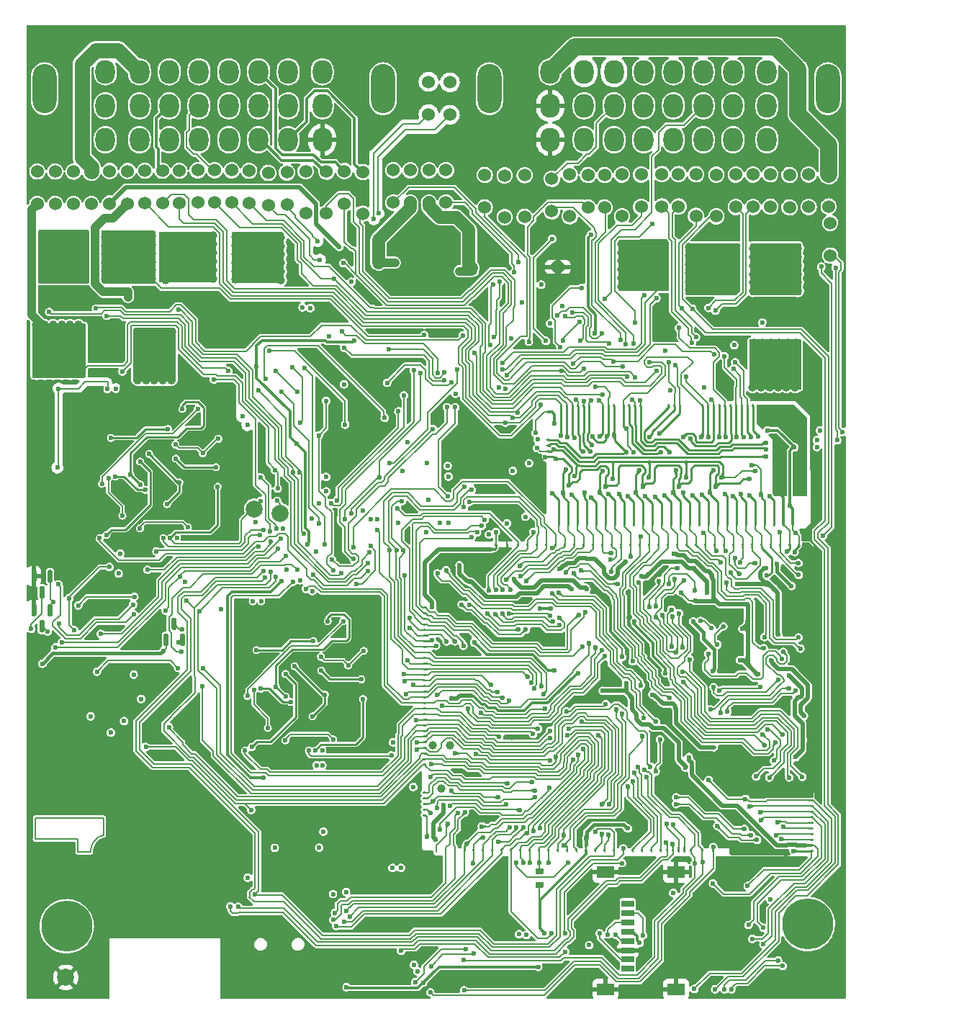
<source format=gbl>
G75*
G70*
%OFA0B0*%
%FSLAX25Y25*%
%IPPOS*%
%LPD*%
%AMOC8*
5,1,8,0,0,1.08239X$1,22.5*
%
%AMM212*
21,1,0.009840,0.009840,-0.000000,-0.000000,270.000000*
21,1,0.000000,0.019680,-0.000000,-0.000000,270.000000*
1,1,0.009840,-0.004920,-0.000000*
1,1,0.009840,-0.004920,-0.000000*
1,1,0.009840,0.004920,-0.000000*
1,1,0.009840,0.004920,-0.000000*
%
%AMM213*
21,1,0.009840,0.009840,-0.000000,-0.000000,180.000000*
21,1,0.000000,0.019680,-0.000000,-0.000000,180.000000*
1,1,0.009840,-0.000000,0.004920*
1,1,0.009840,-0.000000,0.004920*
1,1,0.009840,-0.000000,-0.004920*
1,1,0.009840,-0.000000,-0.004920*
%
%AMM303*
21,1,0.007870,1.133860,-0.000000,-0.000000,0.000000*
21,1,0.000000,1.141730,-0.000000,-0.000000,0.000000*
1,1,0.007870,-0.000000,-0.566930*
1,1,0.007870,-0.000000,-0.566930*
1,1,0.007870,-0.000000,0.566930*
1,1,0.007870,-0.000000,0.566930*
%
%AMM304*
21,1,0.009840,0.009840,-0.000000,-0.000000,90.000000*
21,1,0.000000,0.019680,-0.000000,-0.000000,90.000000*
1,1,0.009840,0.004920,-0.000000*
1,1,0.009840,0.004920,-0.000000*
1,1,0.009840,-0.004920,-0.000000*
1,1,0.009840,-0.004920,-0.000000*
%
%ADD107C,0.01968*%
%ADD13C,0.02362*%
%ADD14C,0.06000*%
%ADD15C,0.23622*%
%ADD16C,0.07874*%
%ADD18O,0.11024X0.22835*%
%ADD19O,0.09055X0.11024*%
%ADD217C,0.03900*%
%ADD363M212*%
%ADD364M213*%
%ADD39R,0.00984X0.71654*%
%ADD40R,0.25591X0.00984*%
%ADD41R,0.25394X0.00984*%
%ADD42R,0.04921X0.00984*%
%ADD43R,0.53740X0.00984*%
%ADD44R,0.01378X0.00984*%
%ADD458M303*%
%ADD459M304*%
%ADD55C,0.03937*%
%ADD56C,0.05906*%
%ADD57C,0.00787*%
%ADD58C,0.01575*%
%ADD59C,0.01969*%
%ADD60C,0.01181*%
%ADD61C,0.00800*%
%ADD64C,0.07087*%
%ADD74C,0.00984*%
%ADD82R,0.07874X0.02362*%
%ADD83R,0.05906X0.03150*%
%ADD84R,0.07874X0.05709*%
X0000000Y0000000D02*
%LPD*%
G01*
D57*
X0004361Y0084076D02*
X0035857Y0084076D01*
X0024046Y0068328D02*
X0024046Y0074234D01*
X0024046Y0074234D02*
X0004361Y0074234D01*
X0035857Y0084076D02*
X0035857Y0076202D01*
X0024046Y0068328D02*
X0029952Y0068328D01*
X0004361Y0074234D02*
X0004361Y0084076D01*
X0035857Y0076202D02*
G75*
G03*
X0029952Y0068328I0001885J-007565D01*
G01*
D16*
X0117717Y0225157D03*
X0105630Y0227205D03*
D13*
X0334232Y0045177D03*
X0341456Y0043504D03*
X0333385Y0041339D03*
X0334232Y0037894D03*
X0334527Y0034547D03*
X0341456Y0033268D03*
X0336299Y0028150D03*
X0341456Y0025591D03*
X0318129Y0053839D03*
X0334173Y0052657D03*
D14*
X0302165Y0367106D03*
X0302165Y0382106D03*
D15*
X0018909Y0033933D03*
D14*
X0177953Y0383878D03*
X0177953Y0368878D03*
X0294488Y0367106D03*
X0294488Y0382106D03*
X0095276Y0368878D03*
X0095276Y0383878D03*
X0251772Y0381890D03*
X0251772Y0362598D03*
X0372362Y0344429D03*
X0372362Y0359429D03*
G36*
G01*
X0241339Y0251758D02*
X0242323Y0251758D01*
G75*
G02*
X0242815Y0251266I0000000J-000492D01*
G01*
X0242815Y0251266D01*
G75*
G02*
X0242323Y0250774I-000492J0000000D01*
G01*
X0241339Y0250774D01*
G75*
G02*
X0240846Y0251266I0000000J0000492D01*
G01*
X0240846Y0251266D01*
G75*
G02*
X0241339Y0251758I0000492J0000000D01*
G01*
G37*
G36*
G01*
X0241339Y0254356D02*
X0242323Y0254356D01*
G75*
G02*
X0242815Y0253864I0000000J-000492D01*
G01*
X0242815Y0253864D01*
G75*
G02*
X0242323Y0253372I-000492J0000000D01*
G01*
X0241339Y0253372D01*
G75*
G02*
X0240846Y0253864I0000000J0000492D01*
G01*
X0240846Y0253864D01*
G75*
G02*
X0241339Y0254356I0000492J0000000D01*
G01*
G37*
G36*
G01*
X0241339Y0256955D02*
X0242323Y0256955D01*
G75*
G02*
X0242815Y0256463I0000000J-000492D01*
G01*
X0242815Y0256463D01*
G75*
G02*
X0242323Y0255970I-000492J0000000D01*
G01*
X0241339Y0255970D01*
G75*
G02*
X0240846Y0256463I0000000J0000492D01*
G01*
X0240846Y0256463D01*
G75*
G02*
X0241339Y0256955I0000492J0000000D01*
G01*
G37*
G36*
G01*
X0241339Y0259553D02*
X0242323Y0259553D01*
G75*
G02*
X0242815Y0259061I0000000J-000492D01*
G01*
X0242815Y0259061D01*
G75*
G02*
X0242323Y0258569I-000492J0000000D01*
G01*
X0241339Y0258569D01*
G75*
G02*
X0240846Y0259061I0000000J0000492D01*
G01*
X0240846Y0259061D01*
G75*
G02*
X0241339Y0259553I0000492J0000000D01*
G01*
G37*
G36*
G01*
X0241339Y0272545D02*
X0242323Y0272545D01*
G75*
G02*
X0242815Y0272053I0000000J-000492D01*
G01*
X0242815Y0272053D01*
G75*
G02*
X0242323Y0271561I-000492J0000000D01*
G01*
X0241339Y0271561D01*
G75*
G02*
X0240846Y0272053I0000000J0000492D01*
G01*
X0240846Y0272053D01*
G75*
G02*
X0241339Y0272545I0000492J0000000D01*
G01*
G37*
G36*
G01*
X0354606Y0219400D02*
X0354606Y0220385D01*
G75*
G02*
X0355098Y0220877I0000492J0000000D01*
G01*
X0355098Y0220877D01*
G75*
G02*
X0355591Y0220385I0000000J-000492D01*
G01*
X0355591Y0219400D01*
G75*
G02*
X0355098Y0218908I-000492J0000000D01*
G01*
X0355098Y0218908D01*
G75*
G02*
X0354606Y0219400I0000000J0000492D01*
G01*
G37*
G36*
G01*
X0351260Y0220385D02*
X0351260Y0219400D01*
G75*
G02*
X0350768Y0218908I-000492J0000000D01*
G01*
X0350768Y0218908D01*
G75*
G02*
X0350276Y0219400I0000000J0000492D01*
G01*
X0350276Y0220385D01*
G75*
G02*
X0350768Y0220877I0000492J0000000D01*
G01*
X0350768Y0220877D01*
G75*
G02*
X0351260Y0220385I0000000J-000492D01*
G01*
G37*
G36*
G01*
X0346929Y0220385D02*
X0346929Y0219400D01*
G75*
G02*
X0346437Y0218908I-000492J0000000D01*
G01*
X0346437Y0218908D01*
G75*
G02*
X0345945Y0219400I0000000J0000492D01*
G01*
X0345945Y0220385D01*
G75*
G02*
X0346437Y0220877I0000492J0000000D01*
G01*
X0346437Y0220877D01*
G75*
G02*
X0346929Y0220385I0000000J-000492D01*
G01*
G37*
G36*
G01*
X0342598Y0220385D02*
X0342598Y0219400D01*
G75*
G02*
X0342106Y0218908I-000492J0000000D01*
G01*
X0342106Y0218908D01*
G75*
G02*
X0341614Y0219400I0000000J0000492D01*
G01*
X0341614Y0220385D01*
G75*
G02*
X0342106Y0220877I0000492J0000000D01*
G01*
X0342106Y0220877D01*
G75*
G02*
X0342598Y0220385I0000000J-000492D01*
G01*
G37*
G36*
G01*
X0338268Y0220385D02*
X0338268Y0219400D01*
G75*
G02*
X0337776Y0218908I-000492J0000000D01*
G01*
X0337776Y0218908D01*
G75*
G02*
X0337283Y0219400I0000000J0000492D01*
G01*
X0337283Y0220385D01*
G75*
G02*
X0337776Y0220877I0000492J0000000D01*
G01*
X0337776Y0220877D01*
G75*
G02*
X0338268Y0220385I0000000J-000492D01*
G01*
G37*
G36*
G01*
X0333937Y0220385D02*
X0333937Y0219400D01*
G75*
G02*
X0333445Y0218908I-000492J0000000D01*
G01*
X0333445Y0218908D01*
G75*
G02*
X0332953Y0219400I0000000J0000492D01*
G01*
X0332953Y0220385D01*
G75*
G02*
X0333445Y0220877I0000492J0000000D01*
G01*
X0333445Y0220877D01*
G75*
G02*
X0333937Y0220385I0000000J-000492D01*
G01*
G37*
G36*
G01*
X0329606Y0220385D02*
X0329606Y0219400D01*
G75*
G02*
X0329114Y0218908I-000492J0000000D01*
G01*
X0329114Y0218908D01*
G75*
G02*
X0328622Y0219400I0000000J0000492D01*
G01*
X0328622Y0220385D01*
G75*
G02*
X0329114Y0220877I0000492J0000000D01*
G01*
X0329114Y0220877D01*
G75*
G02*
X0329606Y0220385I0000000J-000492D01*
G01*
G37*
G36*
G01*
X0325276Y0220385D02*
X0325276Y0219400D01*
G75*
G02*
X0324783Y0218908I-000492J0000000D01*
G01*
X0324783Y0218908D01*
G75*
G02*
X0324291Y0219400I0000000J0000492D01*
G01*
X0324291Y0220385D01*
G75*
G02*
X0324783Y0220877I0000492J0000000D01*
G01*
X0324783Y0220877D01*
G75*
G02*
X0325276Y0220385I0000000J-000492D01*
G01*
G37*
G36*
G01*
X0320945Y0220385D02*
X0320945Y0219400D01*
G75*
G02*
X0320453Y0218908I-000492J0000000D01*
G01*
X0320453Y0218908D01*
G75*
G02*
X0319961Y0219400I0000000J0000492D01*
G01*
X0319961Y0220385D01*
G75*
G02*
X0320453Y0220877I0000492J0000000D01*
G01*
X0320453Y0220877D01*
G75*
G02*
X0320945Y0220385I0000000J-000492D01*
G01*
G37*
G36*
G01*
X0316614Y0220385D02*
X0316614Y0219400D01*
G75*
G02*
X0316122Y0218908I-000492J0000000D01*
G01*
X0316122Y0218908D01*
G75*
G02*
X0315630Y0219400I0000000J0000492D01*
G01*
X0315630Y0220385D01*
G75*
G02*
X0316122Y0220877I0000492J0000000D01*
G01*
X0316122Y0220877D01*
G75*
G02*
X0316614Y0220385I0000000J-000492D01*
G01*
G37*
G36*
G01*
X0312284Y0220385D02*
X0312284Y0219400D01*
G75*
G02*
X0311791Y0218908I-000492J0000000D01*
G01*
X0311791Y0218908D01*
G75*
G02*
X0311299Y0219400I0000000J0000492D01*
G01*
X0311299Y0220385D01*
G75*
G02*
X0311791Y0220877I0000492J0000000D01*
G01*
X0311791Y0220877D01*
G75*
G02*
X0312284Y0220385I0000000J-000492D01*
G01*
G37*
G36*
G01*
X0307953Y0220385D02*
X0307953Y0219400D01*
G75*
G02*
X0307461Y0218908I-000492J0000000D01*
G01*
X0307461Y0218908D01*
G75*
G02*
X0306969Y0219400I0000000J0000492D01*
G01*
X0306969Y0220385D01*
G75*
G02*
X0307461Y0220877I0000492J0000000D01*
G01*
X0307461Y0220877D01*
G75*
G02*
X0307953Y0220385I0000000J-000492D01*
G01*
G37*
G36*
G01*
X0303622Y0220385D02*
X0303622Y0219400D01*
G75*
G02*
X0303130Y0218908I-000492J0000000D01*
G01*
X0303130Y0218908D01*
G75*
G02*
X0302638Y0219400I0000000J0000492D01*
G01*
X0302638Y0220385D01*
G75*
G02*
X0303130Y0220877I0000492J0000000D01*
G01*
X0303130Y0220877D01*
G75*
G02*
X0303622Y0220385I0000000J-000492D01*
G01*
G37*
G36*
G01*
X0299291Y0220385D02*
X0299291Y0219400D01*
G75*
G02*
X0298799Y0218908I-000492J0000000D01*
G01*
X0298799Y0218908D01*
G75*
G02*
X0298307Y0219400I0000000J0000492D01*
G01*
X0298307Y0220385D01*
G75*
G02*
X0298799Y0220877I0000492J0000000D01*
G01*
X0298799Y0220877D01*
G75*
G02*
X0299291Y0220385I0000000J-000492D01*
G01*
G37*
G36*
G01*
X0294961Y0220385D02*
X0294961Y0219400D01*
G75*
G02*
X0294469Y0218908I-000492J0000000D01*
G01*
X0294469Y0218908D01*
G75*
G02*
X0293976Y0219400I0000000J0000492D01*
G01*
X0293976Y0220385D01*
G75*
G02*
X0294469Y0220877I0000492J0000000D01*
G01*
X0294469Y0220877D01*
G75*
G02*
X0294961Y0220385I0000000J-000492D01*
G01*
G37*
G36*
G01*
X0290630Y0220385D02*
X0290630Y0219400D01*
G75*
G02*
X0290138Y0218908I-000492J0000000D01*
G01*
X0290138Y0218908D01*
G75*
G02*
X0289646Y0219400I0000000J0000492D01*
G01*
X0289646Y0220385D01*
G75*
G02*
X0290138Y0220877I0000492J0000000D01*
G01*
X0290138Y0220877D01*
G75*
G02*
X0290630Y0220385I0000000J-000492D01*
G01*
G37*
G36*
G01*
X0286299Y0220385D02*
X0286299Y0219400D01*
G75*
G02*
X0285807Y0218908I-000492J0000000D01*
G01*
X0285807Y0218908D01*
G75*
G02*
X0285315Y0219400I0000000J0000492D01*
G01*
X0285315Y0220385D01*
G75*
G02*
X0285807Y0220877I0000492J0000000D01*
G01*
X0285807Y0220877D01*
G75*
G02*
X0286299Y0220385I0000000J-000492D01*
G01*
G37*
G36*
G01*
X0281969Y0220385D02*
X0281969Y0219400D01*
G75*
G02*
X0281476Y0218908I-000492J0000000D01*
G01*
X0281476Y0218908D01*
G75*
G02*
X0280984Y0219400I0000000J0000492D01*
G01*
X0280984Y0220385D01*
G75*
G02*
X0281476Y0220877I0000492J0000000D01*
G01*
X0281476Y0220877D01*
G75*
G02*
X0281969Y0220385I0000000J-000492D01*
G01*
G37*
G36*
G01*
X0277638Y0220385D02*
X0277638Y0219400D01*
G75*
G02*
X0277146Y0218908I-000492J0000000D01*
G01*
X0277146Y0218908D01*
G75*
G02*
X0276654Y0219400I0000000J0000492D01*
G01*
X0276654Y0220385D01*
G75*
G02*
X0277146Y0220877I0000492J0000000D01*
G01*
X0277146Y0220877D01*
G75*
G02*
X0277638Y0220385I0000000J-000492D01*
G01*
G37*
G36*
G01*
X0273307Y0220385D02*
X0273307Y0219400D01*
G75*
G02*
X0272815Y0218908I-000492J0000000D01*
G01*
X0272815Y0218908D01*
G75*
G02*
X0272323Y0219400I0000000J0000492D01*
G01*
X0272323Y0220385D01*
G75*
G02*
X0272815Y0220877I0000492J0000000D01*
G01*
X0272815Y0220877D01*
G75*
G02*
X0273307Y0220385I0000000J-000492D01*
G01*
G37*
G36*
G01*
X0268977Y0220385D02*
X0268977Y0219400D01*
G75*
G02*
X0268484Y0218908I-000492J0000000D01*
G01*
X0268484Y0218908D01*
G75*
G02*
X0267992Y0219400I0000000J0000492D01*
G01*
X0267992Y0220385D01*
G75*
G02*
X0268484Y0220877I0000492J0000000D01*
G01*
X0268484Y0220877D01*
G75*
G02*
X0268977Y0220385I0000000J-000492D01*
G01*
G37*
G36*
G01*
X0264646Y0220385D02*
X0264646Y0219400D01*
G75*
G02*
X0264154Y0218908I-000492J0000000D01*
G01*
X0264154Y0218908D01*
G75*
G02*
X0263662Y0219400I0000000J0000492D01*
G01*
X0263662Y0220385D01*
G75*
G02*
X0264154Y0220877I0000492J0000000D01*
G01*
X0264154Y0220877D01*
G75*
G02*
X0264646Y0220385I0000000J-000492D01*
G01*
G37*
G36*
G01*
X0260315Y0220385D02*
X0260315Y0219400D01*
G75*
G02*
X0259823Y0218908I-000492J0000000D01*
G01*
X0259823Y0218908D01*
G75*
G02*
X0259331Y0219400I0000000J0000492D01*
G01*
X0259331Y0220385D01*
G75*
G02*
X0259823Y0220877I0000492J0000000D01*
G01*
X0259823Y0220877D01*
G75*
G02*
X0260315Y0220385I0000000J-000492D01*
G01*
G37*
G36*
G01*
X0255984Y0220385D02*
X0255984Y0219400D01*
G75*
G02*
X0255492Y0218908I-000492J0000000D01*
G01*
X0255492Y0218908D01*
G75*
G02*
X0255000Y0219400I0000000J0000492D01*
G01*
X0255000Y0220385D01*
G75*
G02*
X0255492Y0220877I0000492J0000000D01*
G01*
X0255492Y0220877D01*
G75*
G02*
X0255984Y0220385I0000000J-000492D01*
G01*
G37*
G36*
G01*
X0251654Y0220385D02*
X0251654Y0219400D01*
G75*
G02*
X0251162Y0218908I-000492J0000000D01*
G01*
X0251162Y0218908D01*
G75*
G02*
X0250669Y0219400I0000000J0000492D01*
G01*
X0250669Y0220385D01*
G75*
G02*
X0251162Y0220877I0000492J0000000D01*
G01*
X0251162Y0220877D01*
G75*
G02*
X0251654Y0220385I0000000J-000492D01*
G01*
G37*
G36*
G01*
X0247323Y0220385D02*
X0247323Y0219400D01*
G75*
G02*
X0246831Y0218908I-000492J0000000D01*
G01*
X0246831Y0218908D01*
G75*
G02*
X0246339Y0219400I0000000J0000492D01*
G01*
X0246339Y0220385D01*
G75*
G02*
X0246831Y0220877I0000492J0000000D01*
G01*
X0246831Y0220877D01*
G75*
G02*
X0247323Y0220385I0000000J-000492D01*
G01*
G37*
G36*
G01*
X0248311Y0275353D02*
X0248311Y0274369D01*
G75*
G02*
X0247819Y0273877I-000492J0000000D01*
G01*
X0247819Y0273877D01*
G75*
G02*
X0247327Y0274369I0000000J0000492D01*
G01*
X0247327Y0275353D01*
G75*
G02*
X0247819Y0275845I0000492J0000000D01*
G01*
X0247819Y0275845D01*
G75*
G02*
X0248311Y0275353I0000000J-000492D01*
G01*
G37*
G36*
G01*
X0250909Y0275353D02*
X0250909Y0274369D01*
G75*
G02*
X0250417Y0273877I-000492J0000000D01*
G01*
X0250417Y0273877D01*
G75*
G02*
X0249925Y0274369I0000000J0000492D01*
G01*
X0249925Y0275353D01*
G75*
G02*
X0250417Y0275845I0000492J0000000D01*
G01*
X0250417Y0275845D01*
G75*
G02*
X0250909Y0275353I0000000J-000492D01*
G01*
G37*
G36*
G01*
X0253508Y0275353D02*
X0253508Y0274369D01*
G75*
G02*
X0253016Y0273877I-000492J0000000D01*
G01*
X0253016Y0273877D01*
G75*
G02*
X0252524Y0274369I0000000J0000492D01*
G01*
X0252524Y0275353D01*
G75*
G02*
X0253016Y0275845I0000492J0000000D01*
G01*
X0253016Y0275845D01*
G75*
G02*
X0253508Y0275353I0000000J-000492D01*
G01*
G37*
G36*
G01*
X0256106Y0275353D02*
X0256106Y0274369D01*
G75*
G02*
X0255614Y0273877I-000492J0000000D01*
G01*
X0255614Y0273877D01*
G75*
G02*
X0255122Y0274369I0000000J0000492D01*
G01*
X0255122Y0275353D01*
G75*
G02*
X0255614Y0275845I0000492J0000000D01*
G01*
X0255614Y0275845D01*
G75*
G02*
X0256106Y0275353I0000000J-000492D01*
G01*
G37*
G36*
G01*
X0258705Y0275353D02*
X0258705Y0274369D01*
G75*
G02*
X0258213Y0273877I-000492J0000000D01*
G01*
X0258213Y0273877D01*
G75*
G02*
X0257720Y0274369I0000000J0000492D01*
G01*
X0257720Y0275353D01*
G75*
G02*
X0258213Y0275845I0000492J0000000D01*
G01*
X0258213Y0275845D01*
G75*
G02*
X0258705Y0275353I0000000J-000492D01*
G01*
G37*
G36*
G01*
X0261303Y0275353D02*
X0261303Y0274369D01*
G75*
G02*
X0260811Y0273877I-000492J0000000D01*
G01*
X0260811Y0273877D01*
G75*
G02*
X0260319Y0274369I0000000J0000492D01*
G01*
X0260319Y0275353D01*
G75*
G02*
X0260811Y0275845I0000492J0000000D01*
G01*
X0260811Y0275845D01*
G75*
G02*
X0261303Y0275353I0000000J-000492D01*
G01*
G37*
G36*
G01*
X0267606Y0275353D02*
X0267606Y0274369D01*
G75*
G02*
X0267114Y0273877I-000492J0000000D01*
G01*
X0267114Y0273877D01*
G75*
G02*
X0266622Y0274369I0000000J0000492D01*
G01*
X0266622Y0275353D01*
G75*
G02*
X0267114Y0275845I0000492J0000000D01*
G01*
X0267114Y0275845D01*
G75*
G02*
X0267606Y0275353I0000000J-000492D01*
G01*
G37*
G36*
G01*
X0270205Y0275353D02*
X0270205Y0274369D01*
G75*
G02*
X0269713Y0273877I-000492J0000000D01*
G01*
X0269713Y0273877D01*
G75*
G02*
X0269220Y0274369I0000000J0000492D01*
G01*
X0269220Y0275353D01*
G75*
G02*
X0269713Y0275845I0000492J0000000D01*
G01*
X0269713Y0275845D01*
G75*
G02*
X0270205Y0275353I0000000J-000492D01*
G01*
G37*
G36*
G01*
X0272803Y0275353D02*
X0272803Y0274369D01*
G75*
G02*
X0272311Y0273877I-000492J0000000D01*
G01*
X0272311Y0273877D01*
G75*
G02*
X0271819Y0274369I0000000J0000492D01*
G01*
X0271819Y0275353D01*
G75*
G02*
X0272311Y0275845I0000492J0000000D01*
G01*
X0272311Y0275845D01*
G75*
G02*
X0272803Y0275353I0000000J-000492D01*
G01*
G37*
G36*
G01*
X0277216Y0275353D02*
X0277216Y0274369D01*
G75*
G02*
X0276724Y0273877I-000492J0000000D01*
G01*
X0276724Y0273877D01*
G75*
G02*
X0276232Y0274369I0000000J0000492D01*
G01*
X0276232Y0275353D01*
G75*
G02*
X0276724Y0275845I0000492J0000000D01*
G01*
X0276724Y0275845D01*
G75*
G02*
X0277216Y0275353I0000000J-000492D01*
G01*
G37*
G36*
G01*
X0279815Y0275353D02*
X0279815Y0274369D01*
G75*
G02*
X0279322Y0273877I-000492J0000000D01*
G01*
X0279322Y0273877D01*
G75*
G02*
X0278830Y0274369I0000000J0000492D01*
G01*
X0278830Y0275353D01*
G75*
G02*
X0279322Y0275845I0000492J0000000D01*
G01*
X0279322Y0275845D01*
G75*
G02*
X0279815Y0275353I0000000J-000492D01*
G01*
G37*
G36*
G01*
X0282413Y0275353D02*
X0282413Y0274369D01*
G75*
G02*
X0281921Y0273877I-000492J0000000D01*
G01*
X0281921Y0273877D01*
G75*
G02*
X0281429Y0274369I0000000J0000492D01*
G01*
X0281429Y0275353D01*
G75*
G02*
X0281921Y0275845I0000492J0000000D01*
G01*
X0281921Y0275845D01*
G75*
G02*
X0282413Y0275353I0000000J-000492D01*
G01*
G37*
G36*
G01*
X0285011Y0275353D02*
X0285011Y0274369D01*
G75*
G02*
X0284519Y0273877I-000492J0000000D01*
G01*
X0284519Y0273877D01*
G75*
G02*
X0284027Y0274369I0000000J0000492D01*
G01*
X0284027Y0275353D01*
G75*
G02*
X0284519Y0275845I0000492J0000000D01*
G01*
X0284519Y0275845D01*
G75*
G02*
X0285011Y0275353I0000000J-000492D01*
G01*
G37*
G36*
G01*
X0298106Y0275353D02*
X0298106Y0274369D01*
G75*
G02*
X0297614Y0273877I-000492J0000000D01*
G01*
X0297614Y0273877D01*
G75*
G02*
X0297122Y0274369I0000000J0000492D01*
G01*
X0297122Y0275353D01*
G75*
G02*
X0297614Y0275845I0000492J0000000D01*
G01*
X0297614Y0275845D01*
G75*
G02*
X0298106Y0275353I0000000J-000492D01*
G01*
G37*
G36*
G01*
X0300705Y0275353D02*
X0300705Y0274369D01*
G75*
G02*
X0300213Y0273877I-000492J0000000D01*
G01*
X0300213Y0273877D01*
G75*
G02*
X0299720Y0274369I0000000J0000492D01*
G01*
X0299720Y0275353D01*
G75*
G02*
X0300213Y0275845I0000492J0000000D01*
G01*
X0300213Y0275845D01*
G75*
G02*
X0300705Y0275353I0000000J-000492D01*
G01*
G37*
G36*
G01*
X0303303Y0275353D02*
X0303303Y0274369D01*
G75*
G02*
X0302811Y0273877I-000492J0000000D01*
G01*
X0302811Y0273877D01*
G75*
G02*
X0302319Y0274369I0000000J0000492D01*
G01*
X0302319Y0275353D01*
G75*
G02*
X0302811Y0275845I0000492J0000000D01*
G01*
X0302811Y0275845D01*
G75*
G02*
X0303303Y0275353I0000000J-000492D01*
G01*
G37*
G36*
G01*
X0313720Y0275353D02*
X0313720Y0274369D01*
G75*
G02*
X0313228Y0273877I-000492J0000000D01*
G01*
X0313228Y0273877D01*
G75*
G02*
X0312736Y0274369I0000000J0000492D01*
G01*
X0312736Y0275353D01*
G75*
G02*
X0313228Y0275845I0000492J0000000D01*
G01*
X0313228Y0275845D01*
G75*
G02*
X0313720Y0275353I0000000J-000492D01*
G01*
G37*
G36*
G01*
X0316319Y0275353D02*
X0316319Y0274369D01*
G75*
G02*
X0315827Y0273877I-000492J0000000D01*
G01*
X0315827Y0273877D01*
G75*
G02*
X0315335Y0274369I0000000J0000492D01*
G01*
X0315335Y0275353D01*
G75*
G02*
X0315827Y0275845I0000492J0000000D01*
G01*
X0315827Y0275845D01*
G75*
G02*
X0316319Y0275353I0000000J-000492D01*
G01*
G37*
G36*
G01*
X0318917Y0275353D02*
X0318917Y0274369D01*
G75*
G02*
X0318425Y0273877I-000492J0000000D01*
G01*
X0318425Y0273877D01*
G75*
G02*
X0317933Y0274369I0000000J0000492D01*
G01*
X0317933Y0275353D01*
G75*
G02*
X0318425Y0275845I0000492J0000000D01*
G01*
X0318425Y0275845D01*
G75*
G02*
X0318917Y0275353I0000000J-000492D01*
G01*
G37*
G36*
G01*
X0321516Y0275353D02*
X0321516Y0274369D01*
G75*
G02*
X0321024Y0273877I-000492J0000000D01*
G01*
X0321024Y0273877D01*
G75*
G02*
X0320531Y0274369I0000000J0000492D01*
G01*
X0320531Y0275353D01*
G75*
G02*
X0321024Y0275845I0000492J0000000D01*
G01*
X0321024Y0275845D01*
G75*
G02*
X0321516Y0275353I0000000J-000492D01*
G01*
G37*
G36*
G01*
X0324114Y0275353D02*
X0324114Y0274369D01*
G75*
G02*
X0323622Y0273877I-000492J0000000D01*
G01*
X0323622Y0273877D01*
G75*
G02*
X0323130Y0274369I0000000J0000492D01*
G01*
X0323130Y0275353D01*
G75*
G02*
X0323622Y0275845I0000492J0000000D01*
G01*
X0323622Y0275845D01*
G75*
G02*
X0324114Y0275353I0000000J-000492D01*
G01*
G37*
G36*
G01*
X0326713Y0275353D02*
X0326713Y0274369D01*
G75*
G02*
X0326220Y0273877I-000492J0000000D01*
G01*
X0326220Y0273877D01*
G75*
G02*
X0325728Y0274369I0000000J0000492D01*
G01*
X0325728Y0275353D01*
G75*
G02*
X0326220Y0275845I0000492J0000000D01*
G01*
X0326220Y0275845D01*
G75*
G02*
X0326713Y0275353I0000000J-000492D01*
G01*
G37*
G36*
G01*
X0329311Y0275353D02*
X0329311Y0274369D01*
G75*
G02*
X0328819Y0273877I-000492J0000000D01*
G01*
X0328819Y0273877D01*
G75*
G02*
X0328327Y0274369I0000000J0000492D01*
G01*
X0328327Y0275353D01*
G75*
G02*
X0328819Y0275845I0000492J0000000D01*
G01*
X0328819Y0275845D01*
G75*
G02*
X0329311Y0275353I0000000J-000492D01*
G01*
G37*
G36*
G01*
X0331909Y0275353D02*
X0331909Y0274369D01*
G75*
G02*
X0331417Y0273877I-000492J0000000D01*
G01*
X0331417Y0273877D01*
G75*
G02*
X0330925Y0274369I0000000J0000492D01*
G01*
X0330925Y0275353D01*
G75*
G02*
X0331417Y0275845I0000492J0000000D01*
G01*
X0331417Y0275845D01*
G75*
G02*
X0331909Y0275353I0000000J-000492D01*
G01*
G37*
G36*
G01*
X0334508Y0275353D02*
X0334508Y0274369D01*
G75*
G02*
X0334016Y0273877I-000492J0000000D01*
G01*
X0334016Y0273877D01*
G75*
G02*
X0333524Y0274369I0000000J0000492D01*
G01*
X0333524Y0275353D01*
G75*
G02*
X0334016Y0275845I0000492J0000000D01*
G01*
X0334016Y0275845D01*
G75*
G02*
X0334508Y0275353I0000000J-000492D01*
G01*
G37*
G36*
G01*
X0337106Y0275353D02*
X0337106Y0274369D01*
G75*
G02*
X0336614Y0273877I-000492J0000000D01*
G01*
X0336614Y0273877D01*
G75*
G02*
X0336122Y0274369I0000000J0000492D01*
G01*
X0336122Y0275353D01*
G75*
G02*
X0336614Y0275845I0000492J0000000D01*
G01*
X0336614Y0275845D01*
G75*
G02*
X0337106Y0275353I0000000J-000492D01*
G01*
G37*
D18*
X0165354Y0421654D03*
X0008661Y0421654D03*
D19*
X0036811Y0398031D03*
X0052559Y0398031D03*
X0066339Y0398031D03*
X0080118Y0398031D03*
X0093898Y0398031D03*
X0107677Y0398031D03*
X0121457Y0398031D03*
X0137205Y0398031D03*
X0036811Y0413780D03*
X0052559Y0413780D03*
X0066339Y0413780D03*
X0080118Y0413780D03*
X0093898Y0413780D03*
X0107677Y0413780D03*
X0121457Y0413780D03*
X0137205Y0413780D03*
X0036811Y0429528D03*
X0052559Y0429528D03*
X0066339Y0429528D03*
X0080118Y0429528D03*
X0093898Y0429528D03*
X0107677Y0429528D03*
X0121457Y0429528D03*
X0137205Y0429528D03*
D14*
X0186417Y0409823D03*
X0186417Y0424823D03*
X0362402Y0366909D03*
X0362402Y0381909D03*
X0170079Y0368878D03*
X0170079Y0383878D03*
X0013583Y0368353D03*
X0013583Y0383353D03*
X0267913Y0366713D03*
X0267913Y0381713D03*
X0087402Y0368878D03*
X0087402Y0383878D03*
X0284843Y0366909D03*
X0284843Y0381909D03*
X0047047Y0368484D03*
X0047047Y0383484D03*
D13*
X0203740Y0023327D03*
X0207185Y0021260D03*
X0202559Y0018307D03*
X0202854Y0004331D03*
X0109992Y0102693D03*
X0115208Y0070311D03*
X0135809Y0070380D03*
X0137748Y0077791D03*
X0142177Y0048854D03*
X0101476Y0115354D03*
X0131004Y0115354D03*
X0134154Y0115354D03*
X0137303Y0115354D03*
D42*
X0100591Y0185236D03*
D44*
X0098819Y0114567D03*
D41*
X0151969Y0114567D03*
D39*
X0098622Y0149902D03*
D40*
X0116240Y0114567D03*
D43*
X0137795Y0185236D03*
D39*
X0164173Y0149902D03*
D13*
X0108957Y0184350D03*
X0105020Y0184350D03*
D14*
X0260236Y0366713D03*
X0260236Y0381713D03*
X0112205Y0367697D03*
X0112205Y0382697D03*
X0038780Y0368484D03*
X0038780Y0383484D03*
X0129528Y0383464D03*
X0129528Y0364173D03*
D13*
X0243504Y0339134D03*
X0249016Y0339134D03*
D82*
X0246260Y0339134D03*
D14*
X0005305Y0368353D03*
X0005305Y0383353D03*
X0055118Y0368681D03*
X0055118Y0383681D03*
X0212402Y0366713D03*
X0212402Y0381713D03*
X0103346Y0368681D03*
X0103346Y0383681D03*
X0319669Y0381870D03*
X0319669Y0362579D03*
X0353543Y0381713D03*
X0353543Y0366713D03*
X0063189Y0368681D03*
X0063189Y0383681D03*
X0275984Y0381890D03*
X0275984Y0362598D03*
X0022047Y0368287D03*
X0022047Y0383287D03*
X0120866Y0367894D03*
X0120866Y0382894D03*
D15*
X0362000Y0034933D03*
D14*
X0071063Y0368681D03*
X0071063Y0383681D03*
X0079528Y0368878D03*
X0079528Y0383878D03*
X0155906Y0383071D03*
X0155906Y0363779D03*
X0147441Y0368484D03*
X0147441Y0383484D03*
X0186614Y0368878D03*
X0186614Y0383878D03*
G36*
G01*
X0184096Y0085841D02*
X0185081Y0085841D01*
G75*
G02*
X0185573Y0085349I0000000J-000492D01*
G01*
X0185573Y0085349D01*
G75*
G02*
X0185081Y0084857I-000492J0000000D01*
G01*
X0184096Y0084857D01*
G75*
G02*
X0183604Y0085349I0000000J0000492D01*
G01*
X0183604Y0085349D01*
G75*
G02*
X0184096Y0085841I0000492J0000000D01*
G01*
G37*
G36*
G01*
X0185081Y0087455D02*
X0184096Y0087455D01*
G75*
G02*
X0183604Y0087947I0000000J0000492D01*
G01*
X0183604Y0087947D01*
G75*
G02*
X0184096Y0088439I0000492J0000000D01*
G01*
X0185081Y0088439D01*
G75*
G02*
X0185573Y0087947I0000000J-000492D01*
G01*
X0185573Y0087947D01*
G75*
G02*
X0185081Y0087455I-000492J0000000D01*
G01*
G37*
G36*
G01*
X0185081Y0090054D02*
X0184096Y0090054D01*
G75*
G02*
X0183604Y0090546I0000000J0000492D01*
G01*
X0183604Y0090546D01*
G75*
G02*
X0184096Y0091038I0000492J0000000D01*
G01*
X0185081Y0091038D01*
G75*
G02*
X0185573Y0090546I0000000J-000492D01*
G01*
X0185573Y0090546D01*
G75*
G02*
X0185081Y0090054I-000492J0000000D01*
G01*
G37*
G36*
G01*
X0185081Y0092652D02*
X0184096Y0092652D01*
G75*
G02*
X0183604Y0093144I0000000J0000492D01*
G01*
X0183604Y0093144D01*
G75*
G02*
X0184096Y0093636I0000492J0000000D01*
G01*
X0185081Y0093636D01*
G75*
G02*
X0185573Y0093144I0000000J-000492D01*
G01*
X0185573Y0093144D01*
G75*
G02*
X0185081Y0092652I-000492J0000000D01*
G01*
G37*
G36*
G01*
X0185081Y0095250D02*
X0184096Y0095250D01*
G75*
G02*
X0183604Y0095743I0000000J0000492D01*
G01*
X0183604Y0095743D01*
G75*
G02*
X0184096Y0096235I0000492J0000000D01*
G01*
X0185081Y0096235D01*
G75*
G02*
X0185573Y0095743I0000000J-000492D01*
G01*
X0185573Y0095743D01*
G75*
G02*
X0185081Y0095250I-000492J0000000D01*
G01*
G37*
G36*
G01*
X0185081Y0108243D02*
X0184096Y0108243D01*
G75*
G02*
X0183604Y0108735I0000000J0000492D01*
G01*
X0183604Y0108735D01*
G75*
G02*
X0184096Y0109227I0000492J0000000D01*
G01*
X0185081Y0109227D01*
G75*
G02*
X0185573Y0108735I0000000J-000492D01*
G01*
X0185573Y0108735D01*
G75*
G02*
X0185081Y0108243I-000492J0000000D01*
G01*
G37*
G36*
G01*
X0185081Y0110841D02*
X0184096Y0110841D01*
G75*
G02*
X0183604Y0111333I0000000J0000492D01*
G01*
X0183604Y0111333D01*
G75*
G02*
X0184096Y0111825I0000492J0000000D01*
G01*
X0185081Y0111825D01*
G75*
G02*
X0185573Y0111333I0000000J-000492D01*
G01*
X0185573Y0111333D01*
G75*
G02*
X0185081Y0110841I-000492J0000000D01*
G01*
G37*
G36*
G01*
X0185081Y0113439D02*
X0184096Y0113439D01*
G75*
G02*
X0183604Y0113932I0000000J0000492D01*
G01*
X0183604Y0113932D01*
G75*
G02*
X0184096Y0114424I0000492J0000000D01*
G01*
X0185081Y0114424D01*
G75*
G02*
X0185573Y0113932I0000000J-000492D01*
G01*
X0185573Y0113932D01*
G75*
G02*
X0185081Y0113439I-000492J0000000D01*
G01*
G37*
G36*
G01*
X0185081Y0116038D02*
X0184096Y0116038D01*
G75*
G02*
X0183604Y0116530I0000000J0000492D01*
G01*
X0183604Y0116530D01*
G75*
G02*
X0184096Y0117022I0000492J0000000D01*
G01*
X0185081Y0117022D01*
G75*
G02*
X0185573Y0116530I0000000J-000492D01*
G01*
X0185573Y0116530D01*
G75*
G02*
X0185081Y0116038I-000492J0000000D01*
G01*
G37*
G36*
G01*
X0185081Y0118636D02*
X0184096Y0118636D01*
G75*
G02*
X0183604Y0119128I0000000J0000492D01*
G01*
X0183604Y0119128D01*
G75*
G02*
X0184096Y0119621I0000492J0000000D01*
G01*
X0185081Y0119621D01*
G75*
G02*
X0185573Y0119128I0000000J-000492D01*
G01*
X0185573Y0119128D01*
G75*
G02*
X0185081Y0118636I-000492J0000000D01*
G01*
G37*
G36*
G01*
X0185081Y0121235D02*
X0184096Y0121235D01*
G75*
G02*
X0183604Y0121727I0000000J0000492D01*
G01*
X0183604Y0121727D01*
G75*
G02*
X0184096Y0122219I0000492J0000000D01*
G01*
X0185081Y0122219D01*
G75*
G02*
X0185573Y0121727I0000000J-000492D01*
G01*
X0185573Y0121727D01*
G75*
G02*
X0185081Y0121235I-000492J0000000D01*
G01*
G37*
G36*
G01*
X0185081Y0123833D02*
X0184096Y0123833D01*
G75*
G02*
X0183604Y0124325I0000000J0000492D01*
G01*
X0183604Y0124325D01*
G75*
G02*
X0184096Y0124817I0000492J0000000D01*
G01*
X0185081Y0124817D01*
G75*
G02*
X0185573Y0124325I0000000J-000492D01*
G01*
X0185573Y0124325D01*
G75*
G02*
X0185081Y0123833I-000492J0000000D01*
G01*
G37*
G36*
G01*
X0185081Y0126432D02*
X0184096Y0126432D01*
G75*
G02*
X0183604Y0126924I0000000J0000492D01*
G01*
X0183604Y0126924D01*
G75*
G02*
X0184096Y0127416I0000492J0000000D01*
G01*
X0185081Y0127416D01*
G75*
G02*
X0185573Y0126924I0000000J-000492D01*
G01*
X0185573Y0126924D01*
G75*
G02*
X0185081Y0126432I-000492J0000000D01*
G01*
G37*
G36*
G01*
X0185081Y0129030D02*
X0184096Y0129030D01*
G75*
G02*
X0183604Y0129522I0000000J0000492D01*
G01*
X0183604Y0129522D01*
G75*
G02*
X0184096Y0130014I0000492J0000000D01*
G01*
X0185081Y0130014D01*
G75*
G02*
X0185573Y0129522I0000000J-000492D01*
G01*
X0185573Y0129522D01*
G75*
G02*
X0185081Y0129030I-000492J0000000D01*
G01*
G37*
G36*
G01*
X0185081Y0131628D02*
X0184096Y0131628D01*
G75*
G02*
X0183604Y0132121I0000000J0000492D01*
G01*
X0183604Y0132121D01*
G75*
G02*
X0184096Y0132613I0000492J0000000D01*
G01*
X0185081Y0132613D01*
G75*
G02*
X0185573Y0132121I0000000J-000492D01*
G01*
X0185573Y0132121D01*
G75*
G02*
X0185081Y0131628I-000492J0000000D01*
G01*
G37*
G36*
G01*
X0185081Y0134227D02*
X0184096Y0134227D01*
G75*
G02*
X0183604Y0134719I0000000J0000492D01*
G01*
X0183604Y0134719D01*
G75*
G02*
X0184096Y0135211I0000492J0000000D01*
G01*
X0185081Y0135211D01*
G75*
G02*
X0185573Y0134719I0000000J-000492D01*
G01*
X0185573Y0134719D01*
G75*
G02*
X0185081Y0134227I-000492J0000000D01*
G01*
G37*
G36*
G01*
X0185081Y0136825D02*
X0184096Y0136825D01*
G75*
G02*
X0183604Y0137317I0000000J0000492D01*
G01*
X0183604Y0137317D01*
G75*
G02*
X0184096Y0137810I0000492J0000000D01*
G01*
X0185081Y0137810D01*
G75*
G02*
X0185573Y0137317I0000000J-000492D01*
G01*
X0185573Y0137317D01*
G75*
G02*
X0185081Y0136825I-000492J0000000D01*
G01*
G37*
G36*
G01*
X0185081Y0139424D02*
X0184096Y0139424D01*
G75*
G02*
X0183604Y0139916I0000000J0000492D01*
G01*
X0183604Y0139916D01*
G75*
G02*
X0184096Y0140408I0000492J0000000D01*
G01*
X0185081Y0140408D01*
G75*
G02*
X0185573Y0139916I0000000J-000492D01*
G01*
X0185573Y0139916D01*
G75*
G02*
X0185081Y0139424I-000492J0000000D01*
G01*
G37*
G36*
G01*
X0185081Y0142022D02*
X0184096Y0142022D01*
G75*
G02*
X0183604Y0142514I0000000J0000492D01*
G01*
X0183604Y0142514D01*
G75*
G02*
X0184096Y0143006I0000492J0000000D01*
G01*
X0185081Y0143006D01*
G75*
G02*
X0185573Y0142514I0000000J-000492D01*
G01*
X0185573Y0142514D01*
G75*
G02*
X0185081Y0142022I-000492J0000000D01*
G01*
G37*
G36*
G01*
X0185081Y0144621D02*
X0184096Y0144621D01*
G75*
G02*
X0183604Y0145113I0000000J0000492D01*
G01*
X0183604Y0145113D01*
G75*
G02*
X0184096Y0145605I0000492J0000000D01*
G01*
X0185081Y0145605D01*
G75*
G02*
X0185573Y0145113I0000000J-000492D01*
G01*
X0185573Y0145113D01*
G75*
G02*
X0185081Y0144621I-000492J0000000D01*
G01*
G37*
G36*
G01*
X0185081Y0147219D02*
X0184096Y0147219D01*
G75*
G02*
X0183604Y0147711I0000000J0000492D01*
G01*
X0183604Y0147711D01*
G75*
G02*
X0184096Y0148203I0000492J0000000D01*
G01*
X0185081Y0148203D01*
G75*
G02*
X0185573Y0147711I0000000J-000492D01*
G01*
X0185573Y0147711D01*
G75*
G02*
X0185081Y0147219I-000492J0000000D01*
G01*
G37*
G36*
G01*
X0185081Y0149817D02*
X0184096Y0149817D01*
G75*
G02*
X0183604Y0150310I0000000J0000492D01*
G01*
X0183604Y0150310D01*
G75*
G02*
X0184096Y0150802I0000492J0000000D01*
G01*
X0185081Y0150802D01*
G75*
G02*
X0185573Y0150310I0000000J-000492D01*
G01*
X0185573Y0150310D01*
G75*
G02*
X0185081Y0149817I-000492J0000000D01*
G01*
G37*
G36*
G01*
X0185081Y0152416D02*
X0184096Y0152416D01*
G75*
G02*
X0183604Y0152908I0000000J0000492D01*
G01*
X0183604Y0152908D01*
G75*
G02*
X0184096Y0153400I0000492J0000000D01*
G01*
X0185081Y0153400D01*
G75*
G02*
X0185573Y0152908I0000000J-000492D01*
G01*
X0185573Y0152908D01*
G75*
G02*
X0185081Y0152416I-000492J0000000D01*
G01*
G37*
G36*
G01*
X0185081Y0155014D02*
X0184096Y0155014D01*
G75*
G02*
X0183604Y0155506I0000000J0000492D01*
G01*
X0183604Y0155506D01*
G75*
G02*
X0184096Y0155999I0000492J0000000D01*
G01*
X0185081Y0155999D01*
G75*
G02*
X0185573Y0155506I0000000J-000492D01*
G01*
X0185573Y0155506D01*
G75*
G02*
X0185081Y0155014I-000492J0000000D01*
G01*
G37*
G36*
G01*
X0185081Y0157613D02*
X0184096Y0157613D01*
G75*
G02*
X0183604Y0158105I0000000J0000492D01*
G01*
X0183604Y0158105D01*
G75*
G02*
X0184096Y0158597I0000492J0000000D01*
G01*
X0185081Y0158597D01*
G75*
G02*
X0185573Y0158105I0000000J-000492D01*
G01*
X0185573Y0158105D01*
G75*
G02*
X0185081Y0157613I-000492J0000000D01*
G01*
G37*
G36*
G01*
X0185081Y0160211D02*
X0184096Y0160211D01*
G75*
G02*
X0183604Y0160703I0000000J0000492D01*
G01*
X0183604Y0160703D01*
G75*
G02*
X0184096Y0161195I0000492J0000000D01*
G01*
X0185081Y0161195D01*
G75*
G02*
X0185573Y0160703I0000000J-000492D01*
G01*
X0185573Y0160703D01*
G75*
G02*
X0185081Y0160211I-000492J0000000D01*
G01*
G37*
G36*
G01*
X0185081Y0162810D02*
X0184096Y0162810D01*
G75*
G02*
X0183604Y0163302I0000000J0000492D01*
G01*
X0183604Y0163302D01*
G75*
G02*
X0184096Y0163794I0000492J0000000D01*
G01*
X0185081Y0163794D01*
G75*
G02*
X0185573Y0163302I0000000J-000492D01*
G01*
X0185573Y0163302D01*
G75*
G02*
X0185081Y0162810I-000492J0000000D01*
G01*
G37*
G36*
G01*
X0185081Y0165408D02*
X0184096Y0165408D01*
G75*
G02*
X0183604Y0165900I0000000J0000492D01*
G01*
X0183604Y0165900D01*
G75*
G02*
X0184096Y0166392I0000492J0000000D01*
G01*
X0185081Y0166392D01*
G75*
G02*
X0185573Y0165900I0000000J-000492D01*
G01*
X0185573Y0165900D01*
G75*
G02*
X0185081Y0165408I-000492J0000000D01*
G01*
G37*
G36*
G01*
X0185081Y0168006D02*
X0184096Y0168006D01*
G75*
G02*
X0183604Y0168499I0000000J0000492D01*
G01*
X0183604Y0168499D01*
G75*
G02*
X0184096Y0168991I0000492J0000000D01*
G01*
X0185081Y0168991D01*
G75*
G02*
X0185573Y0168499I0000000J-000492D01*
G01*
X0185573Y0168499D01*
G75*
G02*
X0185081Y0168006I-000492J0000000D01*
G01*
G37*
G36*
G01*
X0185081Y0170605D02*
X0184096Y0170605D01*
G75*
G02*
X0183604Y0171097I0000000J0000492D01*
G01*
X0183604Y0171097D01*
G75*
G02*
X0184096Y0171589I0000492J0000000D01*
G01*
X0185081Y0171589D01*
G75*
G02*
X0185573Y0171097I0000000J-000492D01*
G01*
X0185573Y0171097D01*
G75*
G02*
X0185081Y0170605I-000492J0000000D01*
G01*
G37*
G36*
G01*
X0185081Y0173203D02*
X0184096Y0173203D01*
G75*
G02*
X0183604Y0173695I0000000J0000492D01*
G01*
X0183604Y0173695D01*
G75*
G02*
X0184096Y0174188I0000492J0000000D01*
G01*
X0185081Y0174188D01*
G75*
G02*
X0185573Y0173695I0000000J-000492D01*
G01*
X0185573Y0173695D01*
G75*
G02*
X0185081Y0173203I-000492J0000000D01*
G01*
G37*
G36*
G01*
X0185081Y0175802D02*
X0184096Y0175802D01*
G75*
G02*
X0183604Y0176294I0000000J0000492D01*
G01*
X0183604Y0176294D01*
G75*
G02*
X0184096Y0176786I0000492J0000000D01*
G01*
X0185081Y0176786D01*
G75*
G02*
X0185573Y0176294I0000000J-000492D01*
G01*
X0185573Y0176294D01*
G75*
G02*
X0185081Y0175802I-000492J0000000D01*
G01*
G37*
G36*
G01*
X0185081Y0178400D02*
X0184096Y0178400D01*
G75*
G02*
X0183604Y0178892I0000000J0000492D01*
G01*
X0183604Y0178892D01*
G75*
G02*
X0184096Y0179384I0000492J0000000D01*
G01*
X0185081Y0179384D01*
G75*
G02*
X0185573Y0178892I0000000J-000492D01*
G01*
X0185573Y0178892D01*
G75*
G02*
X0185081Y0178400I-000492J0000000D01*
G01*
G37*
G36*
G01*
X0185081Y0180999D02*
X0184096Y0180999D01*
G75*
G02*
X0183604Y0181491I0000000J0000492D01*
G01*
X0183604Y0181491D01*
G75*
G02*
X0184096Y0181983I0000492J0000000D01*
G01*
X0185081Y0181983D01*
G75*
G02*
X0185573Y0181491I0000000J-000492D01*
G01*
X0185573Y0181491D01*
G75*
G02*
X0185081Y0180999I-000492J0000000D01*
G01*
G37*
G36*
G01*
X0317746Y0068609D02*
X0317746Y0069593D01*
G75*
G02*
X0318238Y0070085I0000492J0000000D01*
G01*
X0318238Y0070085D01*
G75*
G02*
X0318730Y0069593I0000000J-000492D01*
G01*
X0318730Y0068609D01*
G75*
G02*
X0318238Y0068117I-000492J0000000D01*
G01*
X0318238Y0068117D01*
G75*
G02*
X0317746Y0068609I0000000J0000492D01*
G01*
G37*
G36*
G01*
X0313533Y0069593D02*
X0313533Y0068609D01*
G75*
G02*
X0313041Y0068117I-000492J0000000D01*
G01*
X0313041Y0068117D01*
G75*
G02*
X0312549Y0068609I0000000J0000492D01*
G01*
X0312549Y0069593D01*
G75*
G02*
X0313041Y0070085I0000492J0000000D01*
G01*
X0313041Y0070085D01*
G75*
G02*
X0313533Y0069593I0000000J-000492D01*
G01*
G37*
G36*
G01*
X0308337Y0069593D02*
X0308337Y0068609D01*
G75*
G02*
X0307844Y0068117I-000492J0000000D01*
G01*
X0307844Y0068117D01*
G75*
G02*
X0307352Y0068609I0000000J0000492D01*
G01*
X0307352Y0069593D01*
G75*
G02*
X0307844Y0070085I0000492J0000000D01*
G01*
X0307844Y0070085D01*
G75*
G02*
X0308337Y0069593I0000000J-000492D01*
G01*
G37*
G36*
G01*
X0305344Y0069593D02*
X0305344Y0068609D01*
G75*
G02*
X0304852Y0068117I-000492J0000000D01*
G01*
X0304852Y0068117D01*
G75*
G02*
X0304360Y0068609I0000000J0000492D01*
G01*
X0304360Y0069593D01*
G75*
G02*
X0304852Y0070085I0000492J0000000D01*
G01*
X0304852Y0070085D01*
G75*
G02*
X0305344Y0069593I0000000J-000492D01*
G01*
G37*
G36*
G01*
X0302726Y0069593D02*
X0302726Y0068609D01*
G75*
G02*
X0302234Y0068117I-000492J0000000D01*
G01*
X0302234Y0068117D01*
G75*
G02*
X0301742Y0068609I0000000J0000492D01*
G01*
X0301742Y0069593D01*
G75*
G02*
X0302234Y0070085I0000492J0000000D01*
G01*
X0302234Y0070085D01*
G75*
G02*
X0302726Y0069593I0000000J-000492D01*
G01*
G37*
G36*
G01*
X0300108Y0069593D02*
X0300108Y0068609D01*
G75*
G02*
X0299616Y0068117I-000492J0000000D01*
G01*
X0299616Y0068117D01*
G75*
G02*
X0299124Y0068609I0000000J0000492D01*
G01*
X0299124Y0069593D01*
G75*
G02*
X0299616Y0070085I0000492J0000000D01*
G01*
X0299616Y0070085D01*
G75*
G02*
X0300108Y0069593I0000000J-000492D01*
G01*
G37*
G36*
G01*
X0297490Y0069593D02*
X0297490Y0068609D01*
G75*
G02*
X0296998Y0068117I-000492J0000000D01*
G01*
X0296998Y0068117D01*
G75*
G02*
X0296506Y0068609I0000000J0000492D01*
G01*
X0296506Y0069593D01*
G75*
G02*
X0296998Y0070085I0000492J0000000D01*
G01*
X0296998Y0070085D01*
G75*
G02*
X0297490Y0069593I0000000J-000492D01*
G01*
G37*
G36*
G01*
X0294439Y0069593D02*
X0294439Y0068609D01*
G75*
G02*
X0293947Y0068117I-000492J0000000D01*
G01*
X0293947Y0068117D01*
G75*
G02*
X0293455Y0068609I0000000J0000492D01*
G01*
X0293455Y0069593D01*
G75*
G02*
X0293947Y0070085I0000492J0000000D01*
G01*
X0293947Y0070085D01*
G75*
G02*
X0294439Y0069593I0000000J-000492D01*
G01*
G37*
G36*
G01*
X0290108Y0069593D02*
X0290108Y0068609D01*
G75*
G02*
X0289616Y0068117I-000492J0000000D01*
G01*
X0289616Y0068117D01*
G75*
G02*
X0289124Y0068609I0000000J0000492D01*
G01*
X0289124Y0069593D01*
G75*
G02*
X0289616Y0070085I0000492J0000000D01*
G01*
X0289616Y0070085D01*
G75*
G02*
X0290108Y0069593I0000000J-000492D01*
G01*
G37*
G36*
G01*
X0285778Y0069593D02*
X0285778Y0068609D01*
G75*
G02*
X0285285Y0068117I-000492J0000000D01*
G01*
X0285285Y0068117D01*
G75*
G02*
X0284793Y0068609I0000000J0000492D01*
G01*
X0284793Y0069593D01*
G75*
G02*
X0285285Y0070085I0000492J0000000D01*
G01*
X0285285Y0070085D01*
G75*
G02*
X0285778Y0069593I0000000J-000492D01*
G01*
G37*
G36*
G01*
X0281447Y0069593D02*
X0281447Y0068609D01*
G75*
G02*
X0280955Y0068117I-000492J0000000D01*
G01*
X0280955Y0068117D01*
G75*
G02*
X0280463Y0068609I0000000J0000492D01*
G01*
X0280463Y0069593D01*
G75*
G02*
X0280955Y0070085I0000492J0000000D01*
G01*
X0280955Y0070085D01*
G75*
G02*
X0281447Y0069593I0000000J-000492D01*
G01*
G37*
G36*
G01*
X0277116Y0069593D02*
X0277116Y0068609D01*
G75*
G02*
X0276624Y0068117I-000492J0000000D01*
G01*
X0276624Y0068117D01*
G75*
G02*
X0276132Y0068609I0000000J0000492D01*
G01*
X0276132Y0069593D01*
G75*
G02*
X0276624Y0070085I0000492J0000000D01*
G01*
X0276624Y0070085D01*
G75*
G02*
X0277116Y0069593I0000000J-000492D01*
G01*
G37*
G36*
G01*
X0272785Y0069593D02*
X0272785Y0068609D01*
G75*
G02*
X0272293Y0068117I-000492J0000000D01*
G01*
X0272293Y0068117D01*
G75*
G02*
X0271801Y0068609I0000000J0000492D01*
G01*
X0271801Y0069593D01*
G75*
G02*
X0272293Y0070085I0000492J0000000D01*
G01*
X0272293Y0070085D01*
G75*
G02*
X0272785Y0069593I0000000J-000492D01*
G01*
G37*
G36*
G01*
X0268455Y0069593D02*
X0268455Y0068609D01*
G75*
G02*
X0267963Y0068117I-000492J0000000D01*
G01*
X0267963Y0068117D01*
G75*
G02*
X0267471Y0068609I0000000J0000492D01*
G01*
X0267471Y0069593D01*
G75*
G02*
X0267963Y0070085I0000492J0000000D01*
G01*
X0267963Y0070085D01*
G75*
G02*
X0268455Y0069593I0000000J-000492D01*
G01*
G37*
G36*
G01*
X0264124Y0069593D02*
X0264124Y0068609D01*
G75*
G02*
X0263632Y0068117I-000492J0000000D01*
G01*
X0263632Y0068117D01*
G75*
G02*
X0263140Y0068609I0000000J0000492D01*
G01*
X0263140Y0069593D01*
G75*
G02*
X0263632Y0070085I0000492J0000000D01*
G01*
X0263632Y0070085D01*
G75*
G02*
X0264124Y0069593I0000000J-000492D01*
G01*
G37*
G36*
G01*
X0259793Y0069593D02*
X0259793Y0068609D01*
G75*
G02*
X0259301Y0068117I-000492J0000000D01*
G01*
X0259301Y0068117D01*
G75*
G02*
X0258809Y0068609I0000000J0000492D01*
G01*
X0258809Y0069593D01*
G75*
G02*
X0259301Y0070085I0000492J0000000D01*
G01*
X0259301Y0070085D01*
G75*
G02*
X0259793Y0069593I0000000J-000492D01*
G01*
G37*
G36*
G01*
X0255463Y0069593D02*
X0255463Y0068609D01*
G75*
G02*
X0254971Y0068117I-000492J0000000D01*
G01*
X0254971Y0068117D01*
G75*
G02*
X0254478Y0068609I0000000J0000492D01*
G01*
X0254478Y0069593D01*
G75*
G02*
X0254971Y0070085I0000492J0000000D01*
G01*
X0254971Y0070085D01*
G75*
G02*
X0255463Y0069593I0000000J-000492D01*
G01*
G37*
G36*
G01*
X0251132Y0069593D02*
X0251132Y0068609D01*
G75*
G02*
X0250640Y0068117I-000492J0000000D01*
G01*
X0250640Y0068117D01*
G75*
G02*
X0250148Y0068609I0000000J0000492D01*
G01*
X0250148Y0069593D01*
G75*
G02*
X0250640Y0070085I0000492J0000000D01*
G01*
X0250640Y0070085D01*
G75*
G02*
X0251132Y0069593I0000000J-000492D01*
G01*
G37*
G36*
G01*
X0246801Y0069593D02*
X0246801Y0068609D01*
G75*
G02*
X0246309Y0068117I-000492J0000000D01*
G01*
X0246309Y0068117D01*
G75*
G02*
X0245817Y0068609I0000000J0000492D01*
G01*
X0245817Y0069593D01*
G75*
G02*
X0246309Y0070085I0000492J0000000D01*
G01*
X0246309Y0070085D01*
G75*
G02*
X0246801Y0069593I0000000J-000492D01*
G01*
G37*
G36*
G01*
X0242471Y0069593D02*
X0242471Y0068609D01*
G75*
G02*
X0241978Y0068117I-000492J0000000D01*
G01*
X0241978Y0068117D01*
G75*
G02*
X0241486Y0068609I0000000J0000492D01*
G01*
X0241486Y0069593D01*
G75*
G02*
X0241978Y0070085I0000492J0000000D01*
G01*
X0241978Y0070085D01*
G75*
G02*
X0242471Y0069593I0000000J-000492D01*
G01*
G37*
G36*
G01*
X0238140Y0069593D02*
X0238140Y0068609D01*
G75*
G02*
X0237648Y0068117I-000492J0000000D01*
G01*
X0237648Y0068117D01*
G75*
G02*
X0237156Y0068609I0000000J0000492D01*
G01*
X0237156Y0069593D01*
G75*
G02*
X0237648Y0070085I0000492J0000000D01*
G01*
X0237648Y0070085D01*
G75*
G02*
X0238140Y0069593I0000000J-000492D01*
G01*
G37*
G36*
G01*
X0233809Y0069593D02*
X0233809Y0068609D01*
G75*
G02*
X0233317Y0068117I-000492J0000000D01*
G01*
X0233317Y0068117D01*
G75*
G02*
X0232825Y0068609I0000000J0000492D01*
G01*
X0232825Y0069593D01*
G75*
G02*
X0233317Y0070085I0000492J0000000D01*
G01*
X0233317Y0070085D01*
G75*
G02*
X0233809Y0069593I0000000J-000492D01*
G01*
G37*
G36*
G01*
X0229478Y0069593D02*
X0229478Y0068609D01*
G75*
G02*
X0228986Y0068117I-000492J0000000D01*
G01*
X0228986Y0068117D01*
G75*
G02*
X0228494Y0068609I0000000J0000492D01*
G01*
X0228494Y0069593D01*
G75*
G02*
X0228986Y0070085I0000492J0000000D01*
G01*
X0228986Y0070085D01*
G75*
G02*
X0229478Y0069593I0000000J-000492D01*
G01*
G37*
G36*
G01*
X0225148Y0069593D02*
X0225148Y0068609D01*
G75*
G02*
X0224656Y0068117I-000492J0000000D01*
G01*
X0224656Y0068117D01*
G75*
G02*
X0224164Y0068609I0000000J0000492D01*
G01*
X0224164Y0069593D01*
G75*
G02*
X0224656Y0070085I0000492J0000000D01*
G01*
X0224656Y0070085D01*
G75*
G02*
X0225148Y0069593I0000000J-000492D01*
G01*
G37*
G36*
G01*
X0220817Y0069593D02*
X0220817Y0068609D01*
G75*
G02*
X0220325Y0068117I-000492J0000000D01*
G01*
X0220325Y0068117D01*
G75*
G02*
X0219833Y0068609I0000000J0000492D01*
G01*
X0219833Y0069593D01*
G75*
G02*
X0220325Y0070085I0000492J0000000D01*
G01*
X0220325Y0070085D01*
G75*
G02*
X0220817Y0069593I0000000J-000492D01*
G01*
G37*
G36*
G01*
X0216486Y0069593D02*
X0216486Y0068609D01*
G75*
G02*
X0215994Y0068117I-000492J0000000D01*
G01*
X0215994Y0068117D01*
G75*
G02*
X0215502Y0068609I0000000J0000492D01*
G01*
X0215502Y0069593D01*
G75*
G02*
X0215994Y0070085I0000492J0000000D01*
G01*
X0215994Y0070085D01*
G75*
G02*
X0216486Y0069593I0000000J-000492D01*
G01*
G37*
G36*
G01*
X0212156Y0069593D02*
X0212156Y0068609D01*
G75*
G02*
X0211664Y0068117I-000492J0000000D01*
G01*
X0211664Y0068117D01*
G75*
G02*
X0211171Y0068609I0000000J0000492D01*
G01*
X0211171Y0069593D01*
G75*
G02*
X0211664Y0070085I0000492J0000000D01*
G01*
X0211664Y0070085D01*
G75*
G02*
X0212156Y0069593I0000000J-000492D01*
G01*
G37*
G36*
G01*
X0207825Y0069593D02*
X0207825Y0068609D01*
G75*
G02*
X0207333Y0068117I-000492J0000000D01*
G01*
X0207333Y0068117D01*
G75*
G02*
X0206841Y0068609I0000000J0000492D01*
G01*
X0206841Y0069593D01*
G75*
G02*
X0207333Y0070085I0000492J0000000D01*
G01*
X0207333Y0070085D01*
G75*
G02*
X0207825Y0069593I0000000J-000492D01*
G01*
G37*
G36*
G01*
X0203494Y0069593D02*
X0203494Y0068609D01*
G75*
G02*
X0203002Y0068117I-000492J0000000D01*
G01*
X0203002Y0068117D01*
G75*
G02*
X0202510Y0068609I0000000J0000492D01*
G01*
X0202510Y0069593D01*
G75*
G02*
X0203002Y0070085I0000492J0000000D01*
G01*
X0203002Y0070085D01*
G75*
G02*
X0203494Y0069593I0000000J-000492D01*
G01*
G37*
G36*
G01*
X0199164Y0069593D02*
X0199164Y0068609D01*
G75*
G02*
X0198671Y0068117I-000492J0000000D01*
G01*
X0198671Y0068117D01*
G75*
G02*
X0198179Y0068609I0000000J0000492D01*
G01*
X0198179Y0069593D01*
G75*
G02*
X0198671Y0070085I0000492J0000000D01*
G01*
X0198671Y0070085D01*
G75*
G02*
X0199164Y0069593I0000000J-000492D01*
G01*
G37*
G36*
G01*
X0194833Y0069593D02*
X0194833Y0068609D01*
G75*
G02*
X0194341Y0068117I-000492J0000000D01*
G01*
X0194341Y0068117D01*
G75*
G02*
X0193849Y0068609I0000000J0000492D01*
G01*
X0193849Y0069593D01*
G75*
G02*
X0194341Y0070085I0000492J0000000D01*
G01*
X0194341Y0070085D01*
G75*
G02*
X0194833Y0069593I0000000J-000492D01*
G01*
G37*
G36*
G01*
X0190502Y0069593D02*
X0190502Y0068609D01*
G75*
G02*
X0190010Y0068117I-000492J0000000D01*
G01*
X0190010Y0068117D01*
G75*
G02*
X0189518Y0068609I0000000J0000492D01*
G01*
X0189518Y0069593D01*
G75*
G02*
X0190010Y0070085I0000492J0000000D01*
G01*
X0190010Y0070085D01*
G75*
G02*
X0190502Y0069593I0000000J-000492D01*
G01*
G37*
G36*
G01*
X0218061Y0211046D02*
X0218061Y0210062D01*
G75*
G02*
X0217569Y0209569I-000492J0000000D01*
G01*
X0217569Y0209569D01*
G75*
G02*
X0217077Y0210062I0000000J0000492D01*
G01*
X0217077Y0211046D01*
G75*
G02*
X0217569Y0211538I0000492J0000000D01*
G01*
X0217569Y0211538D01*
G75*
G02*
X0218061Y0211046I0000000J-000492D01*
G01*
G37*
G36*
G01*
X0222274Y0210062D02*
X0222274Y0211046D01*
G75*
G02*
X0222766Y0211538I0000492J0000000D01*
G01*
X0222766Y0211538D01*
G75*
G02*
X0223258Y0211046I0000000J-000492D01*
G01*
X0223258Y0210062D01*
G75*
G02*
X0222766Y0209569I-000492J0000000D01*
G01*
X0222766Y0209569D01*
G75*
G02*
X0222274Y0210062I0000000J0000492D01*
G01*
G37*
G36*
G01*
X0363967Y0095920D02*
X0363967Y0209306D01*
G75*
G02*
X0364360Y0209699I0000394J0000000D01*
G01*
X0364360Y0209699D01*
G75*
G02*
X0364754Y0209306I0000000J-000394D01*
G01*
X0364754Y0095920D01*
G75*
G02*
X0364360Y0095526I-000394J0000000D01*
G01*
X0364360Y0095526D01*
G75*
G02*
X0363967Y0095920I0000000J0000394D01*
G01*
G37*
G36*
G01*
X0227470Y0210062D02*
X0227470Y0211046D01*
G75*
G02*
X0227963Y0211538I0000492J0000000D01*
G01*
X0227963Y0211538D01*
G75*
G02*
X0228455Y0211046I0000000J-000492D01*
G01*
X0228455Y0210062D01*
G75*
G02*
X0227963Y0209569I-000492J0000000D01*
G01*
X0227963Y0209569D01*
G75*
G02*
X0227470Y0210062I0000000J0000492D01*
G01*
G37*
G36*
G01*
X0231801Y0210062D02*
X0231801Y0211046D01*
G75*
G02*
X0232293Y0211538I0000492J0000000D01*
G01*
X0232293Y0211538D01*
G75*
G02*
X0232785Y0211046I0000000J-000492D01*
G01*
X0232785Y0210062D01*
G75*
G02*
X0232293Y0209569I-000492J0000000D01*
G01*
X0232293Y0209569D01*
G75*
G02*
X0231801Y0210062I0000000J0000492D01*
G01*
G37*
G36*
G01*
X0236132Y0210062D02*
X0236132Y0211046D01*
G75*
G02*
X0236624Y0211538I0000492J0000000D01*
G01*
X0236624Y0211538D01*
G75*
G02*
X0237116Y0211046I0000000J-000492D01*
G01*
X0237116Y0210062D01*
G75*
G02*
X0236624Y0209569I-000492J0000000D01*
G01*
X0236624Y0209569D01*
G75*
G02*
X0236132Y0210062I0000000J0000492D01*
G01*
G37*
G36*
G01*
X0240463Y0210062D02*
X0240463Y0211046D01*
G75*
G02*
X0240955Y0211538I0000492J0000000D01*
G01*
X0240955Y0211538D01*
G75*
G02*
X0241447Y0211046I0000000J-000492D01*
G01*
X0241447Y0210062D01*
G75*
G02*
X0240955Y0209569I-000492J0000000D01*
G01*
X0240955Y0209569D01*
G75*
G02*
X0240463Y0210062I0000000J0000492D01*
G01*
G37*
G36*
G01*
X0244793Y0210062D02*
X0244793Y0211046D01*
G75*
G02*
X0245285Y0211538I0000492J0000000D01*
G01*
X0245285Y0211538D01*
G75*
G02*
X0245778Y0211046I0000000J-000492D01*
G01*
X0245778Y0210062D01*
G75*
G02*
X0245285Y0209569I-000492J0000000D01*
G01*
X0245285Y0209569D01*
G75*
G02*
X0244793Y0210062I0000000J0000492D01*
G01*
G37*
G36*
G01*
X0249124Y0210062D02*
X0249124Y0211046D01*
G75*
G02*
X0249616Y0211538I0000492J0000000D01*
G01*
X0249616Y0211538D01*
G75*
G02*
X0250108Y0211046I0000000J-000492D01*
G01*
X0250108Y0210062D01*
G75*
G02*
X0249616Y0209569I-000492J0000000D01*
G01*
X0249616Y0209569D01*
G75*
G02*
X0249124Y0210062I0000000J0000492D01*
G01*
G37*
G36*
G01*
X0253455Y0210062D02*
X0253455Y0211046D01*
G75*
G02*
X0253947Y0211538I0000492J0000000D01*
G01*
X0253947Y0211538D01*
G75*
G02*
X0254439Y0211046I0000000J-000492D01*
G01*
X0254439Y0210062D01*
G75*
G02*
X0253947Y0209569I-000492J0000000D01*
G01*
X0253947Y0209569D01*
G75*
G02*
X0253455Y0210062I0000000J0000492D01*
G01*
G37*
G36*
G01*
X0257785Y0210062D02*
X0257785Y0211046D01*
G75*
G02*
X0258278Y0211538I0000492J0000000D01*
G01*
X0258278Y0211538D01*
G75*
G02*
X0258770Y0211046I0000000J-000492D01*
G01*
X0258770Y0210062D01*
G75*
G02*
X0258278Y0209569I-000492J0000000D01*
G01*
X0258278Y0209569D01*
G75*
G02*
X0257785Y0210062I0000000J0000492D01*
G01*
G37*
G36*
G01*
X0262116Y0210062D02*
X0262116Y0211046D01*
G75*
G02*
X0262608Y0211538I0000492J0000000D01*
G01*
X0262608Y0211538D01*
G75*
G02*
X0263100Y0211046I0000000J-000492D01*
G01*
X0263100Y0210062D01*
G75*
G02*
X0262608Y0209569I-000492J0000000D01*
G01*
X0262608Y0209569D01*
G75*
G02*
X0262116Y0210062I0000000J0000492D01*
G01*
G37*
G36*
G01*
X0266447Y0210062D02*
X0266447Y0211046D01*
G75*
G02*
X0266939Y0211538I0000492J0000000D01*
G01*
X0266939Y0211538D01*
G75*
G02*
X0267431Y0211046I0000000J-000492D01*
G01*
X0267431Y0210062D01*
G75*
G02*
X0266939Y0209569I-000492J0000000D01*
G01*
X0266939Y0209569D01*
G75*
G02*
X0266447Y0210062I0000000J0000492D01*
G01*
G37*
G36*
G01*
X0270777Y0210062D02*
X0270777Y0211046D01*
G75*
G02*
X0271270Y0211538I0000492J0000000D01*
G01*
X0271270Y0211538D01*
G75*
G02*
X0271762Y0211046I0000000J-000492D01*
G01*
X0271762Y0210062D01*
G75*
G02*
X0271270Y0209569I-000492J0000000D01*
G01*
X0271270Y0209569D01*
G75*
G02*
X0270777Y0210062I0000000J0000492D01*
G01*
G37*
G36*
G01*
X0275108Y0210062D02*
X0275108Y0211046D01*
G75*
G02*
X0275600Y0211538I0000492J0000000D01*
G01*
X0275600Y0211538D01*
G75*
G02*
X0276092Y0211046I0000000J-000492D01*
G01*
X0276092Y0210062D01*
G75*
G02*
X0275600Y0209569I-000492J0000000D01*
G01*
X0275600Y0209569D01*
G75*
G02*
X0275108Y0210062I0000000J0000492D01*
G01*
G37*
G36*
G01*
X0279439Y0210062D02*
X0279439Y0211046D01*
G75*
G02*
X0279931Y0211538I0000492J0000000D01*
G01*
X0279931Y0211538D01*
G75*
G02*
X0280423Y0211046I0000000J-000492D01*
G01*
X0280423Y0210062D01*
G75*
G02*
X0279931Y0209569I-000492J0000000D01*
G01*
X0279931Y0209569D01*
G75*
G02*
X0279439Y0210062I0000000J0000492D01*
G01*
G37*
G36*
G01*
X0283770Y0210062D02*
X0283770Y0211046D01*
G75*
G02*
X0284262Y0211538I0000492J0000000D01*
G01*
X0284262Y0211538D01*
G75*
G02*
X0284754Y0211046I0000000J-000492D01*
G01*
X0284754Y0210062D01*
G75*
G02*
X0284262Y0209569I-000492J0000000D01*
G01*
X0284262Y0209569D01*
G75*
G02*
X0283770Y0210062I0000000J0000492D01*
G01*
G37*
G36*
G01*
X0288100Y0210062D02*
X0288100Y0211046D01*
G75*
G02*
X0288592Y0211538I0000492J0000000D01*
G01*
X0288592Y0211538D01*
G75*
G02*
X0289085Y0211046I0000000J-000492D01*
G01*
X0289085Y0210062D01*
G75*
G02*
X0288592Y0209569I-000492J0000000D01*
G01*
X0288592Y0209569D01*
G75*
G02*
X0288100Y0210062I0000000J0000492D01*
G01*
G37*
G36*
G01*
X0292431Y0210062D02*
X0292431Y0211046D01*
G75*
G02*
X0292923Y0211538I0000492J0000000D01*
G01*
X0292923Y0211538D01*
G75*
G02*
X0293415Y0211046I0000000J-000492D01*
G01*
X0293415Y0210062D01*
G75*
G02*
X0292923Y0209569I-000492J0000000D01*
G01*
X0292923Y0209569D01*
G75*
G02*
X0292431Y0210062I0000000J0000492D01*
G01*
G37*
G36*
G01*
X0296762Y0210062D02*
X0296762Y0211046D01*
G75*
G02*
X0297254Y0211538I0000492J0000000D01*
G01*
X0297254Y0211538D01*
G75*
G02*
X0297746Y0211046I0000000J-000492D01*
G01*
X0297746Y0210062D01*
G75*
G02*
X0297254Y0209569I-000492J0000000D01*
G01*
X0297254Y0209569D01*
G75*
G02*
X0296762Y0210062I0000000J0000492D01*
G01*
G37*
G36*
G01*
X0301092Y0210062D02*
X0301092Y0211046D01*
G75*
G02*
X0301585Y0211538I0000492J0000000D01*
G01*
X0301585Y0211538D01*
G75*
G02*
X0302077Y0211046I0000000J-000492D01*
G01*
X0302077Y0210062D01*
G75*
G02*
X0301585Y0209569I-000492J0000000D01*
G01*
X0301585Y0209569D01*
G75*
G02*
X0301092Y0210062I0000000J0000492D01*
G01*
G37*
G36*
G01*
X0305423Y0210062D02*
X0305423Y0211046D01*
G75*
G02*
X0305915Y0211538I0000492J0000000D01*
G01*
X0305915Y0211538D01*
G75*
G02*
X0306407Y0211046I0000000J-000492D01*
G01*
X0306407Y0210062D01*
G75*
G02*
X0305915Y0209569I-000492J0000000D01*
G01*
X0305915Y0209569D01*
G75*
G02*
X0305423Y0210062I0000000J0000492D01*
G01*
G37*
G36*
G01*
X0309754Y0210062D02*
X0309754Y0211046D01*
G75*
G02*
X0310246Y0211538I0000492J0000000D01*
G01*
X0310246Y0211538D01*
G75*
G02*
X0310738Y0211046I0000000J-000492D01*
G01*
X0310738Y0210062D01*
G75*
G02*
X0310246Y0209569I-000492J0000000D01*
G01*
X0310246Y0209569D01*
G75*
G02*
X0309754Y0210062I0000000J0000492D01*
G01*
G37*
G36*
G01*
X0314084Y0210062D02*
X0314084Y0211046D01*
G75*
G02*
X0314577Y0211538I0000492J0000000D01*
G01*
X0314577Y0211538D01*
G75*
G02*
X0315069Y0211046I0000000J-000492D01*
G01*
X0315069Y0210062D01*
G75*
G02*
X0314577Y0209569I-000492J0000000D01*
G01*
X0314577Y0209569D01*
G75*
G02*
X0314084Y0210062I0000000J0000492D01*
G01*
G37*
G36*
G01*
X0318415Y0210062D02*
X0318415Y0211046D01*
G75*
G02*
X0318907Y0211538I0000492J0000000D01*
G01*
X0318907Y0211538D01*
G75*
G02*
X0319399Y0211046I0000000J-000492D01*
G01*
X0319399Y0210062D01*
G75*
G02*
X0318907Y0209569I-000492J0000000D01*
G01*
X0318907Y0209569D01*
G75*
G02*
X0318415Y0210062I0000000J0000492D01*
G01*
G37*
G36*
G01*
X0322746Y0210062D02*
X0322746Y0211046D01*
G75*
G02*
X0323238Y0211538I0000492J0000000D01*
G01*
X0323238Y0211538D01*
G75*
G02*
X0323730Y0211046I0000000J-000492D01*
G01*
X0323730Y0210062D01*
G75*
G02*
X0323238Y0209569I-000492J0000000D01*
G01*
X0323238Y0209569D01*
G75*
G02*
X0322746Y0210062I0000000J0000492D01*
G01*
G37*
G36*
G01*
X0327077Y0210062D02*
X0327077Y0211046D01*
G75*
G02*
X0327569Y0211538I0000492J0000000D01*
G01*
X0327569Y0211538D01*
G75*
G02*
X0328061Y0211046I0000000J-000492D01*
G01*
X0328061Y0210062D01*
G75*
G02*
X0327569Y0209569I-000492J0000000D01*
G01*
X0327569Y0209569D01*
G75*
G02*
X0327077Y0210062I0000000J0000492D01*
G01*
G37*
G36*
G01*
X0331407Y0210062D02*
X0331407Y0211046D01*
G75*
G02*
X0331899Y0211538I0000492J0000000D01*
G01*
X0331899Y0211538D01*
G75*
G02*
X0332392Y0211046I0000000J-000492D01*
G01*
X0332392Y0210062D01*
G75*
G02*
X0331899Y0209569I-000492J0000000D01*
G01*
X0331899Y0209569D01*
G75*
G02*
X0331407Y0210062I0000000J0000492D01*
G01*
G37*
G36*
G01*
X0335738Y0210062D02*
X0335738Y0211046D01*
G75*
G02*
X0336230Y0211538I0000492J0000000D01*
G01*
X0336230Y0211538D01*
G75*
G02*
X0336722Y0211046I0000000J-000492D01*
G01*
X0336722Y0210062D01*
G75*
G02*
X0336230Y0209569I-000492J0000000D01*
G01*
X0336230Y0209569D01*
G75*
G02*
X0335738Y0210062I0000000J0000492D01*
G01*
G37*
G36*
G01*
X0340069Y0210062D02*
X0340069Y0211046D01*
G75*
G02*
X0340561Y0211538I0000492J0000000D01*
G01*
X0340561Y0211538D01*
G75*
G02*
X0341053Y0211046I0000000J-000492D01*
G01*
X0341053Y0210062D01*
G75*
G02*
X0340561Y0209569I-000492J0000000D01*
G01*
X0340561Y0209569D01*
G75*
G02*
X0340069Y0210062I0000000J0000492D01*
G01*
G37*
G36*
G01*
X0344399Y0210062D02*
X0344399Y0211046D01*
G75*
G02*
X0344892Y0211538I0000492J0000000D01*
G01*
X0344892Y0211538D01*
G75*
G02*
X0345384Y0211046I0000000J-000492D01*
G01*
X0345384Y0210062D01*
G75*
G02*
X0344892Y0209569I-000492J0000000D01*
G01*
X0344892Y0209569D01*
G75*
G02*
X0344399Y0210062I0000000J0000492D01*
G01*
G37*
G36*
G01*
X0348730Y0210062D02*
X0348730Y0211046D01*
G75*
G02*
X0349222Y0211538I0000492J0000000D01*
G01*
X0349222Y0211538D01*
G75*
G02*
X0349714Y0211046I0000000J-000492D01*
G01*
X0349714Y0210062D01*
G75*
G02*
X0349222Y0209569I-000492J0000000D01*
G01*
X0349222Y0209569D01*
G75*
G02*
X0348730Y0210062I0000000J0000492D01*
G01*
G37*
G36*
G01*
X0353061Y0210062D02*
X0353061Y0211046D01*
G75*
G02*
X0353553Y0211538I0000492J0000000D01*
G01*
X0353553Y0211538D01*
G75*
G02*
X0354045Y0211046I0000000J-000492D01*
G01*
X0354045Y0210062D01*
G75*
G02*
X0353553Y0209569I-000492J0000000D01*
G01*
X0353553Y0209569D01*
G75*
G02*
X0353061Y0210062I0000000J0000492D01*
G01*
G37*
G36*
G01*
X0357391Y0210062D02*
X0357391Y0211046D01*
G75*
G02*
X0357884Y0211538I0000492J0000000D01*
G01*
X0357884Y0211538D01*
G75*
G02*
X0358376Y0211046I0000000J-000492D01*
G01*
X0358376Y0210062D01*
G75*
G02*
X0357884Y0209569I-000492J0000000D01*
G01*
X0357884Y0209569D01*
G75*
G02*
X0357391Y0210062I0000000J0000492D01*
G01*
G37*
G36*
G01*
X0363337Y0092711D02*
X0364321Y0092711D01*
G75*
G02*
X0364813Y0092219I0000000J-000492D01*
G01*
X0364813Y0092219D01*
G75*
G02*
X0364321Y0091727I-000492J0000000D01*
G01*
X0363337Y0091727D01*
G75*
G02*
X0362844Y0092219I0000000J0000492D01*
G01*
X0362844Y0092219D01*
G75*
G02*
X0363337Y0092711I0000492J0000000D01*
G01*
G37*
G36*
G01*
X0363337Y0090113D02*
X0364321Y0090113D01*
G75*
G02*
X0364813Y0089621I0000000J-000492D01*
G01*
X0364813Y0089621D01*
G75*
G02*
X0364321Y0089128I-000492J0000000D01*
G01*
X0363337Y0089128D01*
G75*
G02*
X0362844Y0089621I0000000J0000492D01*
G01*
X0362844Y0089621D01*
G75*
G02*
X0363337Y0090113I0000492J0000000D01*
G01*
G37*
G36*
G01*
X0363337Y0087514D02*
X0364321Y0087514D01*
G75*
G02*
X0364813Y0087022I0000000J-000492D01*
G01*
X0364813Y0087022D01*
G75*
G02*
X0364321Y0086530I-000492J0000000D01*
G01*
X0363337Y0086530D01*
G75*
G02*
X0362844Y0087022I0000000J0000492D01*
G01*
X0362844Y0087022D01*
G75*
G02*
X0363337Y0087514I0000492J0000000D01*
G01*
G37*
G36*
G01*
X0363337Y0084916D02*
X0364321Y0084916D01*
G75*
G02*
X0364813Y0084424I0000000J-000492D01*
G01*
X0364813Y0084424D01*
G75*
G02*
X0364321Y0083932I-000492J0000000D01*
G01*
X0363337Y0083932D01*
G75*
G02*
X0362844Y0084424I0000000J0000492D01*
G01*
X0362844Y0084424D01*
G75*
G02*
X0363337Y0084916I0000492J0000000D01*
G01*
G37*
G36*
G01*
X0363337Y0082317D02*
X0364321Y0082317D01*
G75*
G02*
X0364813Y0081825I0000000J-000492D01*
G01*
X0364813Y0081825D01*
G75*
G02*
X0364321Y0081333I-000492J0000000D01*
G01*
X0363337Y0081333D01*
G75*
G02*
X0362844Y0081825I0000000J0000492D01*
G01*
X0362844Y0081825D01*
G75*
G02*
X0363337Y0082317I0000492J0000000D01*
G01*
G37*
G36*
G01*
X0363337Y0079719D02*
X0364321Y0079719D01*
G75*
G02*
X0364813Y0079227I0000000J-000492D01*
G01*
X0364813Y0079227D01*
G75*
G02*
X0364321Y0078735I-000492J0000000D01*
G01*
X0363337Y0078735D01*
G75*
G02*
X0362844Y0079227I0000000J0000492D01*
G01*
X0362844Y0079227D01*
G75*
G02*
X0363337Y0079719I0000492J0000000D01*
G01*
G37*
G36*
G01*
X0363337Y0077121D02*
X0364321Y0077121D01*
G75*
G02*
X0364813Y0076628I0000000J-000492D01*
G01*
X0364813Y0076628D01*
G75*
G02*
X0364321Y0076136I-000492J0000000D01*
G01*
X0363337Y0076136D01*
G75*
G02*
X0362844Y0076628I0000000J0000492D01*
G01*
X0362844Y0076628D01*
G75*
G02*
X0363337Y0077121I0000492J0000000D01*
G01*
G37*
G36*
G01*
X0363337Y0074522D02*
X0364321Y0074522D01*
G75*
G02*
X0364813Y0074030I0000000J-000492D01*
G01*
X0364813Y0074030D01*
G75*
G02*
X0364321Y0073538I-000492J0000000D01*
G01*
X0363337Y0073538D01*
G75*
G02*
X0362844Y0074030I0000000J0000492D01*
G01*
X0362844Y0074030D01*
G75*
G02*
X0363337Y0074522I0000492J0000000D01*
G01*
G37*
G36*
G01*
X0363337Y0071924D02*
X0364321Y0071924D01*
G75*
G02*
X0364813Y0071432I0000000J-000492D01*
G01*
X0364813Y0071432D01*
G75*
G02*
X0364321Y0070939I-000492J0000000D01*
G01*
X0363337Y0070939D01*
G75*
G02*
X0362844Y0071432I0000000J0000492D01*
G01*
X0362844Y0071432D01*
G75*
G02*
X0363337Y0071924I0000492J0000000D01*
G01*
G37*
G36*
G01*
X0363337Y0069325D02*
X0364321Y0069325D01*
G75*
G02*
X0364813Y0068833I0000000J-000492D01*
G01*
X0364813Y0068833D01*
G75*
G02*
X0364321Y0068341I-000492J0000000D01*
G01*
X0363337Y0068341D01*
G75*
G02*
X0362844Y0068833I0000000J0000492D01*
G01*
X0362844Y0068833D01*
G75*
G02*
X0363337Y0069325I0000492J0000000D01*
G01*
G37*
X0328669Y0366890D03*
X0328669Y0381890D03*
X0030315Y0368287D03*
X0030315Y0383287D03*
X0194488Y0368878D03*
X0194488Y0383878D03*
D13*
X0034154Y0213583D03*
X0063681Y0213583D03*
X0066831Y0213583D03*
X0069980Y0213583D03*
D43*
X0070472Y0283465D03*
D44*
X0031496Y0212795D03*
D40*
X0048917Y0212795D03*
D39*
X0096850Y0248130D03*
X0031299Y0248130D03*
D42*
X0033268Y0283465D03*
D41*
X0084646Y0212795D03*
D13*
X0041634Y0282579D03*
X0037697Y0282579D03*
D14*
X0139173Y0383268D03*
X0139173Y0363976D03*
X0336669Y0366890D03*
X0336669Y0381890D03*
X0371654Y0367106D03*
X0371654Y0382106D03*
X0344669Y0367079D03*
X0344669Y0382079D03*
D18*
X0371260Y0421654D03*
X0214567Y0421654D03*
D19*
X0242717Y0398031D03*
X0258465Y0398031D03*
X0272244Y0398031D03*
X0286024Y0398031D03*
X0299803Y0398031D03*
X0313583Y0398031D03*
X0327362Y0398031D03*
X0343110Y0398031D03*
X0242717Y0413780D03*
X0258465Y0413780D03*
X0272244Y0413780D03*
X0286024Y0413780D03*
X0299803Y0413780D03*
X0313583Y0413780D03*
X0327362Y0413780D03*
X0343110Y0413780D03*
X0242717Y0429528D03*
X0258465Y0429528D03*
X0272244Y0429528D03*
X0286024Y0429528D03*
X0299803Y0429528D03*
X0313583Y0429528D03*
X0327362Y0429528D03*
X0343110Y0429528D03*
D14*
X0221654Y0381496D03*
X0221654Y0362205D03*
D13*
X0158071Y0034449D03*
X0305170Y0034449D03*
X0256890Y0034449D03*
X0200984Y0034449D03*
X0299705Y0049409D03*
D14*
X0196260Y0409626D03*
X0196260Y0424626D03*
X0243504Y0364941D03*
X0243504Y0379941D03*
X0230906Y0381673D03*
X0230906Y0362382D03*
X0310236Y0382067D03*
X0310236Y0362776D03*
G36*
G01*
X0239291Y0051772D02*
X0236220Y0051772D01*
G75*
G02*
X0235945Y0052047I0000000J0000276D01*
G01*
X0235945Y0054252D01*
G75*
G02*
X0236220Y0054528I0000276J0000000D01*
G01*
X0239291Y0054528D01*
G75*
G02*
X0239567Y0054252I0000000J-000276D01*
G01*
X0239567Y0052047D01*
G75*
G02*
X0239291Y0051772I-000276J0000000D01*
G01*
G37*
G36*
G01*
X0239291Y0058071D02*
X0236220Y0058071D01*
G75*
G02*
X0235945Y0058346I0000000J0000276D01*
G01*
X0235945Y0060551D01*
G75*
G02*
X0236220Y0060827I0000276J0000000D01*
G01*
X0239291Y0060827D01*
G75*
G02*
X0239567Y0060551I0000000J-000276D01*
G01*
X0239567Y0058346D01*
G75*
G02*
X0239291Y0058071I-000276J0000000D01*
G01*
G37*
G36*
G01*
X0003110Y0198917D02*
X0004291Y0198917D01*
G75*
G02*
X0004882Y0198327I0000000J-000591D01*
G01*
X0004882Y0193701D01*
G75*
G02*
X0004291Y0193110I-000591J0000000D01*
G01*
X0003110Y0193110D01*
G75*
G02*
X0002520Y0193701I0000000J0000591D01*
G01*
X0002520Y0198327D01*
G75*
G02*
X0003110Y0198917I0000591J0000000D01*
G01*
G37*
G36*
G01*
X0010591Y0198917D02*
X0011772Y0198917D01*
G75*
G02*
X0012362Y0198327I0000000J-000591D01*
G01*
X0012362Y0193701D01*
G75*
G02*
X0011772Y0193110I-000591J0000000D01*
G01*
X0010591Y0193110D01*
G75*
G02*
X0010000Y0193701I0000000J0000591D01*
G01*
X0010000Y0198327D01*
G75*
G02*
X0010591Y0198917I0000591J0000000D01*
G01*
G37*
G36*
G01*
X0006850Y0191535D02*
X0008031Y0191535D01*
G75*
G02*
X0008622Y0190945I0000000J-000591D01*
G01*
X0008622Y0186319D01*
G75*
G02*
X0008031Y0185728I-000591J0000000D01*
G01*
X0006850Y0185728D01*
G75*
G02*
X0006260Y0186319I0000000J0000591D01*
G01*
X0006260Y0190945D01*
G75*
G02*
X0006850Y0191535I0000591J0000000D01*
G01*
G37*
D83*
X0278622Y0044528D03*
X0278622Y0040197D03*
X0278622Y0035866D03*
X0278622Y0031535D03*
X0278622Y0027205D03*
X0278622Y0022874D03*
X0278622Y0018543D03*
X0278622Y0014213D03*
D84*
X0268386Y0058996D03*
X0268386Y0004862D03*
X0301063Y0004862D03*
X0301063Y0058996D03*
G36*
G01*
X0003110Y0183169D02*
X0004291Y0183169D01*
G75*
G02*
X0004882Y0182579I0000000J-000591D01*
G01*
X0004882Y0177953D01*
G75*
G02*
X0004291Y0177362I-000591J0000000D01*
G01*
X0003110Y0177362D01*
G75*
G02*
X0002520Y0177953I0000000J0000591D01*
G01*
X0002520Y0182579D01*
G75*
G02*
X0003110Y0183169I0000591J0000000D01*
G01*
G37*
G36*
G01*
X0010591Y0183169D02*
X0011772Y0183169D01*
G75*
G02*
X0012362Y0182579I0000000J-000591D01*
G01*
X0012362Y0177953D01*
G75*
G02*
X0011772Y0177362I-000591J0000000D01*
G01*
X0010591Y0177362D01*
G75*
G02*
X0010000Y0177953I0000000J0000591D01*
G01*
X0010000Y0182579D01*
G75*
G02*
X0010591Y0183169I0000591J0000000D01*
G01*
G37*
G36*
G01*
X0006850Y0175787D02*
X0008031Y0175787D01*
G75*
G02*
X0008622Y0175197I0000000J-000591D01*
G01*
X0008622Y0170571D01*
G75*
G02*
X0008031Y0169980I-000591J0000000D01*
G01*
X0006850Y0169980D01*
G75*
G02*
X0006260Y0170571I0000000J0000591D01*
G01*
X0006260Y0175197D01*
G75*
G02*
X0006850Y0175787I0000591J0000000D01*
G01*
G37*
D16*
X0018504Y0010236D03*
G36*
G01*
X0072953Y0163642D02*
X0071772Y0163642D01*
G75*
G02*
X0071181Y0164232I0000000J0000591D01*
G01*
X0071181Y0168858D01*
G75*
G02*
X0071772Y0169449I0000591J0000000D01*
G01*
X0072953Y0169449D01*
G75*
G02*
X0073543Y0168858I0000000J-000591D01*
G01*
X0073543Y0164232D01*
G75*
G02*
X0072953Y0163642I-000591J0000000D01*
G01*
G37*
G36*
G01*
X0065472Y0163642D02*
X0064291Y0163642D01*
G75*
G02*
X0063701Y0164232I0000000J0000591D01*
G01*
X0063701Y0168858D01*
G75*
G02*
X0064291Y0169449I0000591J0000000D01*
G01*
X0065472Y0169449D01*
G75*
G02*
X0066063Y0168858I0000000J-000591D01*
G01*
X0066063Y0164232D01*
G75*
G02*
X0065472Y0163642I-000591J0000000D01*
G01*
G37*
G36*
G01*
X0069213Y0171024D02*
X0068031Y0171024D01*
G75*
G02*
X0067441Y0171614I0000000J0000591D01*
G01*
X0067441Y0176240D01*
G75*
G02*
X0068031Y0176831I0000591J0000000D01*
G01*
X0069213Y0176831D01*
G75*
G02*
X0069803Y0176240I0000000J-000591D01*
G01*
X0069803Y0171614D01*
G75*
G02*
X0069213Y0171024I-000591J0000000D01*
G01*
G37*
D13*
X0307126Y0065000D03*
X0058268Y0173819D03*
D55*
X0081102Y0318701D03*
D13*
X0164173Y0309250D03*
X0376969Y0405315D03*
D56*
X0179921Y0348425D03*
D55*
X0330118Y0314567D03*
D13*
X0222441Y0251181D03*
X0198031Y0355118D03*
D56*
X0179916Y0333921D03*
D13*
X0121654Y0335039D03*
X0306693Y0434252D03*
X0279921Y0065118D03*
X0045669Y0422638D03*
X0028543Y0216535D03*
X0259843Y0008071D03*
X0172874Y0008543D03*
X0019488Y0422638D03*
X0214173Y0348819D03*
X0203346Y0375591D03*
X0140354Y0033661D03*
X0058858Y0119488D03*
X0064961Y0113189D03*
X0243110Y0013583D03*
D56*
X0191732Y0348425D03*
D13*
X0030118Y0281890D03*
D55*
X0025197Y0325638D03*
D13*
X0176378Y0213189D03*
D55*
X0088189Y0318701D03*
D13*
X0096850Y0291339D03*
X0075787Y0146850D03*
X0005315Y0445866D03*
X0183071Y0433071D03*
X0331299Y0300197D03*
X0003740Y0045276D03*
X0097638Y0144094D03*
X0240354Y0251181D03*
X0243898Y0002362D03*
X0064567Y0202953D03*
X0170079Y0309250D03*
D56*
X0179921Y0340945D03*
D13*
X0145276Y0207087D03*
X0309740Y0048804D03*
X0268110Y0447244D03*
X0130709Y0422638D03*
X0100000Y0025394D03*
X0229134Y0389173D03*
X0221654Y0236614D03*
D55*
X0116142Y0314961D03*
D13*
X0138189Y0002756D03*
X0202022Y0366222D03*
X0188386Y0066339D03*
X0255276Y0339409D03*
X0041142Y0171654D03*
X0210827Y0349016D03*
D55*
X0292323Y0315945D03*
X0297047Y0315945D03*
X0322835Y0282677D03*
D13*
X0023228Y0259843D03*
X0031102Y0201575D03*
X0125197Y0339567D03*
X0225787Y0413976D03*
X0213976Y0340945D03*
X0264370Y0012323D03*
D55*
X0321654Y0288386D03*
D13*
X0120276Y0236614D03*
X0093896Y0085236D03*
X0349606Y0002953D03*
D56*
X0179926Y0355449D03*
D13*
X0173622Y0344094D03*
X0169291Y0332677D03*
X0144685Y0392717D03*
X0179134Y0411811D03*
D55*
X0358465Y0313780D03*
D13*
X0170866Y0292913D03*
X0035039Y0112992D03*
X0377835Y0090591D03*
X0220866Y0323228D03*
X0214173Y0344882D03*
X0225591Y0433071D03*
X0002559Y0284252D03*
D55*
X0119685Y0318898D03*
D13*
X0076772Y0287992D03*
X0210630Y0341142D03*
D55*
X0040551Y0305512D03*
D13*
X0133661Y0406496D03*
X0055906Y0148819D03*
D55*
X0058661Y0321850D03*
D13*
X0237598Y0372835D03*
X0164173Y0444882D03*
X0109843Y0257677D03*
X0342126Y0322638D03*
X0001772Y0166929D03*
X0198031Y0340945D03*
X0199016Y0332087D03*
D55*
X0053150Y0322244D03*
D13*
X0070512Y0165354D03*
X0104729Y0236220D03*
X0178937Y0226378D03*
X0287283Y0026575D03*
X0030906Y0178543D03*
X0030315Y0018701D03*
D55*
X0326969Y0317913D03*
X0034992Y0309055D03*
D13*
X0019685Y0191929D03*
X0024803Y0157480D03*
X0198031Y0344488D03*
X0363307Y0218543D03*
X0206496Y0243701D03*
D55*
X0355709Y0317764D03*
X0089961Y0308465D03*
D56*
X0191737Y0355449D03*
D13*
X0039764Y0135433D03*
X0377402Y0254331D03*
X0204331Y0332283D03*
X0377480Y0360866D03*
D55*
X0352362Y0313976D03*
D13*
X0256260Y0013583D03*
X0371732Y0338465D03*
X0221063Y0389370D03*
X0156102Y0286811D03*
X0362422Y0320479D03*
D55*
X0085039Y0304921D03*
D13*
X0224016Y0225000D03*
X0199315Y0371756D03*
X0031890Y0290551D03*
X0168110Y0364173D03*
X0030118Y0003543D03*
D55*
X0085039Y0312008D03*
D13*
X0099803Y0003150D03*
X0148228Y0067126D03*
X0088386Y0405512D03*
X0103189Y0076378D03*
X0106890Y0084449D03*
X0002953Y0259843D03*
X0100394Y0046850D03*
X0149331Y0248701D03*
X0237396Y0337165D03*
X0170866Y0091142D03*
X0221654Y0263386D03*
D55*
X0324213Y0314567D03*
D13*
X0016142Y0216732D03*
X0173622Y0347638D03*
X0088386Y0422638D03*
X0220472Y0030315D03*
X0319488Y0447244D03*
D55*
X0084449Y0324803D03*
D13*
X0016339Y0235039D03*
X0060433Y0445472D03*
X0065082Y0132148D03*
X0016339Y0115354D03*
X0095315Y0100945D03*
X0207087Y0398228D03*
X0203346Y0447244D03*
X0210039Y0213386D03*
D55*
X0294597Y0311811D03*
D13*
X0134449Y0020866D03*
X0177362Y0065945D03*
X0165354Y0332677D03*
X0053346Y0169094D03*
X0173150Y0018268D03*
X0138976Y0321850D03*
X0111417Y0445079D03*
X0198031Y0351575D03*
X0134843Y0346654D03*
X0173622Y0351575D03*
X0361811Y0282559D03*
X0376378Y0054921D03*
D55*
X0021850Y0322441D03*
X0055906Y0323866D03*
D13*
X0029331Y0243701D03*
D56*
X0191732Y0340945D03*
D55*
X0040354Y0311417D03*
D13*
X0148031Y0392717D03*
X0150394Y0345276D03*
D55*
X0028346Y0322441D03*
D13*
X0031299Y0141496D03*
X0185827Y0359055D03*
X0176969Y0309252D03*
X0007480Y0140945D03*
X0198031Y0348031D03*
X0207677Y0322835D03*
X0377913Y0350945D03*
X0046063Y0286220D03*
X0013976Y0153740D03*
X0003937Y0114370D03*
X0291339Y0002559D03*
X0210827Y0345079D03*
X0007283Y0167717D03*
X0149843Y0351929D03*
X0203150Y0262008D03*
X0164879Y0126322D03*
X0114961Y0113386D03*
X0022441Y0178346D03*
X0042520Y0211811D03*
X0157385Y0420823D03*
X0170276Y0067126D03*
X0004528Y0003543D03*
X0371850Y0446654D03*
X0097835Y0180709D03*
X0107087Y0036024D03*
X0173622Y0332677D03*
X0160433Y0322835D03*
X0378228Y0222559D03*
X0053150Y0189764D03*
X0358740Y0064488D03*
X0168307Y0002165D03*
X0250787Y0403346D03*
X0173622Y0355118D03*
X0003543Y0406693D03*
X0364685Y0250236D03*
D55*
X0112992Y0318898D03*
D56*
X0191727Y0333921D03*
D13*
X0238386Y0230315D03*
X0166732Y0335630D03*
D55*
X0325984Y0285039D03*
D13*
X0377795Y0154646D03*
X0173622Y0337008D03*
X0009449Y0375933D03*
X0222039Y0282799D03*
X0108561Y0230809D03*
X0263622Y0283671D03*
X0185827Y0248228D03*
X0135693Y0220221D03*
X0163780Y0241732D03*
X0118295Y0193730D03*
X0182677Y0290157D03*
X0148228Y0049803D03*
X0118307Y0281299D03*
X0147638Y0222441D03*
X0249705Y0022146D03*
X0173740Y0022640D03*
X0243311Y0030748D03*
X0248540Y0305124D03*
X0256299Y0313780D03*
X0148390Y0041178D03*
X0298228Y0281890D03*
X0135827Y0229724D03*
X0186220Y0231299D03*
X0175030Y0279695D03*
X0141206Y0229852D03*
X0242717Y0312994D03*
X0369093Y0214740D03*
X0368228Y0339252D03*
X0356496Y0216142D03*
X0236012Y0262238D03*
X0144094Y0231102D03*
X0172470Y0272274D03*
D56*
X0021063Y0301772D03*
D55*
X0012795Y0289567D03*
D13*
X0093701Y0290941D03*
D55*
X0024606Y0289567D03*
X0024409Y0312402D03*
X0008661Y0312402D03*
D13*
X0166142Y0269291D03*
D55*
X0020472Y0312402D03*
X0012598Y0312402D03*
D13*
X0110932Y0287237D03*
D56*
X0009055Y0301772D03*
D55*
X0004921Y0289567D03*
X0004724Y0312402D03*
X0016732Y0289567D03*
X0008858Y0289567D03*
X0016535Y0312402D03*
X0020669Y0289567D03*
D13*
X0188386Y0264173D03*
X0150524Y0225138D03*
X0202953Y0237402D03*
X0168396Y0207876D03*
X0206496Y0236024D03*
X0171543Y0207876D03*
X0142398Y0036921D03*
X0143114Y0040162D03*
X0180276Y0008071D03*
X0043701Y0206498D03*
X0217569Y0216486D03*
X0139173Y0235238D03*
X0169846Y0119094D03*
X0063583Y0161417D03*
X0169685Y0061024D03*
X0236614Y0255315D03*
X0012557Y0183935D03*
X0007677Y0155512D03*
X0248228Y0321059D03*
X0173622Y0061024D03*
X0266988Y0280024D03*
X0138976Y0241929D03*
X0207679Y0299246D03*
X0151584Y0209351D03*
X0206890Y0063187D03*
X0227016Y0063504D03*
X0275984Y0063189D03*
X0249604Y0030545D03*
X0251024Y0063386D03*
X0198853Y0280478D03*
X0309449Y0004921D03*
X0303543Y0320079D03*
X0218898Y0283268D03*
X0319094Y0004724D03*
X0308567Y0319788D03*
X0039368Y0123622D03*
X0284152Y0026258D03*
X0045472Y0128937D03*
X0140352Y0306890D03*
X0183917Y0007854D03*
X0237205Y0015157D03*
X0148465Y0005748D03*
X0102756Y0056496D03*
X0260827Y0025236D03*
X0240164Y0030709D03*
D55*
X0307087Y0348228D03*
X0328150Y0343898D03*
D13*
X0286220Y0325984D03*
D55*
X0328150Y0328150D03*
X0307087Y0340354D03*
X0328150Y0332087D03*
X0307087Y0336417D03*
D13*
X0193791Y0290362D03*
D55*
X0328150Y0336024D03*
X0328150Y0339961D03*
D13*
X0168012Y0300886D03*
D56*
X0317913Y0344094D03*
D55*
X0307087Y0328543D03*
X0307087Y0332480D03*
X0328150Y0347835D03*
D56*
X0317913Y0332087D03*
D13*
X0220673Y0294728D03*
D55*
X0307087Y0344291D03*
D56*
X0285630Y0334055D03*
D55*
X0295669Y0346063D03*
X0295669Y0350000D03*
X0295669Y0334252D03*
X0275787Y0334055D03*
X0275787Y0345866D03*
X0275787Y0349803D03*
X0275787Y0330118D03*
D13*
X0220594Y0291581D03*
X0193840Y0286672D03*
D55*
X0295669Y0330315D03*
X0275787Y0341929D03*
D56*
X0285630Y0346063D03*
D13*
X0147441Y0301772D03*
D55*
X0275787Y0337992D03*
X0295669Y0338189D03*
X0295669Y0342126D03*
D13*
X0190650Y0290157D03*
X0145079Y0348425D03*
X0146297Y0309250D03*
X0309646Y0062992D03*
X0179606Y0016102D03*
X0313386Y0063780D03*
D55*
X0357480Y0347638D03*
X0336614Y0331890D03*
D56*
X0347047Y0343701D03*
D55*
X0357480Y0339764D03*
X0336614Y0347638D03*
X0357480Y0343701D03*
X0357480Y0327953D03*
D13*
X0291929Y0324608D03*
X0167224Y0285531D03*
X0196872Y0285825D03*
D55*
X0357480Y0331890D03*
X0336614Y0343701D03*
X0336614Y0335827D03*
X0336614Y0327953D03*
D13*
X0222521Y0289093D03*
D55*
X0357480Y0335827D03*
D56*
X0347047Y0331693D03*
D55*
X0336614Y0339764D03*
D13*
X0195276Y0247051D03*
X0297600Y0295066D03*
X0316043Y0320177D03*
X0195669Y0242126D03*
X0300591Y0293705D03*
X0275201Y0305294D03*
X0232878Y0304528D03*
X0132244Y0222835D03*
X0224797Y0306102D03*
X0261614Y0277362D03*
D55*
X0336417Y0283465D03*
D56*
X0340551Y0294094D03*
D55*
X0352165Y0283465D03*
X0356102Y0283465D03*
X0340945Y0303937D03*
X0340354Y0283465D03*
X0344882Y0303937D03*
D56*
X0352559Y0294094D03*
D55*
X0352756Y0303937D03*
X0348228Y0283465D03*
X0344291Y0283465D03*
X0356693Y0303937D03*
X0337008Y0303937D03*
X0348819Y0303937D03*
D13*
X0120810Y0198916D03*
X0053346Y0139173D03*
X0119093Y0218116D03*
X0263392Y0308270D03*
X0261614Y0354134D03*
X0253428Y0294287D03*
X0319291Y0318898D03*
X0271934Y0295506D03*
X0116339Y0230906D03*
X0258371Y0277182D03*
X0318565Y0298545D03*
X0024213Y0182480D03*
X0159646Y0222441D03*
X0074412Y0184635D03*
X0113386Y0198031D03*
X0050197Y0186417D03*
X0151969Y0305114D03*
X0106693Y0292913D03*
X0134646Y0108465D03*
X0126865Y0194096D03*
X0032874Y0151772D03*
X0137205Y0108465D03*
X0070497Y0153541D03*
X0029921Y0131102D03*
X0125394Y0257283D03*
X0150787Y0332283D03*
X0130315Y0210827D03*
X0042913Y0197244D03*
X0310236Y0306693D03*
X0231726Y0029980D03*
X0228376Y0030255D03*
X0308268Y0303937D03*
X0147244Y0284843D03*
X0113351Y0212004D03*
X0034646Y0169291D03*
X0147441Y0036022D03*
X0143701Y0034055D03*
X0149842Y0038386D03*
X0366177Y0255704D03*
X0323432Y0004737D03*
X0348228Y0018110D03*
X0282087Y0288189D03*
X0247895Y0290921D03*
X0163232Y0363894D03*
X0015157Y0282874D03*
X0014567Y0246260D03*
X0161076Y0361254D03*
X0014567Y0246260D03*
X0326580Y0004724D03*
X0258405Y0292132D03*
X0350394Y0015551D03*
X0366178Y0259041D03*
X0266535Y0308468D03*
X0246063Y0316732D03*
X0313976Y0283268D03*
X0281890Y0313386D03*
X0289961Y0359055D03*
X0317384Y0277775D03*
X0328411Y0295014D03*
X0277791Y0303505D03*
X0296067Y0300394D03*
X0323423Y0297835D03*
X0071850Y0161022D03*
X0202798Y0227911D03*
X0125530Y0198881D03*
X0112795Y0300394D03*
D55*
X0051575Y0286811D03*
X0059449Y0286811D03*
X0067520Y0309055D03*
D13*
X0047244Y0325197D03*
D55*
X0063386Y0286811D03*
X0063583Y0309055D03*
X0059646Y0309055D03*
X0067323Y0286811D03*
X0055512Y0286811D03*
X0055709Y0309055D03*
D56*
X0065354Y0299016D03*
D13*
X0047244Y0327559D03*
D55*
X0051772Y0309055D03*
D56*
X0053346Y0299016D03*
D13*
X0147835Y0266142D03*
D55*
X0086614Y0333858D03*
X0064567Y0337008D03*
X0086614Y0353543D03*
D13*
X0125591Y0281496D03*
X0115748Y0290947D03*
D56*
X0075591Y0337205D03*
D55*
X0086614Y0337795D03*
X0064567Y0348819D03*
X0064567Y0344882D03*
X0086614Y0349606D03*
X0086614Y0345669D03*
X0086614Y0341732D03*
D56*
X0075591Y0349213D03*
D55*
X0064567Y0340945D03*
X0064567Y0352756D03*
X0064567Y0333071D03*
X0096850Y0345079D03*
X0118110Y0340945D03*
X0118110Y0348819D03*
X0118110Y0344882D03*
X0096850Y0352953D03*
X0096850Y0333268D03*
X0096850Y0349016D03*
X0096850Y0341142D03*
D56*
X0107677Y0337402D03*
D55*
X0118110Y0337008D03*
X0096850Y0337205D03*
X0118110Y0333071D03*
D13*
X0127165Y0266929D03*
X0123230Y0292717D03*
D55*
X0118110Y0352756D03*
D56*
X0107677Y0349409D03*
D13*
X0375595Y0258898D03*
X0265505Y0277248D03*
X0374972Y0338832D03*
D55*
X0036811Y0352953D03*
D13*
X0184449Y0307677D03*
D56*
X0048819Y0349016D03*
D55*
X0036811Y0337205D03*
X0036811Y0341142D03*
X0058268Y0341535D03*
X0058268Y0337598D03*
X0058268Y0333661D03*
D56*
X0048819Y0337008D03*
D55*
X0036811Y0349016D03*
X0058268Y0349409D03*
X0036811Y0345079D03*
X0036811Y0333268D03*
X0058268Y0345472D03*
X0058268Y0353346D03*
D13*
X0168307Y0248425D03*
X0199834Y0291763D03*
X0276181Y0293110D03*
X0280536Y0277789D03*
D55*
X0007677Y0342126D03*
X0027165Y0349803D03*
X0007677Y0334252D03*
X0007677Y0350000D03*
X0007677Y0338189D03*
X0027165Y0334055D03*
X0027165Y0337992D03*
X0027165Y0345866D03*
D13*
X0202362Y0307484D03*
D55*
X0027165Y0353740D03*
D56*
X0017126Y0338780D03*
D13*
X0032480Y0319880D03*
D55*
X0007677Y0353937D03*
D56*
X0017126Y0350787D03*
D55*
X0027165Y0341929D03*
X0007677Y0346063D03*
D13*
X0066236Y0126087D03*
X0115746Y0195576D03*
X0049606Y0182874D03*
X0080315Y0179724D03*
X0156004Y0226476D03*
X0015358Y0173976D03*
X0327953Y0302953D03*
X0179285Y0145669D03*
X0081890Y0153346D03*
X0158332Y0198490D03*
X0176772Y0156890D03*
X0049902Y0150443D03*
X0133114Y0196697D03*
X0151575Y0204134D03*
X0179528Y0291339D03*
X0226146Y0336636D03*
X0175000Y0150787D03*
X0064604Y0180118D03*
X0120470Y0205315D03*
X0134333Y0207267D03*
X0071260Y0195667D03*
X0171852Y0227362D03*
X0116683Y0208610D03*
X0013583Y0162992D03*
X0169218Y0113068D03*
X0349016Y0216339D03*
X0179331Y0098425D03*
X0102565Y0265945D03*
X0136128Y0342520D03*
X0100197Y0269882D03*
X0135039Y0351181D03*
X0205316Y0230429D03*
X0176575Y0258071D03*
X0016535Y0165354D03*
X0117899Y0213395D03*
X0247441Y0302165D03*
X0237008Y0259252D03*
X0235077Y0216535D03*
X0257480Y0329531D03*
X0010000Y0170394D03*
X0038681Y0200295D03*
X0020079Y0185827D03*
X0022468Y0171020D03*
X0162598Y0217520D03*
X0284502Y0277506D03*
X0367638Y0263425D03*
X0256693Y0304921D03*
X0249803Y0316339D03*
X0252953Y0318112D03*
X0269882Y0303748D03*
X0243701Y0352165D03*
X0191535Y0220866D03*
X0055512Y0116929D03*
X0172246Y0220669D03*
X0104331Y0087795D03*
X0240752Y0304917D03*
X0002437Y0171646D03*
X0094689Y0043106D03*
X0098228Y0042913D03*
X0229528Y0322835D03*
X0174409Y0244626D03*
X0107642Y0209754D03*
X0195669Y0220669D03*
X0238598Y0330929D03*
X0056299Y0199016D03*
X0267939Y0324238D03*
X0231299Y0223524D03*
X0175197Y0147244D03*
X0090354Y0180709D03*
X0132677Y0189171D03*
X0060433Y0207480D03*
X0108326Y0214897D03*
X0073622Y0193504D03*
X0106385Y0221056D03*
X0187205Y0003346D03*
X0187551Y0015354D03*
X0181217Y0013157D03*
X0284646Y0214370D03*
X0344646Y0046220D03*
X0222760Y0220441D03*
X0221907Y0267122D03*
X0225384Y0269486D03*
X0225492Y0244792D03*
X0232972Y0248327D03*
X0227719Y0271734D03*
X0238220Y0275343D03*
X0254528Y0277758D03*
X0281298Y0303542D03*
X0288784Y0295066D03*
X0142520Y0333661D03*
X0128150Y0320472D03*
X0147047Y0340947D03*
X0131693Y0320079D03*
X0305719Y0288382D03*
X0278346Y0288390D03*
X0302362Y0311024D03*
X0227854Y0341240D03*
X0327589Y0291959D03*
X0292094Y0291057D03*
X0135531Y0261122D03*
X0138976Y0277165D03*
X0180858Y0115750D03*
X0142323Y0198807D03*
X0159587Y0209992D03*
X0138189Y0210630D03*
X0153150Y0192516D03*
X0180858Y0118898D03*
X0129035Y0292421D03*
X0081693Y0145079D03*
X0162795Y0222244D03*
X0219293Y0332322D03*
X0216717Y0306693D03*
X0180512Y0129528D03*
X0195472Y0233012D03*
X0198819Y0274213D03*
X0087008Y0287008D03*
X0123581Y0193420D03*
X0113122Y0216724D03*
X0044685Y0290748D03*
X0129666Y0190154D03*
X0116535Y0236614D03*
X0115354Y0245079D03*
X0145853Y0197235D03*
X0070669Y0319282D03*
X0175984Y0141339D03*
X0123622Y0244094D03*
X0174016Y0230709D03*
X0174691Y0207876D03*
X0340945Y0313386D03*
X0175204Y0196457D03*
X0107677Y0281890D03*
X0128583Y0215549D03*
X0126772Y0244094D03*
X0177712Y0171925D03*
X0158465Y0202165D03*
X0037402Y0316535D03*
X0159055Y0206890D03*
X0010827Y0318307D03*
X0177712Y0176575D03*
X0212431Y0222107D03*
X0211024Y0219291D03*
X0208858Y0216339D03*
X0206299Y0214186D03*
X0108661Y0241732D03*
X0115945Y0218116D03*
X0110039Y0198425D03*
X0194882Y0274213D03*
X0216394Y0331095D03*
X0141831Y0203642D03*
X0215144Y0303041D03*
X0110827Y0195276D03*
X0105906Y0048622D03*
X0214370Y0215354D03*
X0110075Y0217514D03*
X0185234Y0216537D03*
X0313780Y0216142D03*
X0207816Y0336795D03*
X0200787Y0337205D03*
X0170866Y0341142D03*
X0163187Y0341142D03*
X0072441Y0171535D03*
X0378150Y0262835D03*
X0015039Y0192221D03*
X0050000Y0178346D03*
X0273031Y0030039D03*
X0242008Y0063465D03*
X0269488Y0030197D03*
X0233386Y0063465D03*
X0230197Y0063465D03*
X0285709Y0029843D03*
X0265630Y0030709D03*
X0237677Y0063465D03*
D57*
X0063681Y0211912D02*
X0063681Y0213583D01*
X0101376Y0211553D02*
X0099374Y0209551D01*
X0101376Y0214565D02*
X0101376Y0211553D01*
X0104325Y0217514D02*
X0101376Y0214565D01*
X0066042Y0209551D02*
X0063681Y0211912D01*
X0110075Y0217514D02*
X0104325Y0217514D01*
X0099374Y0209551D02*
X0066042Y0209551D01*
X0096260Y0287008D02*
X0087008Y0287008D01*
X0098622Y0284646D02*
X0096260Y0287008D01*
X0098622Y0276457D02*
X0098622Y0284646D01*
X0106301Y0268778D02*
X0098622Y0276457D01*
X0110921Y0233567D02*
X0106301Y0238187D01*
X0110921Y0222151D02*
X0110921Y0233567D01*
X0113122Y0219950D02*
X0110921Y0222151D01*
X0113122Y0216724D02*
X0113122Y0219950D01*
X0106301Y0238187D02*
X0106301Y0268778D01*
X0184490Y0139916D02*
X0184589Y0139916D01*
X0184445Y0139961D02*
X0184490Y0139916D01*
X0177167Y0138978D02*
X0178150Y0139961D01*
X0175007Y0138978D02*
X0177167Y0138978D01*
X0178150Y0139961D02*
X0184445Y0139961D01*
X0167488Y0146497D02*
X0175007Y0138978D01*
X0164821Y0190156D02*
X0167488Y0187489D01*
X0137432Y0190156D02*
X0164821Y0190156D01*
X0133250Y0194337D02*
X0137432Y0190156D01*
X0132137Y0194337D02*
X0133250Y0194337D01*
X0130118Y0196356D02*
X0132137Y0194337D01*
X0121220Y0214488D02*
X0121220Y0208130D01*
X0130118Y0199232D02*
X0130118Y0196356D01*
X0119953Y0215756D02*
X0121220Y0214488D01*
X0116922Y0215756D02*
X0119953Y0215756D01*
X0115530Y0214364D02*
X0116922Y0215756D01*
X0110124Y0212115D02*
X0112373Y0214364D01*
X0106386Y0212115D02*
X0110124Y0212115D01*
X0064681Y0206405D02*
X0100677Y0206405D01*
X0043119Y0203535D02*
X0061811Y0203535D01*
X0100677Y0206405D02*
X0106386Y0212115D01*
X0034154Y0212500D02*
X0043119Y0203535D01*
X0061811Y0203535D02*
X0064681Y0206405D01*
X0112373Y0214364D02*
X0115530Y0214364D01*
X0167488Y0187489D02*
X0167488Y0146497D01*
X0034154Y0213583D02*
X0034154Y0212500D01*
X0121220Y0208130D02*
X0130118Y0199232D01*
X0100025Y0207978D02*
X0060931Y0207978D01*
X0102949Y0213556D02*
X0102949Y0210902D01*
X0104289Y0214897D02*
X0102949Y0213556D01*
X0102949Y0210902D02*
X0100025Y0207978D01*
X0108326Y0214897D02*
X0104289Y0214897D01*
X0060931Y0207978D02*
X0060433Y0207480D01*
X0044291Y0169291D02*
X0034646Y0169291D01*
X0061417Y0186417D02*
X0044291Y0169291D01*
X0061417Y0194035D02*
X0061417Y0186417D01*
X0070641Y0203259D02*
X0061417Y0194035D01*
X0101980Y0203259D02*
X0070641Y0203259D01*
X0106115Y0207394D02*
X0101980Y0203259D01*
X0109855Y0207394D02*
X0106115Y0207394D01*
X0113351Y0210890D02*
X0109855Y0207394D01*
X0113351Y0212004D02*
X0113351Y0210890D01*
X0042579Y0165354D02*
X0016535Y0165354D01*
X0062990Y0185766D02*
X0042579Y0165354D01*
X0071293Y0201686D02*
X0062990Y0193384D01*
X0110506Y0205821D02*
X0106766Y0205821D01*
X0106766Y0205821D02*
X0102632Y0201686D01*
X0102632Y0201686D02*
X0071293Y0201686D01*
X0117899Y0213395D02*
X0117899Y0213214D01*
X0117899Y0213214D02*
X0110506Y0205821D01*
X0062990Y0193384D02*
X0062990Y0185766D01*
X0064173Y0199016D02*
X0056299Y0199016D01*
X0069990Y0204832D02*
X0064173Y0199016D01*
X0106250Y0209754D02*
X0101328Y0204832D01*
X0101328Y0204832D02*
X0069990Y0204832D01*
X0107642Y0209754D02*
X0106250Y0209754D01*
X0042441Y0162992D02*
X0013583Y0162992D01*
X0064563Y0185114D02*
X0042441Y0162992D01*
X0103283Y0200114D02*
X0071944Y0200114D01*
X0064563Y0192732D02*
X0064563Y0185114D01*
X0107418Y0204248D02*
X0103283Y0200114D01*
X0112437Y0204248D02*
X0107418Y0204248D01*
X0116683Y0208494D02*
X0112437Y0204248D01*
X0071944Y0200114D02*
X0064563Y0192732D01*
X0116683Y0208610D02*
X0116683Y0208494D01*
X0103935Y0198541D02*
X0073541Y0198541D01*
X0108069Y0202675D02*
X0103935Y0198541D01*
X0117831Y0202675D02*
X0108069Y0202675D01*
X0071260Y0196260D02*
X0071260Y0195667D01*
X0120470Y0205315D02*
X0117831Y0202675D01*
X0073541Y0198541D02*
X0071260Y0196260D01*
X0123136Y0201276D02*
X0125530Y0198881D01*
X0119832Y0201276D02*
X0123136Y0201276D01*
X0119659Y0201102D02*
X0119832Y0201276D01*
X0108721Y0201102D02*
X0119659Y0201102D01*
X0104586Y0196968D02*
X0108721Y0201102D01*
X0082085Y0196968D02*
X0104586Y0196968D01*
X0075865Y0190748D02*
X0082085Y0196968D01*
X0072737Y0190748D02*
X0075865Y0190748D01*
X0067717Y0185727D02*
X0072737Y0190748D01*
X0067298Y0169844D02*
X0066262Y0170881D01*
X0067298Y0163253D02*
X0067298Y0169844D01*
X0069530Y0161022D02*
X0067298Y0163253D01*
X0066262Y0176973D02*
X0067717Y0178428D01*
X0071850Y0161022D02*
X0069530Y0161022D01*
X0066262Y0170881D02*
X0066262Y0176973D01*
X0067717Y0178428D02*
X0067717Y0185727D01*
X0117717Y0229528D02*
X0116339Y0230906D01*
X0117717Y0225157D02*
X0117717Y0229528D01*
X0132671Y0288785D02*
X0129035Y0292421D01*
X0132671Y0229179D02*
X0132671Y0288785D01*
X0138189Y0223661D02*
X0132671Y0229179D01*
X0138189Y0210630D02*
X0138189Y0223661D01*
X0151317Y0196652D02*
X0152951Y0196652D01*
X0147967Y0193301D02*
X0151317Y0196652D01*
X0139848Y0193301D02*
X0147967Y0193301D01*
X0122838Y0210311D02*
X0139848Y0193301D01*
X0122838Y0239316D02*
X0122838Y0210311D01*
X0119689Y0242465D02*
X0122838Y0239316D01*
X0119689Y0245547D02*
X0119689Y0242465D01*
X0115358Y0249878D02*
X0119689Y0245547D01*
X0115358Y0264169D02*
X0115358Y0249878D01*
X0101768Y0277760D02*
X0115358Y0264169D01*
X0101768Y0290043D02*
X0101768Y0277760D01*
X0080636Y0295467D02*
X0096344Y0295467D01*
X0152951Y0196652D02*
X0158465Y0202165D01*
X0073813Y0312270D02*
X0073813Y0302289D01*
X0070734Y0315349D02*
X0073813Y0312270D01*
X0073813Y0302289D02*
X0080636Y0295467D01*
X0044888Y0315349D02*
X0070734Y0315349D01*
X0096344Y0295467D02*
X0101768Y0290043D01*
X0037402Y0316535D02*
X0043701Y0316535D01*
X0043701Y0316535D02*
X0044888Y0315349D01*
X0155512Y0203346D02*
X0159055Y0206890D01*
X0155512Y0201437D02*
X0155512Y0203346D01*
X0152500Y0198425D02*
X0155512Y0201437D01*
X0150866Y0198425D02*
X0152500Y0198425D01*
X0147315Y0194874D02*
X0150866Y0198425D01*
X0140500Y0194874D02*
X0147315Y0194874D01*
X0124411Y0210963D02*
X0140500Y0194874D01*
X0124411Y0239967D02*
X0124411Y0210963D01*
X0121262Y0243117D02*
X0124411Y0239967D01*
X0116931Y0250530D02*
X0121262Y0246199D01*
X0116931Y0264821D02*
X0116931Y0250530D01*
X0103341Y0278411D02*
X0116931Y0264821D01*
X0103341Y0290695D02*
X0103341Y0278411D01*
X0096996Y0297040D02*
X0103341Y0290695D01*
X0075386Y0302941D02*
X0081287Y0297040D01*
X0081287Y0297040D02*
X0096996Y0297040D01*
X0075386Y0313197D02*
X0075386Y0302941D01*
X0043565Y0318896D02*
X0045539Y0316922D01*
X0045539Y0316922D02*
X0071661Y0316922D01*
X0036424Y0318896D02*
X0043565Y0318896D01*
X0011614Y0317520D02*
X0035048Y0317520D01*
X0035048Y0317520D02*
X0036424Y0318896D01*
X0121262Y0246199D02*
X0121262Y0243117D01*
X0071661Y0316922D02*
X0075386Y0313197D01*
X0010827Y0318307D02*
X0011614Y0317520D01*
X0123622Y0242981D02*
X0123622Y0244094D01*
X0125984Y0240619D02*
X0123622Y0242981D01*
X0125984Y0211614D02*
X0125984Y0240619D01*
X0141151Y0196447D02*
X0125984Y0211614D01*
X0145065Y0196447D02*
X0141151Y0196447D01*
X0145853Y0197235D02*
X0145065Y0196447D01*
X0127559Y0243307D02*
X0126772Y0244094D01*
X0127559Y0216573D02*
X0127559Y0243307D01*
X0128583Y0215549D02*
X0127559Y0216573D01*
D60*
X0131140Y0211652D02*
X0130315Y0210827D01*
X0131140Y0216608D02*
X0131140Y0211652D01*
X0129329Y0218419D02*
X0131140Y0216608D01*
X0129329Y0253348D02*
X0129329Y0218419D01*
X0125394Y0257283D02*
X0129329Y0253348D01*
D57*
X0124012Y0275594D02*
X0118307Y0281299D01*
X0124012Y0265752D02*
X0124012Y0275594D01*
X0131099Y0258665D02*
X0124012Y0265752D01*
X0131099Y0227563D02*
X0131099Y0258665D01*
X0135693Y0222968D02*
X0131099Y0227563D01*
X0135693Y0220221D02*
X0135693Y0222968D01*
X0175030Y0265128D02*
X0175030Y0279695D01*
X0146457Y0229921D02*
X0146457Y0236555D01*
X0145276Y0228740D02*
X0146457Y0229921D01*
X0142318Y0228740D02*
X0145276Y0228740D01*
X0146457Y0236555D02*
X0175030Y0265128D01*
X0141206Y0229852D02*
X0142318Y0228740D01*
X0212010Y0216940D02*
X0212010Y0215356D01*
X0241746Y0251181D02*
X0240354Y0251181D01*
X0227656Y0245966D02*
X0222441Y0251181D01*
X0278622Y0022874D02*
X0279433Y0022063D01*
X0222766Y0210554D02*
X0222766Y0214636D01*
X0285370Y0022063D02*
X0287283Y0023976D01*
X0222766Y0214636D02*
X0218555Y0218847D01*
X0240354Y0251181D02*
X0235140Y0245966D01*
X0279433Y0022063D02*
X0285370Y0022063D01*
X0071703Y0166545D02*
X0072362Y0166545D01*
X0235140Y0245966D02*
X0227656Y0245966D01*
X0241831Y0251266D02*
X0241746Y0251181D01*
X0213917Y0218847D02*
X0212010Y0216940D01*
X0218555Y0218847D02*
X0213917Y0218847D01*
X0212010Y0215356D02*
X0210039Y0213386D01*
X0070512Y0165354D02*
X0071703Y0166545D01*
X0287283Y0023976D02*
X0287283Y0026575D01*
X0269685Y0274888D02*
X0269713Y0274861D01*
X0270471Y0279140D02*
X0269685Y0278355D01*
X0267895Y0283671D02*
X0270471Y0281096D01*
X0269685Y0278355D02*
X0269685Y0274888D01*
X0099803Y0222052D02*
X0099803Y0212205D01*
X0068994Y0211124D02*
X0066831Y0213287D01*
X0270471Y0281096D02*
X0270471Y0279140D01*
X0098722Y0211124D02*
X0068994Y0211124D01*
X0263622Y0283671D02*
X0267895Y0283671D01*
X0066831Y0213287D02*
X0066831Y0213583D01*
X0108561Y0230809D02*
X0099803Y0222052D01*
X0099803Y0212205D02*
X0098722Y0211124D01*
D60*
X0093307Y0186746D02*
X0093307Y0113324D01*
D57*
X0163780Y0241732D02*
X0163780Y0249429D01*
X0147638Y0222441D02*
X0147638Y0226299D01*
X0182677Y0268327D02*
X0182677Y0290157D01*
D60*
X0093307Y0113324D02*
X0103938Y0102693D01*
X0118295Y0193730D02*
X0118295Y0193689D01*
X0095238Y0188677D02*
X0093307Y0186746D01*
X0118295Y0193689D02*
X0113284Y0188677D01*
D57*
X0147638Y0226299D02*
X0163071Y0241732D01*
D60*
X0113284Y0188677D02*
X0095238Y0188677D01*
X0103938Y0102693D02*
X0109992Y0102693D01*
D57*
X0163071Y0241732D02*
X0163780Y0241732D01*
X0163780Y0249429D02*
X0182677Y0268327D01*
X0243311Y0030161D02*
X0241498Y0028348D01*
X0214062Y0019560D02*
X0247119Y0019560D01*
X0247119Y0019560D02*
X0249705Y0022146D01*
X0182490Y0025797D02*
X0207825Y0025797D01*
X0243311Y0030748D02*
X0243311Y0030161D01*
X0224656Y0040707D02*
X0224656Y0069101D01*
X0237014Y0028348D02*
X0224656Y0040707D01*
X0207825Y0025797D02*
X0214062Y0019560D01*
X0180120Y0023427D02*
X0182490Y0025797D01*
X0173740Y0022640D02*
X0174527Y0023427D01*
X0174527Y0023427D02*
X0180120Y0023427D01*
X0241498Y0028348D02*
X0237014Y0028348D01*
X0248540Y0305124D02*
X0248540Y0306020D01*
X0248540Y0306020D02*
X0256299Y0313780D01*
X0189106Y0044289D02*
X0203002Y0058186D01*
X0151660Y0044289D02*
X0189106Y0044289D01*
X0148390Y0041178D02*
X0149819Y0042608D01*
X0149819Y0042608D02*
X0149978Y0042608D01*
X0203002Y0058186D02*
X0203002Y0069101D01*
X0149978Y0042608D02*
X0151660Y0044289D01*
X0236012Y0267902D02*
X0240163Y0272053D01*
X0369093Y0214740D02*
X0373144Y0218791D01*
X0236012Y0262238D02*
X0236012Y0267902D01*
X0357884Y0210554D02*
X0357884Y0214754D01*
X0373144Y0218791D02*
X0373144Y0331541D01*
X0240163Y0272053D02*
X0241831Y0272053D01*
X0357884Y0214754D02*
X0356496Y0216142D01*
X0356496Y0216142D02*
X0355098Y0217539D01*
X0368228Y0336457D02*
X0368228Y0339252D01*
X0373144Y0331541D02*
X0368228Y0336457D01*
X0355098Y0217539D02*
X0355098Y0219892D01*
X0172470Y0264793D02*
X0144685Y0237008D01*
X0144685Y0237008D02*
X0144685Y0231693D01*
X0172470Y0272274D02*
X0172470Y0264793D01*
X0144685Y0231693D02*
X0144094Y0231102D01*
X0166142Y0269291D02*
X0166142Y0270405D01*
X0111820Y0302756D02*
X0110435Y0301371D01*
D55*
X0005305Y0368353D02*
X0002756Y0365804D01*
D57*
X0110435Y0301371D02*
X0110435Y0287734D01*
X0135236Y0302756D02*
X0111820Y0302756D01*
X0081557Y0292321D02*
X0072240Y0301638D01*
X0028573Y0293533D02*
X0024606Y0289567D01*
D55*
X0002756Y0316929D02*
X0007087Y0312598D01*
D57*
X0072240Y0311618D02*
X0070083Y0313776D01*
X0072240Y0301638D02*
X0072240Y0311618D01*
X0045246Y0293533D02*
X0028573Y0293533D01*
D55*
X0002756Y0365804D02*
X0002756Y0316929D01*
D57*
X0092321Y0292321D02*
X0081557Y0292321D01*
X0166142Y0270405D02*
X0165546Y0271000D01*
X0093701Y0290941D02*
X0092321Y0292321D01*
X0070083Y0313776D02*
X0048483Y0313776D01*
X0110435Y0287734D02*
X0110932Y0287237D01*
X0048483Y0313776D02*
X0047049Y0312342D01*
X0047049Y0312342D02*
X0047049Y0295337D01*
X0165546Y0272446D02*
X0135236Y0302756D01*
X0047049Y0295337D02*
X0045246Y0293533D01*
X0165546Y0271000D02*
X0165546Y0272446D01*
X0150524Y0225138D02*
X0150524Y0226961D01*
X0164757Y0239372D02*
X0166140Y0240755D01*
X0166140Y0241927D02*
X0188386Y0264173D01*
X0150524Y0226961D02*
X0162935Y0239372D01*
X0166140Y0240755D02*
X0166140Y0241927D01*
X0162935Y0239372D02*
X0164757Y0239372D01*
X0168176Y0195699D02*
X0170633Y0193241D01*
X0168176Y0209324D02*
X0168176Y0195699D01*
X0197577Y0228345D02*
X0183151Y0228345D01*
X0165748Y0230650D02*
X0165748Y0211752D01*
X0176854Y0234642D02*
X0169740Y0234642D01*
X0183151Y0228345D02*
X0176854Y0234642D01*
X0202953Y0237402D02*
X0199652Y0234101D01*
X0180281Y0158105D02*
X0184589Y0158105D01*
X0170633Y0167752D02*
X0180281Y0158105D01*
X0165748Y0211752D02*
X0168176Y0209324D01*
X0169740Y0234642D02*
X0165748Y0230650D01*
X0199652Y0234101D02*
X0199652Y0230420D01*
X0170633Y0193241D02*
X0170633Y0167752D01*
X0199652Y0230420D02*
X0197577Y0228345D01*
X0176203Y0233069D02*
X0182500Y0226772D01*
X0172206Y0193892D02*
X0171271Y0194828D01*
X0201225Y0231900D02*
X0205348Y0236024D01*
X0172206Y0168404D02*
X0172206Y0193892D01*
X0179907Y0160703D02*
X0172206Y0168404D01*
X0198228Y0226772D02*
X0201225Y0229768D01*
X0184589Y0160703D02*
X0179907Y0160703D01*
X0170392Y0233069D02*
X0176203Y0233069D01*
X0171271Y0194828D02*
X0171271Y0208650D01*
X0167915Y0212006D02*
X0167915Y0230592D01*
X0201225Y0229768D02*
X0201225Y0231900D01*
X0182500Y0226772D02*
X0198228Y0226772D01*
X0171271Y0208650D02*
X0167915Y0212006D01*
X0205348Y0236024D02*
X0206496Y0236024D01*
X0167915Y0230592D02*
X0170392Y0233069D01*
X0268484Y0217736D02*
X0271270Y0214951D01*
X0271270Y0214951D02*
X0271270Y0210554D01*
X0268484Y0219892D02*
X0268484Y0217736D01*
X0290138Y0219892D02*
X0290138Y0217146D01*
X0292923Y0214360D02*
X0292923Y0210554D01*
X0290138Y0217146D02*
X0292923Y0214360D01*
X0294469Y0218524D02*
X0297254Y0215738D01*
X0297254Y0215738D02*
X0297254Y0210554D01*
X0294469Y0219892D02*
X0294469Y0218524D01*
X0307461Y0217539D02*
X0310246Y0214754D01*
X0307461Y0219892D02*
X0307461Y0217539D01*
X0310246Y0214754D02*
X0310246Y0210554D01*
D61*
X0145866Y0043737D02*
X0146316Y0044187D01*
X0188452Y0045869D02*
X0198671Y0056089D01*
X0151006Y0045869D02*
X0188452Y0045869D01*
X0142398Y0036921D02*
X0143220Y0036921D01*
X0143220Y0036921D02*
X0145866Y0039567D01*
X0146316Y0044187D02*
X0149324Y0044187D01*
X0145866Y0039567D02*
X0145866Y0043737D01*
X0198671Y0056089D02*
X0198671Y0069101D01*
X0149324Y0044187D02*
X0151006Y0045869D01*
X0148667Y0045772D02*
X0150349Y0047454D01*
X0187795Y0047454D02*
X0194341Y0054000D01*
X0144281Y0044394D02*
X0145659Y0045772D01*
X0144281Y0041328D02*
X0144281Y0044394D01*
X0143114Y0040162D02*
X0144281Y0041328D01*
X0194341Y0054000D02*
X0194341Y0069101D01*
X0145659Y0045772D02*
X0148667Y0045772D01*
X0150349Y0047454D02*
X0187795Y0047454D01*
D57*
X0011181Y0185311D02*
X0012557Y0183935D01*
X0180276Y0008071D02*
X0184291Y0012087D01*
X0011181Y0196014D02*
X0011181Y0185311D01*
X0011181Y0182559D02*
X0012557Y0183935D01*
X0064882Y0162717D02*
X0063583Y0161417D01*
D58*
X0062402Y0160236D02*
X0012402Y0160236D01*
D57*
X0192186Y0023327D02*
X0203740Y0023327D01*
X0217569Y0210554D02*
X0217569Y0216486D01*
X0236614Y0255315D02*
X0238065Y0253864D01*
X0011181Y0180266D02*
X0011181Y0182559D01*
X0184291Y0012087D02*
X0184291Y0015432D01*
X0064882Y0166545D02*
X0064882Y0162717D01*
D58*
X0063583Y0161417D02*
X0062402Y0160236D01*
X0012402Y0160236D02*
X0007677Y0155512D01*
D57*
X0184291Y0015432D02*
X0192186Y0023327D01*
X0238065Y0253864D02*
X0241831Y0253864D01*
X0373022Y0063868D02*
X0361328Y0052175D01*
X0373022Y0083671D02*
X0373022Y0063868D01*
X0363829Y0092219D02*
X0364474Y0092219D01*
X0364474Y0092219D02*
X0373022Y0083671D01*
X0356230Y0052175D02*
X0345389Y0041334D01*
X0361328Y0052175D02*
X0356230Y0052175D01*
X0345389Y0029524D02*
X0341456Y0025591D01*
X0345389Y0041334D02*
X0345389Y0029524D01*
X0360677Y0053748D02*
X0355578Y0053748D01*
X0371449Y0082258D02*
X0371449Y0064520D01*
X0363829Y0089621D02*
X0364086Y0089621D01*
X0343817Y0030865D02*
X0341101Y0028150D01*
X0343817Y0041986D02*
X0343817Y0030865D01*
X0355578Y0053748D02*
X0343817Y0041986D01*
X0371449Y0064520D02*
X0360677Y0053748D01*
X0364086Y0089621D02*
X0371449Y0082258D01*
X0341101Y0028150D02*
X0336299Y0028150D01*
X0247303Y0283268D02*
X0235109Y0283268D01*
X0215527Y0273686D02*
X0208673Y0280540D01*
X0250453Y0280118D02*
X0247303Y0283268D01*
X0208673Y0298020D02*
X0207677Y0299016D01*
X0235109Y0283268D02*
X0225527Y0273686D01*
X0266988Y0280024D02*
X0266894Y0280118D01*
X0266894Y0280118D02*
X0250453Y0280118D01*
X0208673Y0280540D02*
X0208673Y0298020D01*
X0225527Y0273686D02*
X0215527Y0273686D01*
X0198079Y0232134D02*
X0198079Y0235866D01*
X0196596Y0230652D02*
X0198079Y0232134D01*
X0198079Y0235866D02*
X0201975Y0239762D01*
X0151584Y0218710D02*
X0169089Y0236215D01*
X0201975Y0239762D02*
X0223427Y0239762D01*
X0223427Y0239762D02*
X0239961Y0223228D01*
X0245285Y0215454D02*
X0245285Y0210554D01*
X0239961Y0220779D02*
X0245285Y0215454D01*
X0151584Y0209351D02*
X0151584Y0218710D01*
X0188932Y0236215D02*
X0194495Y0230652D01*
X0239961Y0223228D02*
X0239961Y0220779D01*
X0194495Y0230652D02*
X0196596Y0230652D01*
X0169089Y0236215D02*
X0188932Y0236215D01*
X0244252Y0056614D02*
X0251024Y0063386D01*
X0262559Y0063189D02*
X0275984Y0063189D01*
X0207333Y0064813D02*
X0207333Y0069101D01*
X0206890Y0064370D02*
X0207333Y0064813D01*
X0232008Y0056614D02*
X0244252Y0056614D01*
X0249213Y0030937D02*
X0249213Y0049843D01*
X0227016Y0061606D02*
X0232008Y0056614D01*
X0227016Y0063504D02*
X0227016Y0061606D01*
X0249213Y0049843D02*
X0262559Y0063189D01*
X0206890Y0063187D02*
X0206890Y0064370D01*
X0249604Y0030545D02*
X0249213Y0030937D01*
X0347047Y0040768D02*
X0347047Y0027844D01*
X0365159Y0213111D02*
X0369805Y0208465D01*
X0361980Y0050602D02*
X0356881Y0050602D01*
X0374595Y0063217D02*
X0361980Y0050602D01*
X0347047Y0027844D02*
X0331408Y0012205D01*
X0331408Y0012205D02*
X0316732Y0012205D01*
X0310236Y0362776D02*
X0310236Y0358054D01*
X0365159Y0216923D02*
X0365159Y0213111D01*
X0303543Y0319685D02*
X0314563Y0308665D01*
X0310236Y0358054D02*
X0302366Y0350184D01*
X0369805Y0089644D02*
X0374595Y0084854D01*
X0369998Y0221761D02*
X0365159Y0216923D01*
X0314563Y0308665D02*
X0358402Y0308665D01*
X0369805Y0208465D02*
X0369805Y0089644D01*
X0374595Y0084854D02*
X0374595Y0063217D01*
X0316732Y0012205D02*
X0309449Y0004921D01*
X0356881Y0050602D02*
X0347047Y0040768D01*
X0302366Y0350184D02*
X0302366Y0321256D01*
X0358402Y0308665D02*
X0369998Y0297069D01*
X0369998Y0297069D02*
X0369998Y0221761D01*
X0303543Y0320079D02*
X0303543Y0319685D01*
X0302366Y0321256D02*
X0303543Y0320079D01*
X0308567Y0319788D02*
X0303939Y0324416D01*
X0308567Y0319788D02*
X0318117Y0310238D01*
X0332060Y0010632D02*
X0325002Y0010632D01*
X0318117Y0310238D02*
X0359053Y0310238D01*
X0371571Y0297720D02*
X0371571Y0220784D01*
X0361526Y0047923D02*
X0356427Y0047923D01*
X0366732Y0215945D02*
X0366732Y0213762D01*
X0371571Y0220784D02*
X0366732Y0215945D01*
X0348620Y0027192D02*
X0332060Y0010632D01*
X0303939Y0349532D02*
X0316986Y0362579D01*
X0325002Y0010632D02*
X0319094Y0004724D01*
X0316986Y0362579D02*
X0319669Y0362579D01*
X0356427Y0047923D02*
X0348620Y0040116D01*
X0371378Y0209117D02*
X0371378Y0090295D01*
X0376168Y0062565D02*
X0361526Y0047923D01*
X0371378Y0090295D02*
X0376168Y0085505D01*
X0348620Y0040116D02*
X0348620Y0027192D01*
X0359053Y0310238D02*
X0371571Y0297720D01*
X0303939Y0324416D02*
X0303939Y0349532D01*
X0366732Y0213762D02*
X0371378Y0209117D01*
X0376168Y0085505D02*
X0376168Y0062565D01*
D60*
X0284152Y0026258D02*
X0282951Y0027459D01*
X0237992Y0032880D02*
X0237992Y0046142D01*
X0240164Y0030709D02*
X0237992Y0032880D01*
D57*
X0237756Y0046378D02*
X0237992Y0046142D01*
D60*
X0237992Y0046142D02*
X0259301Y0067451D01*
X0181380Y0005317D02*
X0191220Y0015157D01*
X0259301Y0067451D02*
X0259301Y0069101D01*
X0282951Y0027459D02*
X0282951Y0029409D01*
X0191220Y0015157D02*
X0237205Y0015157D01*
X0280825Y0031535D02*
X0278622Y0031535D01*
X0148896Y0005317D02*
X0181380Y0005317D01*
X0282951Y0029409D02*
X0280825Y0031535D01*
D57*
X0237756Y0053150D02*
X0237756Y0046378D01*
D60*
X0148465Y0005748D02*
X0148896Y0005317D01*
D57*
X0284843Y0303749D02*
X0284843Y0324606D01*
X0188185Y0296657D02*
X0183957Y0300886D01*
X0225748Y0299803D02*
X0249043Y0299803D01*
X0191628Y0287797D02*
X0189672Y0287797D01*
X0249043Y0299803D02*
X0251405Y0302165D01*
X0269148Y0301144D02*
X0282238Y0301144D01*
X0188185Y0289284D02*
X0188185Y0296657D01*
X0189672Y0287797D02*
X0188185Y0289284D01*
X0193791Y0289960D02*
X0191628Y0287797D01*
X0193791Y0290362D02*
X0193791Y0289960D01*
X0268127Y0302165D02*
X0269148Y0301144D01*
X0251405Y0302165D02*
X0268127Y0302165D01*
X0220673Y0294728D02*
X0225748Y0299803D01*
X0284843Y0324606D02*
X0286220Y0325984D01*
X0282238Y0301144D02*
X0284843Y0303749D01*
X0183957Y0300886D02*
X0168012Y0300886D01*
X0188445Y0286220D02*
X0186612Y0288053D01*
X0220594Y0291581D02*
X0222487Y0291581D01*
X0268496Y0299572D02*
X0282890Y0299572D01*
X0193389Y0286220D02*
X0188445Y0286220D01*
X0294291Y0330315D02*
X0295669Y0330315D01*
X0282890Y0299572D02*
X0286614Y0303296D01*
X0186612Y0295868D02*
X0184252Y0298228D01*
X0286614Y0303296D02*
X0286614Y0322638D01*
X0193840Y0286672D02*
X0193389Y0286220D01*
X0254171Y0300592D02*
X0267475Y0300592D01*
X0150984Y0298228D02*
X0147441Y0301772D01*
X0286614Y0322638D02*
X0294291Y0330315D01*
X0222487Y0291581D02*
X0229136Y0298230D01*
X0229136Y0298230D02*
X0251809Y0298230D01*
X0186612Y0288053D02*
X0186612Y0295868D01*
X0267475Y0300592D02*
X0268496Y0299572D01*
X0184252Y0298228D02*
X0150984Y0298228D01*
X0251809Y0298230D02*
X0254171Y0300592D01*
X0190650Y0296752D02*
X0183858Y0303543D01*
X0183858Y0303543D02*
X0156877Y0303543D01*
X0190650Y0290157D02*
X0190650Y0296752D01*
X0156877Y0303543D02*
X0152946Y0307475D01*
D59*
X0038780Y0368484D02*
X0046280Y0375984D01*
X0126772Y0375984D02*
X0134297Y0368459D01*
X0134297Y0359207D02*
X0145079Y0348425D01*
X0134297Y0368459D02*
X0134297Y0359207D01*
D57*
X0148073Y0307475D02*
X0146297Y0309250D01*
D59*
X0046280Y0375984D02*
X0126772Y0375984D01*
D57*
X0152946Y0307475D02*
X0148073Y0307475D01*
X0291174Y0036449D02*
X0304234Y0049509D01*
X0304234Y0051084D02*
X0309646Y0056496D01*
X0282988Y0011374D02*
X0291174Y0019560D01*
X0309646Y0065818D02*
X0309646Y0062992D01*
X0307844Y0069101D02*
X0307844Y0067619D01*
X0202879Y0017987D02*
X0247771Y0017987D01*
X0309646Y0056496D02*
X0309646Y0062992D01*
X0266809Y0019370D02*
X0274805Y0011374D01*
X0202559Y0018307D02*
X0202879Y0017987D01*
X0291174Y0019560D02*
X0291174Y0036449D01*
X0249154Y0019370D02*
X0266809Y0019370D01*
X0247771Y0017987D02*
X0249154Y0019370D01*
X0274805Y0011374D02*
X0282988Y0011374D01*
X0307844Y0067619D02*
X0309646Y0065818D01*
X0304234Y0049509D02*
X0304234Y0051084D01*
X0274154Y0009801D02*
X0283640Y0009801D01*
X0253770Y0017797D02*
X0266158Y0017797D01*
X0305807Y0050433D02*
X0313386Y0058012D01*
X0313041Y0064124D02*
X0313386Y0063780D01*
X0283640Y0009801D02*
X0292747Y0018908D01*
X0266158Y0017797D02*
X0274154Y0009801D01*
X0305807Y0048858D02*
X0305807Y0050433D01*
X0313041Y0069101D02*
X0313041Y0064124D01*
X0202854Y0004331D02*
X0240304Y0004331D01*
X0313386Y0058012D02*
X0313386Y0063780D01*
X0240304Y0004331D02*
X0253770Y0017797D01*
X0292747Y0035798D02*
X0305807Y0048858D01*
X0292747Y0018908D02*
X0292747Y0035798D01*
X0267844Y0297999D02*
X0283541Y0297999D01*
X0175392Y0293699D02*
X0167224Y0285531D01*
X0222521Y0289093D02*
X0230086Y0296657D01*
X0288976Y0321656D02*
X0291929Y0324608D01*
X0196872Y0285825D02*
X0195299Y0284252D01*
X0185039Y0287402D02*
X0185039Y0291339D01*
X0252460Y0296657D02*
X0254822Y0299020D01*
X0283541Y0297999D02*
X0288976Y0303434D01*
X0195299Y0284252D02*
X0188189Y0284252D01*
X0230086Y0296657D02*
X0252460Y0296657D01*
X0254822Y0299020D02*
X0266824Y0299020D01*
X0266824Y0299020D02*
X0267844Y0297999D01*
X0185039Y0291339D02*
X0182679Y0293699D01*
X0182679Y0293699D02*
X0175392Y0293699D01*
X0188189Y0284252D02*
X0185039Y0287402D01*
X0288976Y0303434D02*
X0288976Y0321656D01*
X0300589Y0280912D02*
X0300213Y0280536D01*
X0300213Y0280536D02*
X0300213Y0274861D01*
X0297600Y0295066D02*
X0297600Y0286003D01*
X0297600Y0286003D02*
X0300589Y0283014D01*
X0331894Y0327442D02*
X0328074Y0323622D01*
X0319488Y0323622D02*
X0316043Y0320177D01*
X0300589Y0283014D02*
X0300589Y0280912D01*
X0328669Y0366890D02*
X0331894Y0363665D01*
X0328074Y0323622D02*
X0319488Y0323622D01*
X0331894Y0363665D02*
X0331894Y0327442D01*
X0275201Y0308210D02*
X0262006Y0321405D01*
X0263974Y0353156D02*
X0263974Y0355112D01*
X0263189Y0355897D02*
X0263189Y0357091D01*
X0302811Y0274861D02*
X0302811Y0283016D01*
X0262592Y0351774D02*
X0263974Y0353156D01*
X0262006Y0351774D02*
X0262592Y0351774D01*
X0275201Y0305294D02*
X0275201Y0308210D01*
X0301785Y0284041D02*
X0301785Y0292506D01*
X0301785Y0292506D02*
X0300591Y0293701D01*
X0263974Y0355112D02*
X0263189Y0355897D01*
X0262006Y0321405D02*
X0262006Y0351774D01*
X0302811Y0283016D02*
X0301785Y0284041D01*
X0263189Y0357091D02*
X0253503Y0366778D01*
X0245341Y0366778D02*
X0243504Y0364941D01*
X0253503Y0366778D02*
X0245341Y0366778D01*
X0232541Y0305315D02*
X0233463Y0306236D01*
X0261614Y0276969D02*
X0261614Y0277362D01*
X0232283Y0357850D02*
X0235085Y0360651D01*
X0232283Y0344813D02*
X0232283Y0357850D01*
X0232878Y0304528D02*
X0232283Y0305122D01*
X0235085Y0360651D02*
X0235085Y0362432D01*
X0260811Y0274861D02*
X0260811Y0276165D01*
X0235085Y0362432D02*
X0241773Y0369120D01*
X0233463Y0343633D02*
X0232283Y0344813D01*
X0232283Y0305122D02*
X0232283Y0305315D01*
X0260811Y0276165D02*
X0261614Y0276969D01*
X0233463Y0306236D02*
X0233463Y0343633D01*
X0257829Y0369120D02*
X0260236Y0366713D01*
X0232283Y0305315D02*
X0232541Y0305315D01*
X0241773Y0369120D02*
X0257829Y0369120D01*
D60*
X0260236Y0320672D02*
X0263778Y0317131D01*
X0263778Y0308655D02*
X0263392Y0308270D01*
X0261614Y0354134D02*
X0260236Y0352756D01*
X0260236Y0352756D02*
X0260236Y0320672D01*
X0263778Y0317131D02*
X0263778Y0308655D01*
D57*
X0256587Y0297447D02*
X0266172Y0297447D01*
X0333466Y0363687D02*
X0333466Y0326791D01*
X0304134Y0300000D02*
X0300787Y0303346D01*
X0318565Y0298545D02*
X0317110Y0300000D01*
X0317110Y0300000D02*
X0304134Y0300000D01*
X0291114Y0303346D02*
X0283274Y0295506D01*
X0336669Y0366890D02*
X0333466Y0363687D01*
X0266172Y0297447D02*
X0267193Y0296426D01*
X0322441Y0322047D02*
X0319291Y0318898D01*
X0258371Y0277182D02*
X0258213Y0277024D01*
X0271015Y0296426D02*
X0271934Y0295506D01*
X0328723Y0322047D02*
X0322441Y0322047D01*
X0283274Y0295506D02*
X0271934Y0295506D01*
X0258213Y0277024D02*
X0258213Y0274861D01*
X0333466Y0326791D02*
X0328723Y0322047D01*
X0300787Y0303346D02*
X0291114Y0303346D01*
X0267193Y0296426D02*
X0271015Y0296426D01*
X0253428Y0294287D02*
X0256587Y0297447D01*
X0113386Y0198031D02*
X0113386Y0194497D01*
X0074412Y0184635D02*
X0077955Y0181092D01*
X0063875Y0124491D02*
X0076165Y0112201D01*
X0078346Y0149539D02*
X0078346Y0142126D01*
X0066009Y0129788D02*
X0063875Y0127655D01*
X0097502Y0092321D02*
X0165156Y0092321D01*
X0077955Y0177031D02*
X0077957Y0177029D01*
X0113386Y0194497D02*
X0111015Y0192126D01*
X0077955Y0181303D02*
X0077955Y0181092D01*
X0050197Y0186417D02*
X0028150Y0186417D01*
X0077955Y0181092D02*
X0077955Y0177031D01*
X0067443Y0131222D02*
X0067443Y0131171D01*
X0063875Y0127655D02*
X0063875Y0124491D01*
X0067443Y0131171D02*
X0066060Y0129788D01*
X0077957Y0149929D02*
X0078346Y0149539D01*
X0165156Y0092321D02*
X0184168Y0111333D01*
X0076165Y0112201D02*
X0077622Y0112201D01*
X0088778Y0192126D02*
X0077955Y0181303D01*
X0077622Y0112201D02*
X0097502Y0092321D01*
X0078346Y0142126D02*
X0067443Y0131222D01*
X0028150Y0186417D02*
X0024213Y0182480D01*
X0066060Y0129788D02*
X0066009Y0129788D01*
X0111015Y0192126D02*
X0088778Y0192126D01*
X0184168Y0111333D02*
X0184589Y0111333D01*
X0077957Y0177029D02*
X0077957Y0149929D01*
X0366730Y0066474D02*
X0358722Y0058466D01*
X0344744Y0058466D02*
X0335150Y0048873D01*
X0363829Y0071432D02*
X0364986Y0071432D01*
X0358722Y0058466D02*
X0344744Y0058466D01*
X0335150Y0048873D02*
X0323095Y0048873D01*
X0323095Y0048873D02*
X0318129Y0053839D01*
X0366730Y0069687D02*
X0366730Y0066474D01*
X0364986Y0071432D02*
X0366730Y0069687D01*
X0358071Y0060039D02*
X0341555Y0060039D01*
X0363829Y0068833D02*
X0363829Y0065797D01*
X0363829Y0065797D02*
X0358071Y0060039D01*
X0341555Y0060039D02*
X0334173Y0052657D01*
D60*
X0122242Y0272311D02*
X0122242Y0260435D01*
X0109248Y0305114D02*
X0106693Y0302559D01*
X0106693Y0292913D02*
X0106693Y0287860D01*
X0151187Y0304333D02*
X0139293Y0304333D01*
X0139293Y0304333D02*
X0138512Y0305114D01*
X0138512Y0305114D02*
X0109248Y0305114D01*
D57*
X0067151Y0156888D02*
X0037990Y0156888D01*
D60*
X0106693Y0287860D02*
X0122242Y0272311D01*
X0151969Y0305114D02*
X0151187Y0304333D01*
X0122242Y0260435D02*
X0125394Y0257283D01*
D57*
X0037990Y0156888D02*
X0032874Y0151772D01*
D60*
X0106693Y0302559D02*
X0106693Y0292913D01*
D57*
X0070497Y0153541D02*
X0067151Y0156888D01*
D61*
X0300591Y0319104D02*
X0308278Y0311416D01*
X0299213Y0353159D02*
X0300591Y0351781D01*
X0299213Y0364154D02*
X0299213Y0353159D01*
X0308278Y0308651D02*
X0310236Y0306693D01*
X0300591Y0351781D02*
X0300591Y0319104D01*
X0302165Y0367106D02*
X0299213Y0364154D01*
X0308278Y0311416D02*
X0308278Y0308651D01*
X0306693Y0307874D02*
X0306693Y0310760D01*
X0307870Y0306697D02*
X0306693Y0307874D01*
X0307870Y0304335D02*
X0307870Y0306697D01*
X0297627Y0363967D02*
X0294488Y0367106D01*
X0299005Y0318447D02*
X0299005Y0351125D01*
X0299005Y0351125D02*
X0297627Y0352503D01*
X0297627Y0352503D02*
X0297627Y0363967D01*
X0306693Y0310760D02*
X0299005Y0318447D01*
X0308268Y0303937D02*
X0307870Y0304335D01*
D57*
X0147441Y0036022D02*
X0150923Y0036022D01*
X0190551Y0041142D02*
X0215994Y0066585D01*
X0215994Y0066585D02*
X0215994Y0069101D01*
X0156043Y0041142D02*
X0190551Y0041142D01*
X0150923Y0036022D02*
X0156043Y0041142D01*
X0220325Y0067766D02*
X0220325Y0069101D01*
X0144094Y0033661D02*
X0150787Y0033661D01*
X0192128Y0039569D02*
X0220325Y0067766D01*
X0156695Y0039569D02*
X0192128Y0039569D01*
X0150787Y0033661D02*
X0156695Y0039569D01*
X0143701Y0034055D02*
X0144094Y0033661D01*
X0154173Y0042717D02*
X0189757Y0042717D01*
X0211664Y0064623D02*
X0211664Y0069101D01*
X0189757Y0042717D02*
X0211664Y0064623D01*
X0149842Y0038386D02*
X0154173Y0042717D01*
X0202306Y0323026D02*
X0167781Y0323026D01*
X0214964Y0297299D02*
X0220864Y0303199D01*
X0224799Y0332420D02*
X0220964Y0336255D01*
X0251148Y0288781D02*
X0258393Y0288781D01*
X0249008Y0290921D02*
X0251148Y0288781D01*
X0333272Y0009059D02*
X0342323Y0018110D01*
X0279526Y0290750D02*
X0282087Y0288189D01*
X0206048Y0326768D02*
X0202306Y0323026D01*
X0215992Y0336255D02*
X0206505Y0326768D01*
X0217809Y0280439D02*
X0214964Y0283284D01*
X0323432Y0006700D02*
X0325791Y0009059D01*
X0149409Y0373031D02*
X0144685Y0373031D01*
X0247895Y0290921D02*
X0249008Y0290921D01*
X0214964Y0283284D02*
X0214964Y0297299D01*
X0223382Y0280439D02*
X0217809Y0280439D01*
X0220964Y0336255D02*
X0215992Y0336255D01*
X0206505Y0326768D02*
X0206048Y0326768D01*
X0144685Y0373031D02*
X0139173Y0367520D01*
X0220864Y0303199D02*
X0220864Y0317664D01*
X0325791Y0009059D02*
X0333272Y0009059D01*
X0224799Y0321599D02*
X0224799Y0332420D01*
X0260361Y0290750D02*
X0279526Y0290750D01*
X0220864Y0317664D02*
X0224799Y0321599D01*
X0151620Y0370821D02*
X0149409Y0373031D01*
X0139173Y0367520D02*
X0139173Y0363976D01*
X0258393Y0288781D02*
X0260361Y0290750D01*
X0233864Y0290921D02*
X0223382Y0280439D01*
X0247895Y0290921D02*
X0233864Y0290921D01*
X0151620Y0360191D02*
X0151620Y0370821D01*
X0154329Y0336478D02*
X0154329Y0357482D01*
X0342323Y0018110D02*
X0348228Y0018110D01*
X0323432Y0004737D02*
X0323432Y0006700D01*
X0154329Y0357482D02*
X0151620Y0360191D01*
X0167781Y0323026D02*
X0154329Y0336478D01*
X0162992Y0364134D02*
X0162992Y0390157D01*
X0162992Y0390157D02*
X0175591Y0402756D01*
X0189390Y0402756D02*
X0196260Y0409626D01*
X0175591Y0402756D02*
X0189390Y0402756D01*
X0163232Y0363894D02*
X0162992Y0364134D01*
D61*
X0037992Y0282874D02*
X0037992Y0285639D01*
X0014567Y0246260D02*
X0014764Y0246260D01*
X0037697Y0282579D02*
X0037992Y0282874D01*
D57*
X0160872Y0361458D02*
X0160872Y0391571D01*
X0174616Y0405315D02*
X0181909Y0405315D01*
D61*
X0027465Y0285930D02*
X0024409Y0282874D01*
D57*
X0161076Y0361254D02*
X0160872Y0361458D01*
D61*
X0037701Y0285930D02*
X0027465Y0285930D01*
X0015157Y0282874D02*
X0015157Y0246654D01*
X0037992Y0285639D02*
X0037701Y0285930D01*
D57*
X0160872Y0391571D02*
X0174616Y0405315D01*
D61*
X0015157Y0246654D02*
X0014567Y0246260D01*
X0024409Y0282874D02*
X0015157Y0282874D01*
D57*
X0181909Y0405315D02*
X0186417Y0409823D01*
X0205853Y0328341D02*
X0205396Y0328341D01*
X0225878Y0285160D02*
X0220892Y0285160D01*
X0168433Y0324599D02*
X0155902Y0337130D01*
X0205396Y0328341D02*
X0201654Y0324599D01*
X0216537Y0296647D02*
X0222437Y0302547D01*
X0326580Y0004724D02*
X0326580Y0005320D01*
X0251799Y0290354D02*
X0248642Y0293511D01*
X0155902Y0337130D02*
X0155902Y0358134D01*
X0201654Y0324599D02*
X0168433Y0324599D01*
X0225591Y0314370D02*
X0225591Y0320166D01*
X0328746Y0007486D02*
X0333923Y0007486D01*
X0248642Y0293511D02*
X0234230Y0293511D01*
X0154724Y0359311D02*
X0154724Y0362598D01*
X0222437Y0302547D02*
X0222437Y0311217D01*
X0234230Y0293511D02*
X0225878Y0285160D01*
X0155902Y0358134D02*
X0154724Y0359311D01*
X0215340Y0337828D02*
X0205853Y0328341D01*
X0220892Y0285160D02*
X0216537Y0289514D01*
X0222437Y0311217D02*
X0225591Y0314370D01*
X0216537Y0289514D02*
X0216537Y0296647D01*
X0256628Y0290354D02*
X0251799Y0290354D01*
X0333923Y0007486D02*
X0341988Y0015551D01*
X0154724Y0362598D02*
X0155906Y0363779D01*
X0326580Y0005320D02*
X0328746Y0007486D01*
X0226372Y0322251D02*
X0226372Y0333071D01*
X0226372Y0320948D02*
X0226372Y0322251D01*
X0226372Y0333071D02*
X0221616Y0337828D01*
X0341988Y0015551D02*
X0350394Y0015551D01*
X0221616Y0337828D02*
X0215340Y0337828D01*
X0225591Y0320166D02*
X0226372Y0320948D01*
X0258405Y0292132D02*
X0256628Y0290354D01*
X0248030Y0318699D02*
X0246063Y0316732D01*
X0261032Y0310726D02*
X0261805Y0311499D01*
X0261032Y0307292D02*
X0261032Y0310726D01*
X0251772Y0320472D02*
X0249998Y0318699D01*
X0266535Y0308075D02*
X0264370Y0305909D01*
X0262415Y0305909D02*
X0261032Y0307292D01*
X0249998Y0318699D02*
X0248030Y0318699D01*
X0266535Y0308468D02*
X0266535Y0308075D01*
X0257933Y0320472D02*
X0251772Y0320472D01*
X0261805Y0311499D02*
X0261805Y0316600D01*
X0264370Y0305909D02*
X0262415Y0305909D01*
X0261805Y0316600D02*
X0257933Y0320472D01*
X0281890Y0318799D02*
X0272640Y0328049D01*
X0350768Y0219892D02*
X0353553Y0217107D01*
X0272640Y0351107D02*
X0274484Y0352951D01*
X0283856Y0352951D02*
X0289961Y0359055D01*
X0353553Y0217107D02*
X0353553Y0210554D01*
X0274484Y0352951D02*
X0283856Y0352951D01*
X0272640Y0328049D02*
X0272640Y0351107D01*
X0281890Y0313386D02*
X0281890Y0318799D01*
X0318425Y0276733D02*
X0318425Y0274861D01*
X0317384Y0277775D02*
X0318425Y0276733D01*
X0328411Y0295014D02*
X0332278Y0291147D01*
X0277791Y0303505D02*
X0277791Y0308823D01*
X0277791Y0308823D02*
X0263579Y0323035D01*
X0263579Y0323035D02*
X0263579Y0350531D01*
X0263579Y0350531D02*
X0268307Y0355259D01*
X0334016Y0277992D02*
X0334016Y0274861D01*
X0268307Y0355259D02*
X0268307Y0366319D01*
X0332278Y0291147D02*
X0332278Y0279730D01*
X0332278Y0279730D02*
X0334016Y0277992D01*
X0268307Y0366319D02*
X0267913Y0366713D01*
X0329132Y0287077D02*
X0329132Y0283736D01*
X0323423Y0297835D02*
X0323423Y0292786D01*
X0323423Y0292786D02*
X0329132Y0287077D01*
X0328740Y0283344D02*
X0328740Y0274940D01*
X0328740Y0274940D02*
X0328819Y0274861D01*
X0329132Y0283736D02*
X0328740Y0283344D01*
X0344892Y0215148D02*
X0344892Y0210554D01*
X0342106Y0219892D02*
X0342106Y0217933D01*
X0342106Y0217933D02*
X0344892Y0215148D01*
X0240955Y0217560D02*
X0240955Y0210554D01*
X0202798Y0227911D02*
X0202798Y0231249D01*
X0204338Y0232789D02*
X0228175Y0232789D01*
X0238388Y0222577D02*
X0238388Y0220127D01*
X0228175Y0232789D02*
X0238388Y0222577D01*
X0202798Y0231249D02*
X0204338Y0232789D01*
X0238388Y0220127D02*
X0240955Y0217560D01*
X0298799Y0219892D02*
X0298799Y0218327D01*
X0301585Y0215541D02*
X0301585Y0210554D01*
X0298799Y0218327D02*
X0301585Y0215541D01*
X0305915Y0214951D02*
X0305915Y0210554D01*
X0303130Y0219892D02*
X0303130Y0217736D01*
X0303130Y0217736D02*
X0305915Y0214951D01*
X0112795Y0300394D02*
X0124401Y0300394D01*
X0124401Y0300394D02*
X0147835Y0276960D01*
D55*
X0047047Y0368484D02*
X0040177Y0361614D01*
X0036220Y0361614D02*
X0032089Y0357482D01*
X0032089Y0357482D02*
X0032089Y0331312D01*
D57*
X0147835Y0266929D02*
X0147835Y0266142D01*
X0147835Y0276960D02*
X0147835Y0266929D01*
D55*
X0032089Y0331312D02*
X0035841Y0327559D01*
X0035841Y0327559D02*
X0047244Y0327559D01*
X0040177Y0361614D02*
X0036220Y0361614D01*
X0047244Y0327559D02*
X0047244Y0325197D01*
D57*
X0275600Y0215345D02*
X0275600Y0210554D01*
X0272815Y0218130D02*
X0275600Y0215345D01*
X0272815Y0219892D02*
X0272815Y0218130D01*
X0264154Y0219892D02*
X0264154Y0217933D01*
X0264154Y0217933D02*
X0266939Y0215148D01*
X0266939Y0215148D02*
X0266939Y0210554D01*
X0125197Y0281496D02*
X0115748Y0290945D01*
X0125591Y0281496D02*
X0125197Y0281496D01*
X0115748Y0290945D02*
X0115748Y0290947D01*
X0127951Y0267911D02*
X0127165Y0267126D01*
X0127951Y0287996D02*
X0127951Y0267911D01*
X0123230Y0292717D02*
X0127951Y0287996D01*
X0375591Y0263169D02*
X0374844Y0263915D01*
X0375591Y0258902D02*
X0375591Y0263169D01*
X0375595Y0258898D02*
X0375591Y0258902D01*
X0267114Y0275639D02*
X0267114Y0274861D01*
X0374972Y0338318D02*
X0374972Y0338832D01*
X0375272Y0338018D02*
X0374972Y0338318D01*
X0374844Y0337591D02*
X0375272Y0338018D01*
X0265505Y0277248D02*
X0267114Y0275639D01*
X0374844Y0263915D02*
X0374844Y0337591D01*
X0158307Y0306890D02*
X0183661Y0306890D01*
X0094779Y0324214D02*
X0140982Y0324214D01*
X0058268Y0333661D02*
X0062598Y0329331D01*
X0089663Y0329331D02*
X0094779Y0324214D01*
X0140982Y0324214D02*
X0158307Y0306890D01*
X0183661Y0306890D02*
X0184449Y0307677D01*
X0062598Y0329331D02*
X0089663Y0329331D01*
X0186026Y0271641D02*
X0186026Y0264175D01*
X0199834Y0285449D02*
X0186026Y0271641D01*
X0170276Y0248425D02*
X0168307Y0248425D01*
X0199834Y0291763D02*
X0199834Y0285449D01*
X0186026Y0264175D02*
X0170276Y0248425D01*
X0257754Y0295276D02*
X0266119Y0295276D01*
X0218110Y0290166D02*
X0221544Y0286732D01*
X0223499Y0286732D02*
X0224882Y0288115D01*
X0231699Y0295084D02*
X0249293Y0295084D01*
X0281921Y0276404D02*
X0281921Y0274861D01*
X0266119Y0295276D02*
X0268248Y0293146D01*
X0231890Y0306888D02*
X0229002Y0306888D01*
X0218110Y0295996D02*
X0218110Y0290166D01*
X0252451Y0291927D02*
X0254406Y0291927D01*
X0249293Y0295084D02*
X0252451Y0291927D01*
X0212402Y0362470D02*
X0231890Y0342982D01*
X0224882Y0288115D02*
X0224882Y0288267D01*
X0221544Y0286732D02*
X0223499Y0286732D01*
X0268248Y0293146D02*
X0275627Y0293146D01*
X0212402Y0366713D02*
X0212402Y0362470D01*
X0254406Y0291927D02*
X0257754Y0295276D01*
X0280536Y0277789D02*
X0281921Y0276404D01*
X0229002Y0306888D02*
X0218110Y0295996D01*
X0231890Y0342982D02*
X0231890Y0306888D01*
X0275627Y0293146D02*
X0275984Y0293504D01*
X0224882Y0288267D02*
X0231699Y0295084D01*
X0082590Y0300186D02*
X0078532Y0304244D01*
X0069692Y0321642D02*
X0066544Y0318494D01*
X0104923Y0303151D02*
X0101957Y0300186D01*
X0044216Y0320469D02*
X0033069Y0320469D01*
X0033069Y0320469D02*
X0032480Y0319880D01*
X0150440Y0312205D02*
X0137008Y0312205D01*
X0200195Y0305317D02*
X0157328Y0305317D01*
X0066544Y0318494D02*
X0046191Y0318494D01*
X0046191Y0318494D02*
X0044216Y0320469D01*
X0101957Y0300186D02*
X0082590Y0300186D01*
X0137008Y0312205D02*
X0131687Y0306884D01*
X0078532Y0314757D02*
X0071647Y0321642D01*
X0108515Y0306884D02*
X0104923Y0303292D01*
X0071647Y0321642D02*
X0069692Y0321642D01*
X0131687Y0306884D02*
X0108515Y0306884D01*
X0078532Y0304244D02*
X0078532Y0314757D01*
X0202362Y0307484D02*
X0200195Y0305317D01*
X0104923Y0303292D02*
X0104923Y0303151D01*
X0157328Y0305317D02*
X0150440Y0312205D01*
X0098153Y0093894D02*
X0164504Y0093894D01*
X0182425Y0111815D02*
X0182425Y0112875D01*
X0078273Y0113774D02*
X0098153Y0093894D01*
X0072638Y0119154D02*
X0072638Y0117953D01*
X0072638Y0117953D02*
X0076817Y0113774D01*
X0182425Y0112875D02*
X0183482Y0113932D01*
X0066236Y0125556D02*
X0072638Y0119154D01*
X0164504Y0093894D02*
X0182425Y0111815D01*
X0183482Y0113932D02*
X0184589Y0113932D01*
X0066236Y0126087D02*
X0066236Y0125556D01*
X0076817Y0113774D02*
X0078273Y0113774D01*
X0088388Y0113516D02*
X0088388Y0143896D01*
X0104864Y0097040D02*
X0088388Y0113516D01*
X0079529Y0178939D02*
X0080315Y0179724D01*
X0176925Y0110764D02*
X0163201Y0097040D01*
X0115746Y0193643D02*
X0112655Y0190551D01*
X0024545Y0168660D02*
X0032069Y0176183D01*
X0080912Y0150986D02*
X0079529Y0152369D01*
X0112655Y0190551D02*
X0091142Y0190551D01*
X0091142Y0190551D02*
X0080315Y0179724D01*
X0163201Y0097040D02*
X0104864Y0097040D01*
X0088388Y0143896D02*
X0081297Y0150986D01*
X0184589Y0124325D02*
X0180724Y0124325D01*
X0015358Y0173976D02*
X0015358Y0172299D01*
X0081297Y0150986D02*
X0080912Y0150986D01*
X0115746Y0195576D02*
X0115746Y0193643D01*
X0032069Y0176183D02*
X0042915Y0176183D01*
X0042915Y0176183D02*
X0049606Y0182874D01*
X0015358Y0172299D02*
X0018998Y0168660D01*
X0176925Y0120527D02*
X0176925Y0110764D01*
X0180724Y0124325D02*
X0176925Y0120527D01*
X0079529Y0152369D02*
X0079529Y0178939D01*
X0018998Y0168660D02*
X0024545Y0168660D01*
D60*
X0139650Y0420667D02*
X0133660Y0420667D01*
X0155906Y0383071D02*
X0152163Y0386813D01*
X0152163Y0408154D02*
X0139650Y0420667D01*
X0129921Y0406496D02*
X0121457Y0398031D01*
X0129921Y0416929D02*
X0129921Y0406496D01*
X0133660Y0420667D02*
X0129921Y0416929D01*
X0152163Y0386813D02*
X0152163Y0408154D01*
D57*
X0179842Y0145113D02*
X0184589Y0145113D01*
X0179285Y0145669D02*
X0179842Y0145113D01*
X0089961Y0145276D02*
X0081890Y0153346D01*
X0181098Y0126924D02*
X0175352Y0121178D01*
X0175352Y0111415D02*
X0162550Y0098613D01*
X0184589Y0126924D02*
X0181098Y0126924D01*
X0162550Y0098613D02*
X0105516Y0098613D01*
X0089961Y0114168D02*
X0089961Y0145276D01*
X0105516Y0098613D02*
X0089961Y0114168D01*
X0175352Y0121178D02*
X0175352Y0111415D01*
X0138083Y0191729D02*
X0148618Y0191729D01*
X0184589Y0155506D02*
X0178155Y0155506D01*
X0133114Y0196697D02*
X0138083Y0191729D01*
X0154921Y0195079D02*
X0158332Y0198490D01*
X0148618Y0191729D02*
X0151969Y0195079D01*
X0178155Y0155506D02*
X0176772Y0156890D01*
X0151969Y0195079D02*
X0154921Y0195079D01*
D60*
X0133006Y0388451D02*
X0138189Y0383268D01*
X0108858Y0398031D02*
X0118439Y0388451D01*
X0138189Y0383268D02*
X0139173Y0383268D01*
X0118439Y0388451D02*
X0133006Y0388451D01*
D57*
X0206649Y0363567D02*
X0206649Y0365536D01*
X0226146Y0336636D02*
X0226146Y0339611D01*
X0148030Y0235904D02*
X0148030Y0229270D01*
X0179528Y0267402D02*
X0148030Y0235904D01*
X0145472Y0223614D02*
X0145278Y0223419D01*
X0225002Y0340755D02*
X0225002Y0345215D01*
X0145278Y0223419D02*
X0145278Y0221061D01*
X0226146Y0339611D02*
X0225002Y0340755D01*
X0225002Y0345215D02*
X0206649Y0363567D01*
X0145278Y0221061D02*
X0147651Y0218688D01*
X0206649Y0365536D02*
X0203307Y0368878D01*
X0150984Y0204134D02*
X0151575Y0204134D01*
X0147651Y0207467D02*
X0150984Y0204134D01*
X0203307Y0368878D02*
X0194488Y0368878D01*
X0148030Y0229270D02*
X0145472Y0226713D01*
X0147651Y0218688D02*
X0147651Y0207467D01*
X0179528Y0291339D02*
X0179528Y0267402D01*
X0145472Y0226713D02*
X0145472Y0223614D01*
X0172837Y0127415D02*
X0180141Y0134719D01*
X0180141Y0134719D02*
X0184589Y0134719D01*
X0172206Y0112718D02*
X0172206Y0122481D01*
X0112934Y0105313D02*
X0164801Y0105313D01*
X0108535Y0106626D02*
X0111621Y0106626D01*
X0164801Y0105313D02*
X0172206Y0112718D01*
X0172206Y0122481D02*
X0172837Y0123112D01*
X0111621Y0106626D02*
X0112934Y0105313D01*
X0101476Y0115354D02*
X0101476Y0113685D01*
X0101476Y0113685D02*
X0108535Y0106626D01*
X0172837Y0123112D02*
X0172837Y0127415D01*
X0064604Y0180118D02*
X0066136Y0181650D01*
X0175000Y0150787D02*
X0175478Y0150310D01*
X0175478Y0150310D02*
X0184589Y0150310D01*
X0066136Y0190544D02*
X0071260Y0195667D01*
X0066136Y0181650D02*
X0066136Y0190544D01*
X0171852Y0227362D02*
X0175203Y0224012D01*
X0182614Y0224012D02*
X0183799Y0225197D01*
X0175203Y0224012D02*
X0182614Y0224012D01*
X0227963Y0211801D02*
X0227963Y0210554D01*
X0183799Y0225197D02*
X0214567Y0225197D01*
X0214567Y0225197D02*
X0227963Y0211801D01*
X0349222Y0210554D02*
X0349222Y0216132D01*
X0169218Y0113068D02*
X0168945Y0112795D01*
X0131893Y0112795D02*
X0131004Y0113684D01*
X0349222Y0216132D02*
X0349016Y0216339D01*
X0131004Y0113684D02*
X0131004Y0115354D01*
X0168945Y0112795D02*
X0131893Y0112795D01*
X0119962Y0363503D02*
X0116399Y0363503D01*
D61*
X0131182Y0344724D02*
X0131182Y0352282D01*
X0133386Y0342520D02*
X0131182Y0344724D01*
X0136128Y0342520D02*
X0133386Y0342520D01*
X0131182Y0352282D02*
X0131102Y0352362D01*
D57*
X0131102Y0352362D02*
X0119962Y0363503D01*
X0116399Y0363503D02*
X0112205Y0367697D01*
X0120866Y0366732D02*
X0120866Y0367894D01*
D61*
X0134252Y0351969D02*
X0135039Y0351181D01*
D57*
X0124561Y0362116D02*
X0124561Y0363037D01*
X0124561Y0363037D02*
X0120866Y0366732D01*
X0132740Y0353937D02*
X0124561Y0362116D01*
X0134252Y0351969D02*
X0132740Y0353481D01*
X0132740Y0353481D02*
X0132740Y0353937D01*
X0368303Y0080206D02*
X0368303Y0065823D01*
X0348626Y0056894D02*
X0337008Y0045276D01*
X0359374Y0056894D02*
X0348626Y0056894D01*
X0337008Y0045276D02*
X0337008Y0037028D01*
X0337008Y0037028D02*
X0334527Y0034547D01*
X0368303Y0065823D02*
X0359374Y0056894D01*
X0363829Y0084424D02*
X0364086Y0084424D01*
X0364086Y0084424D02*
X0368303Y0080206D01*
X0369876Y0081232D02*
X0369876Y0065171D01*
X0363829Y0087022D02*
X0364086Y0087022D01*
X0338581Y0036143D02*
X0341456Y0033268D01*
X0360025Y0055321D02*
X0349612Y0055321D01*
X0364086Y0087022D02*
X0369876Y0081232D01*
X0338581Y0044289D02*
X0338581Y0036143D01*
X0369876Y0065171D02*
X0360025Y0055321D01*
X0349612Y0055321D02*
X0338581Y0044289D01*
X0228311Y0230429D02*
X0205316Y0230429D01*
X0237437Y0215558D02*
X0237437Y0218854D01*
X0236614Y0210563D02*
X0236614Y0214735D01*
X0236815Y0219476D02*
X0236815Y0221925D01*
X0236815Y0221925D02*
X0228311Y0230429D01*
X0236624Y0210554D02*
X0236614Y0210563D01*
X0237437Y0218854D02*
X0236815Y0219476D01*
X0236614Y0214735D02*
X0237437Y0215558D01*
X0235077Y0216535D02*
X0235077Y0215372D01*
X0245079Y0304528D02*
X0245079Y0314379D01*
X0245079Y0314379D02*
X0243703Y0315755D01*
X0232293Y0212589D02*
X0232293Y0210554D01*
X0252169Y0329531D02*
X0257480Y0329531D01*
X0247441Y0302165D02*
X0245079Y0304528D01*
X0243703Y0315755D02*
X0243703Y0321065D01*
X0243703Y0321065D02*
X0252169Y0329531D01*
X0235077Y0215372D02*
X0232293Y0212589D01*
X0255512Y0387205D02*
X0250768Y0387205D01*
X0264171Y0394683D02*
X0260828Y0391340D01*
X0264171Y0405707D02*
X0264171Y0394683D01*
X0272244Y0413780D02*
X0264171Y0405707D01*
X0260828Y0391340D02*
X0259647Y0391340D01*
X0259647Y0391340D02*
X0255512Y0387205D01*
X0250768Y0387205D02*
X0243504Y0379941D01*
D16*
X0371654Y0395669D02*
X0371654Y0382106D01*
X0347246Y0440943D02*
X0357480Y0430709D01*
X0254132Y0440943D02*
X0347246Y0440943D01*
X0242717Y0429528D02*
X0254132Y0440943D01*
X0357480Y0409843D02*
X0371654Y0395669D01*
X0357480Y0430709D02*
X0357480Y0409843D01*
D57*
X0288592Y0215148D02*
X0288592Y0210554D01*
X0285807Y0217933D02*
X0288592Y0215148D01*
X0285807Y0219892D02*
X0285807Y0217933D01*
X0333445Y0216949D02*
X0336230Y0214164D01*
X0333445Y0219892D02*
X0333445Y0216949D01*
X0336230Y0214164D02*
X0336230Y0210554D01*
X0331899Y0213573D02*
X0329114Y0216358D01*
X0329114Y0219892D02*
X0329114Y0216358D01*
X0331899Y0210554D02*
X0331899Y0213573D01*
X0320453Y0219892D02*
X0320453Y0216555D01*
X0323238Y0213770D02*
X0323238Y0210554D01*
X0320453Y0216555D02*
X0323238Y0213770D01*
X0010000Y0170394D02*
X0009931Y0170394D01*
X0009931Y0170394D02*
X0007441Y0172884D01*
X0022468Y0171020D02*
X0020079Y0173409D01*
X0020079Y0173409D02*
X0020079Y0185827D01*
X0034154Y0200295D02*
X0038681Y0200295D01*
X0020079Y0186220D02*
X0034154Y0200295D01*
X0020079Y0185827D02*
X0020079Y0186220D01*
X0316122Y0219892D02*
X0316122Y0217146D01*
X0316122Y0217146D02*
X0318907Y0214360D01*
X0318907Y0214360D02*
X0318907Y0210554D01*
X0174213Y0161949D02*
X0174213Y0155709D01*
X0177013Y0152908D02*
X0184589Y0152908D01*
X0163780Y0216339D02*
X0163780Y0197870D01*
X0169061Y0167101D02*
X0174213Y0161949D01*
X0162598Y0217520D02*
X0163780Y0216339D01*
X0163780Y0197870D02*
X0169061Y0192589D01*
X0174213Y0155709D02*
X0177013Y0152908D01*
X0169061Y0192589D02*
X0169061Y0167101D01*
X0277146Y0218917D02*
X0279931Y0216132D01*
X0279931Y0216132D02*
X0279931Y0210554D01*
X0277146Y0219892D02*
X0277146Y0218917D01*
X0284519Y0274861D02*
X0284519Y0277393D01*
X0254517Y0316339D02*
X0253930Y0315752D01*
X0253930Y0315752D02*
X0250390Y0315752D01*
X0257874Y0316083D02*
X0257618Y0316339D01*
X0257618Y0316339D02*
X0254517Y0316339D01*
X0257874Y0306102D02*
X0257874Y0312016D01*
X0258659Y0312802D02*
X0258659Y0314757D01*
X0250390Y0315752D02*
X0249803Y0316339D01*
X0256693Y0304921D02*
X0257874Y0306102D01*
X0257874Y0315543D02*
X0257874Y0316083D01*
X0257874Y0312016D02*
X0258659Y0312802D01*
X0258659Y0314757D02*
X0257874Y0315543D01*
X0260190Y0304336D02*
X0259447Y0305080D01*
X0260232Y0315949D02*
X0258069Y0318112D01*
X0269882Y0303748D02*
X0269293Y0304336D01*
X0259447Y0305080D02*
X0259447Y0311365D01*
X0258069Y0318112D02*
X0252953Y0318112D01*
X0259447Y0311365D02*
X0260232Y0312150D01*
X0269293Y0304336D02*
X0260190Y0304336D01*
X0260232Y0312150D02*
X0260232Y0315949D01*
X0235036Y0310633D02*
X0235036Y0343500D01*
X0098720Y0090748D02*
X0165807Y0090748D01*
X0098720Y0090748D02*
X0101378Y0090748D01*
X0240752Y0304917D02*
X0235036Y0310633D01*
X0096850Y0090748D02*
X0098720Y0090748D01*
X0069213Y0116929D02*
X0075514Y0110628D01*
X0165807Y0090748D02*
X0183794Y0108735D01*
X0075514Y0110628D02*
X0076970Y0110628D01*
X0055512Y0116929D02*
X0069213Y0116929D01*
X0235036Y0343500D02*
X0243701Y0352165D01*
X0101378Y0090748D02*
X0104331Y0087795D01*
X0076970Y0110628D02*
X0096850Y0090748D01*
X0183794Y0108735D02*
X0184589Y0108735D01*
X0007441Y0178600D02*
X0007441Y0188632D01*
X0002437Y0171646D02*
X0002437Y0173596D01*
X0002437Y0173596D02*
X0007441Y0178600D01*
X0250805Y0026612D02*
X0251234Y0026612D01*
X0181838Y0027370D02*
X0208477Y0027370D01*
X0095669Y0039961D02*
X0098023Y0039961D01*
X0245326Y0021133D02*
X0250805Y0026612D01*
X0296967Y0064604D02*
X0299616Y0067254D01*
X0094689Y0043106D02*
X0094689Y0040941D01*
X0275059Y0054884D02*
X0285005Y0054884D01*
X0252636Y0033076D02*
X0252636Y0036632D01*
X0208477Y0027370D02*
X0214713Y0021133D01*
X0253538Y0028916D02*
X0253538Y0032175D01*
X0252636Y0036632D02*
X0269394Y0053390D01*
X0179468Y0025000D02*
X0181838Y0027370D01*
X0251234Y0026612D02*
X0253538Y0028916D01*
X0214713Y0021133D02*
X0245326Y0021133D01*
X0269394Y0053390D02*
X0273565Y0053390D01*
X0299616Y0067254D02*
X0299616Y0069101D01*
X0119094Y0040354D02*
X0134449Y0025000D01*
X0273565Y0053390D02*
X0275059Y0054884D01*
X0294726Y0064604D02*
X0296967Y0064604D01*
X0098023Y0039961D02*
X0098417Y0040354D01*
X0285005Y0054884D02*
X0294726Y0064604D01*
X0094689Y0040941D02*
X0095669Y0039961D01*
X0253538Y0032175D02*
X0252636Y0033076D01*
X0098417Y0040354D02*
X0119094Y0040354D01*
X0134449Y0025000D02*
X0179468Y0025000D01*
X0135100Y0026573D02*
X0178817Y0026573D01*
X0098228Y0042913D02*
X0098821Y0042321D01*
X0119352Y0042321D02*
X0135100Y0026573D01*
X0272913Y0054963D02*
X0274408Y0056457D01*
X0251965Y0031523D02*
X0251063Y0032425D01*
X0244675Y0022706D02*
X0250154Y0028185D01*
X0294074Y0066177D02*
X0296315Y0066177D01*
X0098821Y0042321D02*
X0119352Y0042321D01*
X0268742Y0054963D02*
X0272913Y0054963D01*
X0251965Y0029568D02*
X0251965Y0031523D01*
X0209128Y0028943D02*
X0215365Y0022706D01*
X0215365Y0022706D02*
X0244675Y0022706D01*
X0250154Y0028185D02*
X0250582Y0028185D01*
X0181187Y0028943D02*
X0209128Y0028943D01*
X0251063Y0032425D02*
X0251063Y0037283D01*
X0284354Y0056457D02*
X0294074Y0066177D01*
X0178817Y0026573D02*
X0181187Y0028943D01*
X0296998Y0066860D02*
X0296998Y0069101D01*
X0251063Y0037283D02*
X0268742Y0054963D01*
X0296315Y0066177D02*
X0296998Y0066860D01*
X0274408Y0056457D02*
X0284354Y0056457D01*
X0250582Y0028185D02*
X0251965Y0029568D01*
X0292913Y0401378D02*
X0296260Y0404724D01*
X0271067Y0351758D02*
X0275802Y0356494D01*
X0271067Y0327366D02*
X0271067Y0351758D01*
X0289764Y0364370D02*
X0289764Y0390256D01*
X0275802Y0356494D02*
X0281888Y0356494D01*
X0296260Y0404724D02*
X0304528Y0404724D01*
X0292913Y0393406D02*
X0292913Y0401378D01*
X0289764Y0390256D02*
X0292913Y0393406D01*
X0267939Y0324238D02*
X0271067Y0327366D01*
X0304528Y0404724D02*
X0313583Y0413780D01*
X0281888Y0356494D02*
X0289764Y0364370D01*
X0175197Y0147244D02*
X0175982Y0148030D01*
X0184270Y0148030D02*
X0184589Y0147711D01*
X0175982Y0148030D02*
X0184270Y0148030D01*
X0307380Y0048206D02*
X0307380Y0049781D01*
X0265787Y0015943D02*
X0273502Y0008228D01*
X0206892Y0020966D02*
X0207185Y0021260D01*
X0187205Y0003346D02*
X0188583Y0001969D01*
X0240166Y0001969D02*
X0254140Y0015943D01*
X0188583Y0001969D02*
X0240166Y0001969D01*
X0294320Y0035146D02*
X0307380Y0048206D01*
X0307380Y0049781D02*
X0318238Y0060640D01*
X0187551Y0015354D02*
X0193163Y0020966D01*
X0273502Y0008228D02*
X0284291Y0008228D01*
X0318238Y0060640D02*
X0318238Y0069101D01*
X0254140Y0015943D02*
X0265787Y0015943D01*
X0294320Y0018257D02*
X0294320Y0035146D01*
X0193163Y0020966D02*
X0206892Y0020966D01*
X0284291Y0008228D02*
X0294320Y0018257D01*
X0284262Y0210554D02*
X0284262Y0213986D01*
X0284262Y0213986D02*
X0284646Y0214370D01*
X0215417Y0267122D02*
X0203767Y0278772D01*
X0091335Y0332107D02*
X0091335Y0355499D01*
X0201967Y0295192D02*
X0201967Y0301526D01*
X0221907Y0267122D02*
X0228669Y0267122D01*
X0203730Y0313356D02*
X0156289Y0313356D01*
X0142280Y0327366D02*
X0096076Y0327366D01*
X0228669Y0267122D02*
X0235860Y0274312D01*
X0203767Y0278772D02*
X0203767Y0293392D01*
X0156289Y0313356D02*
X0142280Y0327366D01*
X0087386Y0359447D02*
X0073033Y0359447D01*
X0206295Y0310791D02*
X0203730Y0313356D01*
X0071063Y0361417D02*
X0071063Y0368681D01*
X0245472Y0278150D02*
X0247819Y0275803D01*
X0091335Y0355499D02*
X0087386Y0359447D01*
X0073033Y0359447D02*
X0071063Y0361417D01*
X0203767Y0293392D02*
X0201967Y0295192D01*
X0235860Y0276321D02*
X0237688Y0278150D01*
X0201967Y0301526D02*
X0206295Y0305855D01*
X0096076Y0327366D02*
X0091335Y0332107D01*
X0235860Y0274312D02*
X0235860Y0276321D01*
X0206295Y0305855D02*
X0206295Y0310791D01*
X0237688Y0278150D02*
X0245472Y0278150D01*
X0247819Y0275803D02*
X0247819Y0274861D01*
X0221907Y0267122D02*
X0215417Y0267122D01*
X0075242Y0363341D02*
X0075242Y0370821D01*
X0250417Y0275961D02*
X0250417Y0274861D01*
X0225497Y0269373D02*
X0228696Y0269373D01*
X0225384Y0269486D02*
X0224330Y0270540D01*
X0205340Y0294044D02*
X0203540Y0295844D01*
X0096728Y0328939D02*
X0093110Y0332556D01*
X0234287Y0274964D02*
X0234287Y0276972D01*
X0204152Y0315159D02*
X0156711Y0315159D01*
X0203540Y0295844D02*
X0203540Y0300875D01*
X0205340Y0279424D02*
X0205340Y0294044D01*
X0207868Y0305203D02*
X0207868Y0311443D01*
X0214224Y0270540D02*
X0205340Y0279424D01*
X0228696Y0269373D02*
X0234287Y0274964D01*
X0077563Y0361020D02*
X0075242Y0363341D01*
X0067368Y0372860D02*
X0063189Y0368681D01*
X0093110Y0332556D02*
X0093110Y0355948D01*
X0237037Y0279723D02*
X0246400Y0279723D01*
X0246400Y0279723D02*
X0249150Y0276972D01*
X0073203Y0372860D02*
X0067368Y0372860D01*
X0225384Y0269486D02*
X0225497Y0269373D01*
X0156711Y0315159D02*
X0142931Y0328939D01*
X0249406Y0276972D02*
X0250417Y0275961D01*
X0249150Y0276972D02*
X0249406Y0276972D01*
X0203540Y0300875D02*
X0207868Y0305203D01*
X0234287Y0276972D02*
X0237037Y0279723D01*
X0142931Y0328939D02*
X0096728Y0328939D01*
X0224330Y0270540D02*
X0214224Y0270540D01*
X0075242Y0370821D02*
X0073203Y0372860D01*
X0207868Y0311443D02*
X0204152Y0315159D01*
X0088038Y0361020D02*
X0077563Y0361020D01*
X0093110Y0355948D02*
X0088038Y0361020D01*
X0205112Y0300223D02*
X0209638Y0304749D01*
X0249801Y0278545D02*
X0250392Y0278545D01*
X0157362Y0316732D02*
X0143583Y0330512D01*
X0098996Y0357283D02*
X0087402Y0368878D01*
X0125670Y0342432D02*
X0125670Y0349882D01*
X0227339Y0272113D02*
X0214875Y0272113D01*
X0227719Y0272629D02*
X0236385Y0281295D01*
X0206913Y0280075D02*
X0206913Y0294695D01*
X0209638Y0304749D02*
X0209638Y0311897D01*
X0118269Y0357283D02*
X0098996Y0357283D01*
X0209638Y0311897D02*
X0204803Y0316732D01*
X0214875Y0272113D02*
X0206913Y0280075D01*
X0143583Y0330512D02*
X0133071Y0330512D01*
X0250392Y0278545D02*
X0253016Y0275921D01*
X0227719Y0271734D02*
X0227719Y0272629D01*
X0125670Y0349882D02*
X0118269Y0357283D01*
X0204803Y0316732D02*
X0157362Y0316732D01*
X0206913Y0294695D02*
X0205112Y0296495D01*
X0227719Y0271734D02*
X0227339Y0272113D01*
X0133071Y0330512D02*
X0127557Y0336026D01*
X0236385Y0281295D02*
X0247051Y0281295D01*
X0127557Y0340545D02*
X0125670Y0342432D01*
X0127557Y0336026D02*
X0127557Y0340545D01*
X0253016Y0275921D02*
X0253016Y0274861D01*
X0205112Y0296495D02*
X0205112Y0300223D01*
X0247051Y0281295D02*
X0249801Y0278545D01*
X0055315Y0368681D02*
X0055118Y0368681D01*
X0202784Y0311783D02*
X0155638Y0311783D01*
X0238220Y0274448D02*
X0224795Y0261024D01*
X0202194Y0292741D02*
X0200394Y0294541D01*
X0204722Y0309844D02*
X0202784Y0311783D01*
X0202194Y0278121D02*
X0202194Y0292741D01*
X0219291Y0261024D02*
X0202194Y0278121D01*
X0204722Y0306507D02*
X0204722Y0309844D01*
X0255614Y0276671D02*
X0255614Y0274861D01*
X0200394Y0294541D02*
X0200394Y0302178D01*
X0089762Y0331456D02*
X0089762Y0354847D01*
X0155638Y0311783D02*
X0141634Y0325787D01*
X0238220Y0275343D02*
X0238220Y0274448D01*
X0224795Y0261024D02*
X0219291Y0261024D01*
X0095430Y0325787D02*
X0089762Y0331456D01*
X0066122Y0357874D02*
X0055315Y0368681D01*
X0254528Y0277758D02*
X0255614Y0276671D01*
X0089762Y0354847D02*
X0086735Y0357874D01*
X0086735Y0357874D02*
X0066122Y0357874D01*
X0200394Y0302178D02*
X0204722Y0306507D01*
X0141634Y0325787D02*
X0095430Y0325787D01*
X0296027Y0288979D02*
X0287756Y0280709D01*
X0276724Y0277315D02*
X0276724Y0274861D01*
X0281298Y0307540D02*
X0265152Y0323687D01*
X0284843Y0362667D02*
X0284843Y0366909D01*
X0273692Y0358419D02*
X0280595Y0358419D01*
X0288784Y0295066D02*
X0294225Y0295066D01*
X0287756Y0280709D02*
X0280118Y0280709D01*
X0280595Y0358419D02*
X0284843Y0362667D01*
X0281298Y0303542D02*
X0281298Y0307540D01*
X0265152Y0349879D02*
X0273692Y0358419D01*
X0265152Y0323687D02*
X0265152Y0349879D01*
X0296027Y0293265D02*
X0296027Y0288979D01*
X0294225Y0295066D02*
X0296027Y0293265D01*
X0280118Y0280709D02*
X0276724Y0277315D01*
X0249193Y0284063D02*
X0260347Y0284063D01*
X0225337Y0275720D02*
X0235031Y0285414D01*
X0127243Y0343092D02*
X0136673Y0333661D01*
X0215855Y0275720D02*
X0225337Y0275720D01*
X0262316Y0286031D02*
X0274942Y0286031D01*
X0290549Y0293493D02*
X0289761Y0292706D01*
X0104978Y0359176D02*
X0118600Y0359176D01*
X0303358Y0284731D02*
X0313228Y0274861D01*
X0289761Y0292706D02*
X0287806Y0292706D01*
X0293574Y0293493D02*
X0290549Y0293493D01*
X0158012Y0318307D02*
X0205453Y0318307D01*
X0118600Y0359176D02*
X0127243Y0350534D01*
X0127243Y0350534D02*
X0127243Y0343092D01*
X0211211Y0303109D02*
X0210246Y0302144D01*
X0308858Y0295072D02*
X0303358Y0289572D01*
X0287806Y0292706D02*
X0286220Y0294291D01*
X0287806Y0297426D02*
X0306504Y0297426D01*
X0260347Y0284063D02*
X0262316Y0286031D01*
X0235031Y0285414D02*
X0247841Y0285414D01*
X0205453Y0318307D02*
X0211211Y0312549D01*
X0306504Y0297426D02*
X0308858Y0295072D01*
X0095276Y0368878D02*
X0104978Y0359176D01*
X0294454Y0292613D02*
X0293574Y0293493D01*
X0274942Y0286031D02*
X0276916Y0284057D01*
X0210246Y0302144D02*
X0210246Y0281329D01*
X0294454Y0289631D02*
X0294454Y0292613D01*
X0276916Y0284057D02*
X0288880Y0284057D01*
X0136673Y0333661D02*
X0142657Y0333661D01*
X0247841Y0285414D02*
X0249193Y0284063D01*
X0142657Y0333661D02*
X0158012Y0318307D01*
X0286220Y0294291D02*
X0286220Y0295841D01*
X0210246Y0281329D02*
X0215855Y0275720D01*
X0288880Y0284057D02*
X0294454Y0289631D01*
X0211211Y0312549D02*
X0211211Y0303109D01*
X0286220Y0295841D02*
X0287806Y0297426D01*
X0303358Y0289572D02*
X0303358Y0284731D01*
X0217158Y0278866D02*
X0213392Y0282632D01*
X0250496Y0287208D02*
X0249144Y0288560D01*
X0147636Y0340947D02*
X0152756Y0335827D01*
X0277559Y0289177D02*
X0261013Y0289177D01*
X0152756Y0346251D02*
X0151371Y0347636D01*
X0259044Y0287208D02*
X0250496Y0287208D01*
X0147047Y0340947D02*
X0147636Y0340947D01*
X0213392Y0282632D02*
X0213392Y0297950D01*
X0249144Y0288560D02*
X0233728Y0288560D01*
X0202957Y0321453D02*
X0167130Y0321453D01*
X0147441Y0350866D02*
X0147441Y0368484D01*
X0216643Y0334682D02*
X0207156Y0325195D01*
X0167130Y0321453D02*
X0152756Y0335827D01*
X0206700Y0325195D02*
X0202957Y0321453D01*
X0278346Y0288390D02*
X0277559Y0289177D01*
X0213392Y0297950D02*
X0219291Y0303850D01*
X0151371Y0347636D02*
X0150671Y0347636D01*
X0305719Y0288382D02*
X0305719Y0286014D01*
X0305719Y0286014D02*
X0315827Y0275906D01*
X0223226Y0322251D02*
X0223226Y0331768D01*
X0223226Y0331768D02*
X0220313Y0334682D01*
X0224034Y0278866D02*
X0217158Y0278866D01*
X0261013Y0289177D02*
X0259044Y0287208D01*
X0219291Y0303850D02*
X0219291Y0318316D01*
X0207156Y0325195D02*
X0206700Y0325195D01*
X0152756Y0335827D02*
X0152756Y0346251D01*
X0219291Y0318316D02*
X0223226Y0322251D01*
X0315827Y0275906D02*
X0315827Y0274861D01*
X0233728Y0288560D02*
X0224034Y0278866D01*
X0220313Y0334682D02*
X0216643Y0334682D01*
X0150671Y0347636D02*
X0147441Y0350866D01*
X0321063Y0297705D02*
X0321063Y0299409D01*
X0227854Y0341240D02*
X0227854Y0344587D01*
X0319692Y0296453D02*
X0319811Y0296453D01*
X0318307Y0282360D02*
X0318307Y0295068D01*
X0323622Y0277045D02*
X0318307Y0282360D01*
X0198425Y0375984D02*
X0177185Y0375984D01*
X0208222Y0364219D02*
X0208222Y0366187D01*
X0302362Y0306496D02*
X0302362Y0311024D01*
X0323622Y0274861D02*
X0323622Y0277045D01*
X0208222Y0366187D02*
X0198425Y0375984D01*
X0321063Y0299409D02*
X0318900Y0301573D01*
X0319811Y0296453D02*
X0321063Y0297705D01*
X0307285Y0301573D02*
X0302362Y0306496D01*
X0177185Y0375984D02*
X0170079Y0368878D01*
X0318307Y0295068D02*
X0319692Y0296453D01*
X0318900Y0301573D02*
X0307285Y0301573D01*
X0227854Y0344587D02*
X0208222Y0364219D01*
X0330705Y0279079D02*
X0330705Y0288842D01*
X0216506Y0277293D02*
X0211819Y0281981D01*
X0331299Y0278484D02*
X0330705Y0279079D01*
X0133187Y0339372D02*
X0128816Y0343744D01*
X0212784Y0299567D02*
X0212784Y0313200D01*
X0248493Y0286987D02*
X0234379Y0286987D01*
X0259696Y0285636D02*
X0249845Y0285636D01*
X0277568Y0285630D02*
X0275593Y0287604D01*
X0128816Y0343744D02*
X0128816Y0351185D01*
X0206104Y0319880D02*
X0161419Y0319880D01*
X0111279Y0360749D02*
X0103346Y0368681D01*
X0286666Y0285630D02*
X0277568Y0285630D01*
X0331299Y0274979D02*
X0331299Y0278484D01*
X0211819Y0298602D02*
X0212784Y0299567D01*
X0159259Y0320474D02*
X0140361Y0339372D01*
X0275593Y0287604D02*
X0261664Y0287604D01*
X0261664Y0287604D02*
X0259696Y0285636D01*
X0224685Y0277293D02*
X0216506Y0277293D01*
X0140361Y0339372D02*
X0133187Y0339372D01*
X0211819Y0283284D02*
X0211819Y0298602D01*
X0234379Y0286987D02*
X0224685Y0277293D01*
X0330705Y0288842D02*
X0327589Y0291959D01*
X0331417Y0274861D02*
X0331299Y0274979D01*
X0161419Y0319880D02*
X0160825Y0320474D01*
X0212784Y0313200D02*
X0206104Y0319880D01*
X0119252Y0360749D02*
X0111279Y0360749D01*
X0160825Y0320474D02*
X0159259Y0320474D01*
X0128816Y0351185D02*
X0119252Y0360749D01*
X0249845Y0285636D02*
X0248493Y0286987D01*
X0211819Y0281981D02*
X0211819Y0283284D01*
X0292094Y0291057D02*
X0286666Y0285630D01*
X0180858Y0115750D02*
X0181638Y0116530D01*
X0139470Y0204619D02*
X0141535Y0206684D01*
X0138976Y0264567D02*
X0135531Y0261122D01*
X0138976Y0277165D02*
X0138976Y0264567D01*
X0142323Y0198807D02*
X0139470Y0201660D01*
X0141535Y0225543D02*
X0138634Y0228445D01*
X0181638Y0116530D02*
X0184589Y0116530D01*
X0135630Y0261024D02*
X0135531Y0261122D01*
X0135630Y0235433D02*
X0135630Y0261024D01*
X0141535Y0206684D02*
X0141535Y0225543D01*
X0138634Y0232429D02*
X0135630Y0235433D01*
X0139470Y0201660D02*
X0139470Y0204619D01*
X0138634Y0228445D02*
X0138634Y0232429D01*
X0159587Y0209992D02*
X0161811Y0207768D01*
X0155705Y0192516D02*
X0153150Y0192516D01*
X0161811Y0198622D02*
X0155705Y0192516D01*
X0161811Y0207768D02*
X0161811Y0198622D01*
X0181333Y0119128D02*
X0184589Y0119128D01*
X0180858Y0118898D02*
X0181102Y0118898D01*
X0181102Y0118898D02*
X0181333Y0119128D01*
X0104213Y0095467D02*
X0163853Y0095467D01*
X0178498Y0110112D02*
X0178498Y0119875D01*
X0081693Y0120000D02*
X0086815Y0114878D01*
X0081693Y0145079D02*
X0081693Y0120000D01*
X0180350Y0121727D02*
X0184589Y0121727D01*
X0086815Y0114878D02*
X0086815Y0112865D01*
X0086815Y0112865D02*
X0104213Y0095467D01*
X0178498Y0119875D02*
X0180350Y0121727D01*
X0163853Y0095467D02*
X0178498Y0110112D01*
X0191142Y0259055D02*
X0191142Y0237342D01*
X0184589Y0129522D02*
X0180512Y0129528D01*
X0191142Y0237342D02*
X0195472Y0233012D01*
X0217719Y0318967D02*
X0217719Y0307694D01*
X0218110Y0319359D02*
X0217719Y0318967D01*
X0198819Y0274213D02*
X0198819Y0266732D01*
X0219293Y0332322D02*
X0219293Y0324993D01*
X0219293Y0324993D02*
X0218110Y0323810D01*
X0198819Y0266732D02*
X0191142Y0259055D01*
X0217719Y0307694D02*
X0216717Y0306693D01*
X0218110Y0323810D02*
X0218110Y0319359D01*
X0174409Y0126763D02*
X0179767Y0132121D01*
X0095077Y0114057D02*
X0104081Y0105053D01*
X0117026Y0186908D02*
X0095971Y0186908D01*
X0123581Y0193420D02*
X0123539Y0193420D01*
X0123539Y0193420D02*
X0117026Y0186908D01*
X0112282Y0103740D02*
X0165453Y0103740D01*
X0095077Y0186013D02*
X0095077Y0114057D01*
X0174409Y0122460D02*
X0174409Y0126763D01*
X0173779Y0112067D02*
X0173779Y0121830D01*
X0095971Y0186908D02*
X0095077Y0186013D01*
X0179767Y0132121D02*
X0184589Y0132121D01*
X0165453Y0103740D02*
X0173779Y0112067D01*
X0173779Y0121830D02*
X0174409Y0122460D01*
X0110969Y0105053D02*
X0112282Y0103740D01*
X0104081Y0105053D02*
X0110969Y0105053D01*
X0164169Y0188583D02*
X0165915Y0186837D01*
X0165915Y0145503D02*
X0174100Y0137317D01*
X0049135Y0312203D02*
X0069217Y0312203D01*
X0044685Y0290748D02*
X0048622Y0294685D01*
X0115354Y0245413D02*
X0115354Y0245079D01*
X0112212Y0248555D02*
X0115354Y0245413D01*
X0100195Y0285297D02*
X0100195Y0277108D01*
X0131044Y0191532D02*
X0133831Y0191532D01*
X0136780Y0188583D02*
X0164169Y0188583D01*
X0048622Y0294685D02*
X0048622Y0311690D01*
X0116535Y0236614D02*
X0116535Y0243898D01*
X0070667Y0300986D02*
X0082285Y0289368D01*
X0082285Y0289368D02*
X0087986Y0289368D01*
X0112212Y0265091D02*
X0112212Y0248555D01*
X0048622Y0311690D02*
X0049135Y0312203D01*
X0129666Y0190154D02*
X0131044Y0191532D01*
X0088773Y0288581D02*
X0096911Y0288581D01*
X0087986Y0289368D02*
X0088773Y0288581D01*
X0116535Y0243898D02*
X0115354Y0245079D01*
X0133831Y0191532D02*
X0136780Y0188583D01*
X0069217Y0312203D02*
X0070667Y0310753D01*
X0165915Y0186837D02*
X0165915Y0145503D01*
X0100195Y0277108D02*
X0112212Y0265091D01*
X0174100Y0137317D02*
X0184589Y0137317D01*
X0070667Y0310753D02*
X0070667Y0300986D01*
X0096911Y0288581D02*
X0100195Y0285297D01*
X0123622Y0244094D02*
X0123622Y0246063D01*
X0081939Y0298613D02*
X0076959Y0303592D01*
X0076959Y0313848D02*
X0071525Y0319282D01*
X0071525Y0319282D02*
X0070669Y0319282D01*
X0123622Y0246063D02*
X0118504Y0251181D01*
X0104914Y0291346D02*
X0097647Y0298613D01*
X0076959Y0303592D02*
X0076959Y0313848D01*
X0097647Y0298613D02*
X0081939Y0298613D01*
X0118504Y0251181D02*
X0118504Y0265472D01*
X0104914Y0279063D02*
X0104914Y0291346D01*
X0177160Y0142514D02*
X0184589Y0142514D01*
X0118504Y0265472D02*
X0104914Y0279063D01*
X0175984Y0141339D02*
X0177160Y0142514D01*
X0173779Y0169055D02*
X0179533Y0163302D01*
X0169488Y0228346D02*
X0169488Y0213583D01*
X0171850Y0230709D02*
X0169488Y0228346D01*
X0175204Y0207866D02*
X0175204Y0206892D01*
X0172844Y0195479D02*
X0173779Y0194544D01*
X0173779Y0194544D02*
X0173779Y0169055D01*
X0172844Y0204531D02*
X0172844Y0195479D01*
X0179533Y0163302D02*
X0184589Y0163302D01*
X0169488Y0213583D02*
X0175204Y0207866D01*
X0174016Y0230709D02*
X0171850Y0230709D01*
X0175204Y0206892D02*
X0172844Y0204531D01*
X0120472Y0251437D02*
X0126772Y0245138D01*
X0176969Y0169488D02*
X0176811Y0169488D01*
X0107677Y0281890D02*
X0120472Y0269094D01*
X0180557Y0165900D02*
X0176969Y0169488D01*
X0126772Y0245138D02*
X0126772Y0244094D01*
X0176811Y0169488D02*
X0175352Y0170947D01*
X0120472Y0269094D02*
X0120472Y0251437D01*
X0175352Y0170947D02*
X0175352Y0196309D01*
X0175352Y0196309D02*
X0175204Y0196457D01*
X0184589Y0165900D02*
X0180557Y0165900D01*
X0178067Y0171925D02*
X0181493Y0168499D01*
X0181493Y0168499D02*
X0184589Y0168499D01*
X0177712Y0171925D02*
X0178067Y0171925D01*
X0181932Y0171097D02*
X0184589Y0171097D01*
X0177712Y0175317D02*
X0181932Y0171097D01*
X0177712Y0176575D02*
X0177712Y0175317D01*
X0184451Y0223624D02*
X0183266Y0222439D01*
X0212431Y0222107D02*
X0210914Y0223624D01*
X0177565Y0192887D02*
X0177563Y0192886D01*
X0174018Y0212211D02*
X0177565Y0208664D01*
X0177563Y0180062D02*
X0180073Y0177552D01*
X0174018Y0217522D02*
X0174018Y0212211D01*
X0210914Y0223624D02*
X0184451Y0223624D01*
X0177565Y0208664D02*
X0177565Y0192887D01*
X0183391Y0173695D02*
X0184589Y0173695D01*
X0180073Y0177014D02*
X0183391Y0173695D01*
X0183266Y0222439D02*
X0178935Y0222439D01*
X0178935Y0222439D02*
X0174018Y0217522D01*
X0180073Y0177552D02*
X0180073Y0177014D01*
X0177563Y0192886D02*
X0177563Y0180062D01*
X0179587Y0220866D02*
X0179138Y0220417D01*
X0179138Y0220417D02*
X0179138Y0192236D01*
X0179136Y0180904D02*
X0183746Y0176294D01*
X0204069Y0217518D02*
X0189816Y0217518D01*
X0205843Y0219291D02*
X0204069Y0217518D01*
X0179138Y0192236D02*
X0179136Y0192234D01*
X0179136Y0192234D02*
X0179136Y0180904D01*
X0189816Y0217518D02*
X0186467Y0220866D01*
X0183746Y0176294D02*
X0184589Y0176294D01*
X0211024Y0219291D02*
X0205843Y0219291D01*
X0186467Y0220866D02*
X0179587Y0220866D01*
X0186212Y0218898D02*
X0182705Y0218898D01*
X0189164Y0215945D02*
X0186212Y0218898D01*
X0180711Y0216904D02*
X0180711Y0182222D01*
X0182705Y0218898D02*
X0180711Y0216904D01*
X0180711Y0182222D02*
X0184041Y0178892D01*
X0208651Y0216546D02*
X0205322Y0216546D01*
X0208858Y0216339D02*
X0208651Y0216546D01*
X0204721Y0215945D02*
X0189164Y0215945D01*
X0205322Y0216546D02*
X0204721Y0215945D01*
X0184041Y0178892D02*
X0184589Y0178892D01*
X0184449Y0213386D02*
X0182283Y0211220D01*
X0182283Y0211220D02*
X0182283Y0182874D01*
X0206299Y0214186D02*
X0205500Y0213386D01*
X0183667Y0181491D02*
X0184589Y0181491D01*
X0182283Y0182874D02*
X0183667Y0181491D01*
X0205500Y0213386D02*
X0184449Y0213386D01*
X0180535Y0030516D02*
X0178165Y0028146D01*
X0105510Y0050982D02*
X0106102Y0051575D01*
X0119291Y0045472D02*
X0105512Y0045472D01*
X0276624Y0069101D02*
X0276624Y0067451D01*
X0115945Y0219352D02*
X0112494Y0222803D01*
X0276624Y0067451D02*
X0273935Y0064762D01*
X0112494Y0237900D02*
X0108661Y0241732D01*
X0178165Y0028146D02*
X0136618Y0028146D01*
X0074811Y0152823D02*
X0074811Y0175000D01*
X0087598Y0195395D02*
X0107009Y0195395D01*
X0115945Y0218116D02*
X0115945Y0219352D01*
X0112494Y0222803D02*
X0112494Y0237900D01*
X0106102Y0051575D02*
X0106102Y0077047D01*
X0058600Y0107482D02*
X0050986Y0115097D01*
X0207174Y0030516D02*
X0180535Y0030516D01*
X0104928Y0050982D02*
X0105510Y0050982D01*
X0242404Y0024279D02*
X0216016Y0024279D01*
X0105512Y0045472D02*
X0103445Y0047539D01*
X0136618Y0028146D02*
X0119291Y0045472D01*
X0075667Y0107482D02*
X0058600Y0107482D01*
X0247244Y0050374D02*
X0247244Y0029119D01*
X0216016Y0024279D02*
X0209780Y0030516D01*
X0261632Y0064762D02*
X0247244Y0050374D01*
X0070472Y0186259D02*
X0072991Y0188778D01*
X0070472Y0179338D02*
X0070472Y0186259D01*
X0103445Y0047539D02*
X0103545Y0047640D01*
X0247244Y0029119D02*
X0242404Y0024279D01*
X0074811Y0175000D02*
X0070472Y0179338D01*
X0103545Y0049600D02*
X0104928Y0050982D01*
X0072991Y0188778D02*
X0080980Y0188778D01*
X0050986Y0128998D02*
X0074811Y0152823D01*
X0106102Y0077047D02*
X0075667Y0107482D01*
X0273935Y0064762D02*
X0261632Y0064762D01*
X0050986Y0115097D02*
X0050986Y0128998D01*
X0107009Y0195395D02*
X0110039Y0198425D01*
X0103545Y0047640D02*
X0103545Y0049600D01*
X0080980Y0188778D02*
X0087598Y0195395D01*
X0209780Y0030516D02*
X0207174Y0030516D01*
X0059252Y0109055D02*
X0052559Y0115748D01*
X0052559Y0128346D02*
X0076384Y0152171D01*
X0107677Y0075906D02*
X0107675Y0075907D01*
X0153935Y0205112D02*
X0152552Y0206494D01*
X0241753Y0025852D02*
X0245671Y0029770D01*
X0109252Y0193701D02*
X0110827Y0195276D01*
X0245671Y0051026D02*
X0260980Y0066335D01*
X0072047Y0185609D02*
X0073643Y0187205D01*
X0216394Y0331095D02*
X0215354Y0330055D01*
X0167717Y0239567D02*
X0167717Y0241280D01*
X0137269Y0029719D02*
X0177514Y0029719D01*
X0188250Y0261813D02*
X0189766Y0261813D01*
X0076319Y0109055D02*
X0074528Y0109055D01*
X0167717Y0241280D02*
X0188250Y0261813D01*
X0163575Y0237788D02*
X0165937Y0237788D01*
X0152552Y0206494D02*
X0151103Y0206494D01*
X0215354Y0313130D02*
X0214357Y0312132D01*
X0165937Y0237788D02*
X0167717Y0239567D01*
X0149224Y0220501D02*
X0152884Y0224161D01*
X0088128Y0193701D02*
X0109252Y0193701D01*
X0106102Y0048425D02*
X0118563Y0048425D01*
X0073643Y0187205D02*
X0081632Y0187205D01*
X0107677Y0050394D02*
X0107677Y0075906D01*
X0118563Y0048425D02*
X0137269Y0029719D01*
X0189766Y0261813D02*
X0194882Y0266929D01*
X0144882Y0200591D02*
X0151378Y0200591D01*
X0072047Y0180714D02*
X0072047Y0185609D01*
X0151103Y0206494D02*
X0149224Y0208373D01*
X0214357Y0312132D02*
X0214357Y0303828D01*
X0177514Y0029719D02*
X0179884Y0032088D01*
X0076384Y0176378D02*
X0072047Y0180714D01*
X0152884Y0227096D02*
X0163575Y0237788D01*
X0149224Y0208373D02*
X0149224Y0220501D01*
X0272293Y0066624D02*
X0272293Y0069101D01*
X0074528Y0109055D02*
X0059252Y0109055D01*
X0215354Y0330055D02*
X0215354Y0313130D01*
X0194882Y0266929D02*
X0194882Y0274213D01*
X0245671Y0029770D02*
X0245671Y0051026D01*
X0179884Y0032088D02*
X0210431Y0032088D01*
X0107675Y0077699D02*
X0076319Y0109055D01*
X0076384Y0152171D02*
X0076384Y0176378D01*
X0052559Y0115748D02*
X0052559Y0128346D01*
X0214357Y0303828D02*
X0215144Y0303041D01*
X0152884Y0224161D02*
X0152884Y0227096D01*
X0141831Y0203642D02*
X0144882Y0200591D01*
X0153935Y0203148D02*
X0153935Y0205112D01*
X0081632Y0187205D02*
X0088128Y0193701D01*
X0107675Y0075907D02*
X0107675Y0077699D01*
X0105906Y0048622D02*
X0106102Y0048425D01*
X0216668Y0025852D02*
X0241753Y0025852D01*
X0210431Y0032088D02*
X0216668Y0025852D01*
X0260980Y0066335D02*
X0272004Y0066335D01*
X0151378Y0200591D02*
X0153935Y0203148D01*
X0105906Y0048622D02*
X0107677Y0050394D01*
X0272004Y0066335D02*
X0272293Y0066624D01*
X0314577Y0215345D02*
X0314577Y0210554D01*
X0313780Y0216142D02*
X0314577Y0215345D01*
X0262608Y0215148D02*
X0262608Y0210554D01*
X0259823Y0217933D02*
X0262608Y0215148D01*
X0259823Y0219892D02*
X0259823Y0217933D01*
X0258278Y0214557D02*
X0258278Y0210554D01*
X0255492Y0217342D02*
X0258278Y0214557D01*
X0255492Y0219892D02*
X0255492Y0217342D01*
X0253947Y0214360D02*
X0253947Y0210554D01*
X0251162Y0219892D02*
X0251162Y0217145D01*
X0251162Y0217145D02*
X0253947Y0214360D01*
X0246831Y0219892D02*
X0246831Y0216752D01*
X0246831Y0216752D02*
X0249616Y0213967D01*
X0249616Y0213967D02*
X0249616Y0210554D01*
D60*
X0066339Y0413780D02*
X0060435Y0407876D01*
X0061220Y0393816D02*
X0061220Y0385650D01*
X0060435Y0407876D02*
X0060435Y0394602D01*
X0060435Y0394602D02*
X0061220Y0393816D01*
X0061220Y0385650D02*
X0063189Y0383681D01*
D57*
X0077754Y0391340D02*
X0078935Y0391340D01*
X0080118Y0413780D02*
X0075592Y0409254D01*
X0075592Y0409254D02*
X0075592Y0402561D01*
X0074411Y0401380D02*
X0074411Y0394683D01*
X0086398Y0383878D02*
X0087402Y0383878D01*
X0074411Y0394683D02*
X0077754Y0391340D01*
X0078935Y0391340D02*
X0086398Y0383878D01*
X0075592Y0402561D02*
X0074411Y0401380D01*
D64*
X0032282Y0439368D02*
X0025984Y0433071D01*
X0042718Y0439368D02*
X0032282Y0439368D01*
X0030315Y0385384D02*
X0030315Y0383287D01*
X0025984Y0433071D02*
X0025984Y0389715D01*
X0025984Y0389715D02*
X0030315Y0385384D01*
X0052559Y0429528D02*
X0042718Y0439368D01*
D60*
X0136659Y0387644D02*
X0143282Y0387644D01*
X0115553Y0421652D02*
X0115553Y0394118D01*
X0107677Y0429528D02*
X0115553Y0421652D01*
X0143282Y0387644D02*
X0147441Y0383484D01*
X0118527Y0391144D02*
X0133159Y0391144D01*
X0133159Y0391144D02*
X0136659Y0387644D01*
X0115553Y0394118D02*
X0118527Y0391144D01*
D55*
X0200787Y0337205D02*
X0206299Y0337205D01*
D56*
X0186614Y0368878D02*
X0186614Y0367223D01*
X0191697Y0362140D02*
X0199278Y0362140D01*
X0199278Y0362140D02*
X0205118Y0356299D01*
X0205118Y0356299D02*
X0205118Y0339764D01*
X0186614Y0367223D02*
X0191697Y0362140D01*
X0205118Y0339764D02*
X0206299Y0338583D01*
X0177953Y0366536D02*
X0163187Y0351770D01*
X0163187Y0351770D02*
X0163187Y0341142D01*
D55*
X0170866Y0341142D02*
X0163187Y0341142D01*
D56*
X0177953Y0368878D02*
X0177953Y0366536D01*
D57*
X0071014Y0171535D02*
X0068622Y0173927D01*
X0072441Y0171535D02*
X0071014Y0171535D01*
X0337776Y0219892D02*
X0337776Y0217736D01*
X0340561Y0214951D02*
X0340561Y0210554D01*
X0337776Y0217736D02*
X0340561Y0214951D01*
X0324783Y0217342D02*
X0327569Y0214557D01*
X0327569Y0214557D02*
X0327569Y0210554D01*
X0324783Y0219892D02*
X0324783Y0217342D01*
X0378150Y0262835D02*
X0376417Y0264567D01*
X0373996Y0344429D02*
X0372362Y0344429D01*
X0376417Y0264567D02*
X0376417Y0336940D01*
X0377332Y0341093D02*
X0373996Y0344429D01*
X0377332Y0337854D02*
X0377332Y0341093D01*
X0376417Y0336940D02*
X0377332Y0337854D01*
X0018346Y0167087D02*
X0025197Y0167087D01*
X0015039Y0192221D02*
X0016142Y0191118D01*
X0016142Y0178189D02*
X0012505Y0174552D01*
X0016142Y0191118D02*
X0016142Y0178189D01*
X0012505Y0172928D02*
X0018346Y0167087D01*
X0012505Y0174552D02*
X0012505Y0172928D01*
X0032720Y0174610D02*
X0046264Y0174610D01*
X0046264Y0174610D02*
X0050000Y0178346D01*
X0025197Y0167087D02*
X0032720Y0174610D01*
X0275866Y0027205D02*
X0278622Y0027205D01*
X0273031Y0030039D02*
X0275866Y0027205D01*
X0241978Y0069101D02*
X0242008Y0063465D01*
X0233317Y0063533D02*
X0233317Y0069101D01*
X0233386Y0063465D02*
X0233317Y0063533D01*
X0272913Y0035866D02*
X0278622Y0035866D01*
X0269488Y0030197D02*
X0269488Y0032441D01*
X0269488Y0032441D02*
X0272913Y0035866D01*
X0230197Y0063465D02*
X0230197Y0064370D01*
X0228986Y0065581D02*
X0228986Y0069101D01*
X0285709Y0037756D02*
X0285709Y0029843D01*
X0278622Y0040197D02*
X0283268Y0040197D01*
X0230197Y0064370D02*
X0228986Y0065581D01*
X0283268Y0040197D02*
X0285709Y0037756D01*
X0275394Y0018543D02*
X0265630Y0028307D01*
X0237756Y0059449D02*
X0237756Y0063386D01*
X0265630Y0028307D02*
X0265630Y0030709D01*
X0237648Y0069101D02*
X0237677Y0063465D01*
X0278622Y0018543D02*
X0275394Y0018543D01*
G36*
X0059686Y0355850D02*
G01*
X0059869Y0355639D01*
X0059913Y0355433D01*
X0059913Y0331819D01*
X0059835Y0331551D01*
X0059623Y0331368D01*
X0059417Y0331323D01*
X0036183Y0331323D01*
X0035915Y0331402D01*
X0035832Y0331468D01*
X0034992Y0332309D01*
X0034858Y0332554D01*
X0034846Y0332659D01*
X0034846Y0355433D01*
X0034925Y0355701D01*
X0035136Y0355884D01*
X0035342Y0355929D01*
X0059417Y0355929D01*
X0059686Y0355850D01*
G37*
G36*
X0027504Y0312984D02*
G01*
X0027687Y0312773D01*
X0027732Y0312567D01*
X0027732Y0288395D01*
X0027654Y0288127D01*
X0027442Y0287944D01*
X0027307Y0287904D01*
X0027283Y0287901D01*
X0027243Y0287897D01*
X0027060Y0287885D01*
X0027033Y0287875D01*
X0026942Y0287866D01*
X0003425Y0287866D01*
X0003157Y0287945D01*
X0002974Y0288156D01*
X0002929Y0288362D01*
X0002929Y0312567D01*
X0003008Y0312835D01*
X0003219Y0313018D01*
X0003425Y0313063D01*
X0027236Y0313063D01*
X0027504Y0312984D01*
G37*
G36*
X0118603Y0355260D02*
G01*
X0118686Y0355193D01*
X0119217Y0354662D01*
X0119351Y0354417D01*
X0119362Y0354311D01*
X0119362Y0332213D01*
X0119283Y0331944D01*
X0119072Y0331761D01*
X0118866Y0331717D01*
X0095843Y0331717D01*
X0095574Y0331795D01*
X0095391Y0332007D01*
X0095346Y0332213D01*
X0095346Y0354843D01*
X0095425Y0355111D01*
X0095636Y0355294D01*
X0095843Y0355339D01*
X0118335Y0355339D01*
X0118603Y0355260D01*
G37*
G36*
X0087463Y0355457D02*
G01*
X0087546Y0355390D01*
X0087721Y0355215D01*
X0087855Y0354970D01*
X0087866Y0354864D01*
X0087866Y0332409D01*
X0087787Y0332141D01*
X0087576Y0331958D01*
X0087370Y0331913D01*
X0062181Y0331913D01*
X0061913Y0331992D01*
X0061730Y0332203D01*
X0061685Y0332409D01*
X0061685Y0355039D01*
X0061764Y0355308D01*
X0061975Y0355491D01*
X0062181Y0355535D01*
X0087195Y0355535D01*
X0087463Y0355457D01*
G37*
G36*
X0361514Y0066353D02*
G01*
X0361782Y0066274D01*
X0361965Y0066063D01*
X0362005Y0065786D01*
X0361888Y0065532D01*
X0361864Y0065506D01*
X0357726Y0061368D01*
X0357481Y0061234D01*
X0357375Y0061222D01*
X0341761Y0061222D01*
X0341750Y0061223D01*
X0341731Y0061230D01*
X0341685Y0061228D01*
X0341685Y0061228D01*
X0341538Y0061223D01*
X0341519Y0061222D01*
X0341445Y0061222D01*
X0341426Y0061219D01*
X0341412Y0061218D01*
X0341394Y0061217D01*
X0341290Y0061213D01*
X0341248Y0061195D01*
X0341230Y0061191D01*
X0341184Y0061177D01*
X0341166Y0061171D01*
X0341121Y0061162D01*
X0341069Y0061130D01*
X0341039Y0061111D01*
X0340974Y0061078D01*
X0340917Y0061053D01*
X0340917Y0061053D01*
X0340885Y0061040D01*
X0340866Y0061024D01*
X0340857Y0061015D01*
X0340848Y0061007D01*
X0340848Y0061008D01*
X0340812Y0060980D01*
X0340785Y0060955D01*
X0340746Y0060931D01*
X0340681Y0060845D01*
X0340637Y0060795D01*
X0334615Y0054773D01*
X0334370Y0054639D01*
X0334261Y0054628D01*
X0333903Y0054630D01*
X0333722Y0054578D01*
X0333394Y0054484D01*
X0333394Y0054484D01*
X0333360Y0054475D01*
X0333330Y0054456D01*
X0332917Y0054195D01*
X0332883Y0054174D01*
X0332859Y0054147D01*
X0332859Y0054147D01*
X0332684Y0053949D01*
X0332509Y0053750D01*
X0332494Y0053718D01*
X0332494Y0053718D01*
X0332485Y0053700D01*
X0332269Y0053240D01*
X0332182Y0052682D01*
X0332187Y0052647D01*
X0332187Y0052647D01*
X0332251Y0052157D01*
X0332251Y0052157D01*
X0332255Y0052122D01*
X0332483Y0051606D01*
X0332505Y0051578D01*
X0332757Y0051279D01*
X0332846Y0051173D01*
X0333126Y0050987D01*
X0333160Y0050965D01*
X0333339Y0050750D01*
X0333374Y0050473D01*
X0333254Y0050221D01*
X0333017Y0050074D01*
X0332885Y0050056D01*
X0323791Y0050056D01*
X0323523Y0050134D01*
X0323440Y0050201D01*
X0320260Y0053381D01*
X0320126Y0053626D01*
X0320117Y0053774D01*
X0320120Y0053790D01*
X0320120Y0053839D01*
X0320077Y0054143D01*
X0320045Y0054362D01*
X0320045Y0054362D01*
X0320040Y0054397D01*
X0319984Y0054521D01*
X0319821Y0054879D01*
X0319821Y0054879D01*
X0319807Y0054911D01*
X0319696Y0055039D01*
X0319461Y0055312D01*
X0319461Y0055312D01*
X0319438Y0055339D01*
X0318964Y0055646D01*
X0318931Y0055656D01*
X0318931Y0055656D01*
X0318607Y0055753D01*
X0318424Y0055807D01*
X0318388Y0055808D01*
X0318388Y0055808D01*
X0318151Y0055809D01*
X0317859Y0055811D01*
X0317607Y0055739D01*
X0317351Y0055666D01*
X0317351Y0055666D01*
X0317317Y0055656D01*
X0317287Y0055637D01*
X0316884Y0055383D01*
X0316839Y0055355D01*
X0316816Y0055328D01*
X0316816Y0055328D01*
X0316561Y0055039D01*
X0316466Y0054932D01*
X0316451Y0054900D01*
X0316451Y0054900D01*
X0316378Y0054745D01*
X0316226Y0054421D01*
X0316216Y0054357D01*
X0316145Y0053899D01*
X0316139Y0053863D01*
X0316143Y0053828D01*
X0316143Y0053828D01*
X0316207Y0053338D01*
X0316207Y0053338D01*
X0316212Y0053303D01*
X0316439Y0052787D01*
X0316803Y0052355D01*
X0317272Y0052042D01*
X0317811Y0051873D01*
X0318233Y0051866D01*
X0318499Y0051782D01*
X0318574Y0051721D01*
X0320348Y0049947D01*
X0322113Y0048182D01*
X0322120Y0048174D01*
X0322129Y0048155D01*
X0322163Y0048124D01*
X0322271Y0048024D01*
X0322284Y0048011D01*
X0322337Y0047958D01*
X0322352Y0047947D01*
X0322363Y0047938D01*
X0322452Y0047855D01*
X0322495Y0047838D01*
X0322511Y0047828D01*
X0322553Y0047806D01*
X0322570Y0047798D01*
X0322608Y0047772D01*
X0322652Y0047762D01*
X0322652Y0047762D01*
X0322702Y0047750D01*
X0322772Y0047728D01*
X0322829Y0047705D01*
X0322829Y0047705D01*
X0322862Y0047692D01*
X0322886Y0047690D01*
X0322899Y0047690D01*
X0322911Y0047689D01*
X0322911Y0047688D01*
X0322955Y0047683D01*
X0322992Y0047681D01*
X0323037Y0047670D01*
X0323082Y0047677D01*
X0323082Y0047677D01*
X0323143Y0047685D01*
X0323210Y0047690D01*
X0334944Y0047690D01*
X0334955Y0047689D01*
X0334975Y0047682D01*
X0335020Y0047684D01*
X0335020Y0047684D01*
X0335167Y0047689D01*
X0335186Y0047690D01*
X0335260Y0047690D01*
X0335279Y0047693D01*
X0335293Y0047694D01*
X0335308Y0047694D01*
X0335415Y0047698D01*
X0335457Y0047717D01*
X0335475Y0047721D01*
X0335521Y0047735D01*
X0335539Y0047741D01*
X0335584Y0047750D01*
X0335666Y0047801D01*
X0335731Y0047834D01*
X0335788Y0047859D01*
X0335788Y0047859D01*
X0335820Y0047872D01*
X0335839Y0047888D01*
X0335848Y0047897D01*
X0335857Y0047905D01*
X0335857Y0047904D01*
X0335893Y0047932D01*
X0335920Y0047957D01*
X0335959Y0047981D01*
X0336024Y0048067D01*
X0336068Y0048117D01*
X0345089Y0057138D01*
X0345334Y0057272D01*
X0345440Y0057283D01*
X0346145Y0057283D01*
X0346413Y0057205D01*
X0346596Y0056993D01*
X0346636Y0056717D01*
X0346520Y0056462D01*
X0346496Y0056437D01*
X0336317Y0046258D01*
X0336309Y0046251D01*
X0336290Y0046242D01*
X0336259Y0046208D01*
X0336259Y0046208D01*
X0336159Y0046100D01*
X0336146Y0046087D01*
X0336094Y0046034D01*
X0336083Y0046019D01*
X0336074Y0046008D01*
X0336022Y0045952D01*
X0336022Y0045952D01*
X0335991Y0045919D01*
X0335974Y0045876D01*
X0335964Y0045860D01*
X0335941Y0045818D01*
X0335933Y0045801D01*
X0335908Y0045763D01*
X0335897Y0045719D01*
X0335897Y0045719D01*
X0335885Y0045669D01*
X0335863Y0045600D01*
X0335856Y0045581D01*
X0335827Y0045509D01*
X0335825Y0045485D01*
X0335825Y0045472D01*
X0335824Y0045460D01*
X0335823Y0045460D01*
X0335818Y0045416D01*
X0335816Y0045379D01*
X0335806Y0045334D01*
X0335812Y0045289D01*
X0335812Y0045289D01*
X0335820Y0045228D01*
X0335825Y0045161D01*
X0335825Y0037723D01*
X0335746Y0037455D01*
X0335680Y0037373D01*
X0334969Y0036663D01*
X0334724Y0036529D01*
X0334616Y0036517D01*
X0334257Y0036520D01*
X0334058Y0036463D01*
X0333748Y0036374D01*
X0333748Y0036374D01*
X0333714Y0036364D01*
X0333596Y0036290D01*
X0333501Y0036230D01*
X0333237Y0036063D01*
X0333214Y0036037D01*
X0333214Y0036037D01*
X0333041Y0035842D01*
X0332863Y0035640D01*
X0332623Y0035129D01*
X0332599Y0034970D01*
X0332552Y0034672D01*
X0332537Y0034572D01*
X0332541Y0034537D01*
X0332541Y0034536D01*
X0332605Y0034047D01*
X0332605Y0034047D01*
X0332610Y0034012D01*
X0332837Y0033495D01*
X0333075Y0033212D01*
X0333137Y0033139D01*
X0333200Y0033063D01*
X0333230Y0033044D01*
X0333230Y0033044D01*
X0333315Y0032987D01*
X0333670Y0032750D01*
X0334209Y0032582D01*
X0334773Y0032572D01*
X0335051Y0032647D01*
X0335284Y0032711D01*
X0335284Y0032711D01*
X0335318Y0032720D01*
X0335620Y0032906D01*
X0335769Y0032997D01*
X0335769Y0032997D01*
X0335799Y0033016D01*
X0335824Y0033044D01*
X0336031Y0033272D01*
X0336178Y0033434D01*
X0336194Y0033468D01*
X0336399Y0033892D01*
X0336424Y0033942D01*
X0336517Y0034499D01*
X0336518Y0034547D01*
X0336515Y0034566D01*
X0336515Y0034566D01*
X0336513Y0034579D01*
X0336514Y0034584D01*
X0336514Y0034585D01*
X0336514Y0034585D01*
X0336553Y0034856D01*
X0336654Y0035001D01*
X0336993Y0035340D01*
X0337239Y0035474D01*
X0337517Y0035454D01*
X0337686Y0035340D01*
X0337689Y0035335D01*
X0337775Y0035269D01*
X0337825Y0035225D01*
X0339327Y0033724D01*
X0339461Y0033478D01*
X0339464Y0033362D01*
X0339472Y0033362D01*
X0339471Y0033327D01*
X0339466Y0033292D01*
X0339470Y0033257D01*
X0339470Y0033257D01*
X0339534Y0032767D01*
X0339534Y0032767D01*
X0339539Y0032732D01*
X0339766Y0032216D01*
X0340129Y0031784D01*
X0340159Y0031764D01*
X0340159Y0031764D01*
X0340236Y0031713D01*
X0340599Y0031471D01*
X0341138Y0031303D01*
X0341344Y0031299D01*
X0341388Y0031298D01*
X0341654Y0031214D01*
X0341833Y0031000D01*
X0341868Y0030722D01*
X0341729Y0030451D01*
X0340756Y0029478D01*
X0340511Y0029344D01*
X0340405Y0029333D01*
X0338108Y0029333D01*
X0337840Y0029411D01*
X0337732Y0029505D01*
X0337631Y0029623D01*
X0337607Y0029650D01*
X0337134Y0029957D01*
X0337100Y0029967D01*
X0337100Y0029967D01*
X0336717Y0030082D01*
X0336593Y0030119D01*
X0336558Y0030119D01*
X0336558Y0030119D01*
X0336321Y0030120D01*
X0336029Y0030122D01*
X0335757Y0030044D01*
X0335520Y0029977D01*
X0335520Y0029977D01*
X0335486Y0029967D01*
X0335456Y0029948D01*
X0335046Y0029689D01*
X0335009Y0029666D01*
X0334985Y0029639D01*
X0334985Y0029639D01*
X0334819Y0029452D01*
X0334635Y0029243D01*
X0334620Y0029211D01*
X0334620Y0029211D01*
X0334598Y0029164D01*
X0334395Y0028732D01*
X0334373Y0028592D01*
X0334315Y0028220D01*
X0334308Y0028174D01*
X0334313Y0028139D01*
X0334313Y0028139D01*
X0334377Y0027649D01*
X0334377Y0027649D01*
X0334381Y0027614D01*
X0334609Y0027098D01*
X0334972Y0026666D01*
X0335001Y0026646D01*
X0335001Y0026646D01*
X0335093Y0026585D01*
X0335442Y0026353D01*
X0335981Y0026185D01*
X0336545Y0026174D01*
X0336851Y0026258D01*
X0337055Y0026313D01*
X0337055Y0026313D01*
X0337089Y0026323D01*
X0337458Y0026549D01*
X0337540Y0026600D01*
X0337540Y0026600D01*
X0337570Y0026618D01*
X0337594Y0026644D01*
X0337738Y0026803D01*
X0337977Y0026949D01*
X0338106Y0026967D01*
X0339144Y0026967D01*
X0339413Y0026888D01*
X0339596Y0026677D01*
X0339635Y0026400D01*
X0339593Y0026260D01*
X0339553Y0026173D01*
X0339516Y0025939D01*
X0339472Y0025652D01*
X0339466Y0025615D01*
X0339470Y0025580D01*
X0339470Y0025580D01*
X0339534Y0025090D01*
X0339534Y0025090D01*
X0339539Y0025055D01*
X0339766Y0024539D01*
X0339947Y0024324D01*
X0340035Y0024218D01*
X0340129Y0024107D01*
X0340159Y0024087D01*
X0340159Y0024087D01*
X0340187Y0024068D01*
X0340514Y0023851D01*
X0340530Y0023840D01*
X0340710Y0023625D01*
X0340745Y0023348D01*
X0340606Y0023076D01*
X0331064Y0013533D01*
X0330818Y0013399D01*
X0330713Y0013388D01*
X0316938Y0013388D01*
X0316928Y0013389D01*
X0316908Y0013395D01*
X0316862Y0013394D01*
X0316862Y0013394D01*
X0316716Y0013388D01*
X0316697Y0013388D01*
X0316622Y0013388D01*
X0316604Y0013384D01*
X0316590Y0013383D01*
X0316575Y0013383D01*
X0316468Y0013379D01*
X0316426Y0013361D01*
X0316408Y0013357D01*
X0316361Y0013343D01*
X0316344Y0013336D01*
X0316299Y0013328D01*
X0316216Y0013277D01*
X0316152Y0013243D01*
X0316095Y0013219D01*
X0316095Y0013219D01*
X0316063Y0013205D01*
X0316044Y0013189D01*
X0316035Y0013180D01*
X0316026Y0013172D01*
X0316025Y0013173D01*
X0315990Y0013145D01*
X0315963Y0013120D01*
X0315924Y0013096D01*
X0315859Y0013011D01*
X0315815Y0012960D01*
X0309891Y0007037D01*
X0309646Y0006903D01*
X0309537Y0006891D01*
X0309179Y0006894D01*
X0308636Y0006738D01*
X0308159Y0006437D01*
X0308135Y0006411D01*
X0308135Y0006411D01*
X0307868Y0006108D01*
X0307631Y0005959D01*
X0307352Y0005962D01*
X0307118Y0006115D01*
X0307004Y0006371D01*
X0307000Y0006436D01*
X0307000Y0007892D01*
X0306999Y0007919D01*
X0306977Y0008119D01*
X0306963Y0008180D01*
X0306785Y0008654D01*
X0306751Y0008715D01*
X0306450Y0009117D01*
X0306400Y0009166D01*
X0305999Y0009468D01*
X0305937Y0009501D01*
X0305463Y0009679D01*
X0305403Y0009693D01*
X0305203Y0009715D01*
X0305176Y0009717D01*
X0302134Y0009717D01*
X0302074Y0009699D01*
X0302070Y0009693D01*
X0302063Y0009663D01*
X0302063Y0004358D01*
X0301984Y0004090D01*
X0301773Y0003907D01*
X0301567Y0003862D01*
X0295197Y0003862D01*
X0295137Y0003845D01*
X0295133Y0003839D01*
X0295126Y0003809D01*
X0295126Y0001832D01*
X0295127Y0001805D01*
X0295149Y0001605D01*
X0295163Y0001545D01*
X0295344Y0001064D01*
X0295364Y0000785D01*
X0295231Y0000540D01*
X0294986Y0000405D01*
X0294879Y0000394D01*
X0274570Y0000394D01*
X0274301Y0000472D01*
X0274118Y0000684D01*
X0274079Y0000960D01*
X0274105Y0001064D01*
X0274285Y0001545D01*
X0274300Y0001605D01*
X0274321Y0001805D01*
X0274323Y0001832D01*
X0274323Y0003791D01*
X0274305Y0003851D01*
X0274300Y0003856D01*
X0274269Y0003862D01*
X0262520Y0003862D01*
X0262460Y0003845D01*
X0262455Y0003839D01*
X0262449Y0003809D01*
X0262449Y0001832D01*
X0262450Y0001805D01*
X0262472Y0001605D01*
X0262486Y0001545D01*
X0262667Y0001064D01*
X0262687Y0000785D01*
X0262553Y0000540D01*
X0262308Y0000405D01*
X0262202Y0000394D01*
X0241462Y0000394D01*
X0241194Y0000472D01*
X0241011Y0000684D01*
X0240971Y0000960D01*
X0241087Y0001215D01*
X0241111Y0001241D01*
X0245804Y0005934D01*
X0262449Y0005934D01*
X0262466Y0005874D01*
X0262472Y0005869D01*
X0262502Y0005862D01*
X0267315Y0005862D01*
X0267375Y0005880D01*
X0267379Y0005885D01*
X0267386Y0005916D01*
X0267386Y0009645D01*
X0267368Y0009705D01*
X0267363Y0009710D01*
X0267332Y0009717D01*
X0264273Y0009717D01*
X0264246Y0009715D01*
X0264046Y0009693D01*
X0263986Y0009679D01*
X0263512Y0009501D01*
X0263450Y0009468D01*
X0263048Y0009166D01*
X0262999Y0009117D01*
X0262698Y0008715D01*
X0262664Y0008654D01*
X0262486Y0008180D01*
X0262472Y0008119D01*
X0262450Y0007919D01*
X0262449Y0007892D01*
X0262449Y0005934D01*
X0245804Y0005934D01*
X0254485Y0014615D01*
X0254731Y0014749D01*
X0254836Y0014760D01*
X0265092Y0014760D01*
X0265360Y0014681D01*
X0265443Y0014615D01*
X0269549Y0010508D01*
X0269683Y0010263D01*
X0269663Y0009984D01*
X0269495Y0009760D01*
X0269416Y0009721D01*
X0269392Y0009693D01*
X0269386Y0009663D01*
X0269386Y0005934D01*
X0269403Y0005874D01*
X0269409Y0005869D01*
X0269439Y0005862D01*
X0274252Y0005862D01*
X0274312Y0005880D01*
X0274316Y0005885D01*
X0274323Y0005916D01*
X0274323Y0005934D01*
X0295126Y0005934D01*
X0295144Y0005874D01*
X0295149Y0005869D01*
X0295179Y0005862D01*
X0299992Y0005862D01*
X0300052Y0005880D01*
X0300056Y0005885D01*
X0300063Y0005916D01*
X0300063Y0009645D01*
X0300045Y0009705D01*
X0300040Y0009710D01*
X0300010Y0009717D01*
X0296950Y0009717D01*
X0296923Y0009715D01*
X0296723Y0009693D01*
X0296663Y0009679D01*
X0296189Y0009501D01*
X0296127Y0009468D01*
X0295725Y0009166D01*
X0295676Y0009117D01*
X0295375Y0008715D01*
X0295341Y0008654D01*
X0295163Y0008180D01*
X0295149Y0008119D01*
X0295127Y0007919D01*
X0295126Y0007892D01*
X0295126Y0005934D01*
X0274323Y0005934D01*
X0274323Y0006549D01*
X0274402Y0006817D01*
X0274613Y0007000D01*
X0274819Y0007045D01*
X0284085Y0007045D01*
X0284096Y0007045D01*
X0284116Y0007038D01*
X0284161Y0007039D01*
X0284161Y0007039D01*
X0284308Y0007045D01*
X0284327Y0007045D01*
X0284401Y0007045D01*
X0284420Y0007049D01*
X0284434Y0007050D01*
X0284449Y0007050D01*
X0284556Y0007054D01*
X0284598Y0007072D01*
X0284616Y0007076D01*
X0284662Y0007090D01*
X0284680Y0007097D01*
X0284725Y0007105D01*
X0284807Y0007156D01*
X0284872Y0007190D01*
X0284929Y0007214D01*
X0284929Y0007214D01*
X0284961Y0007228D01*
X0284980Y0007244D01*
X0284989Y0007253D01*
X0284998Y0007261D01*
X0284998Y0007260D01*
X0285034Y0007288D01*
X0285061Y0007313D01*
X0285100Y0007337D01*
X0285165Y0007423D01*
X0285209Y0007473D01*
X0295010Y0017274D01*
X0295018Y0017281D01*
X0295037Y0017290D01*
X0295168Y0017432D01*
X0295181Y0017445D01*
X0295234Y0017498D01*
X0295245Y0017513D01*
X0295254Y0017524D01*
X0295306Y0017580D01*
X0295337Y0017613D01*
X0295354Y0017656D01*
X0295364Y0017672D01*
X0295386Y0017714D01*
X0295394Y0017731D01*
X0295420Y0017769D01*
X0295442Y0017863D01*
X0295464Y0017933D01*
X0295487Y0017990D01*
X0295500Y0018023D01*
X0295503Y0018048D01*
X0295503Y0018060D01*
X0295503Y0018072D01*
X0295504Y0018072D01*
X0295509Y0018117D01*
X0295511Y0018153D01*
X0295522Y0018198D01*
X0295507Y0018304D01*
X0295503Y0018371D01*
X0295503Y0034451D01*
X0295581Y0034719D01*
X0295648Y0034802D01*
X0301792Y0040946D01*
X0308070Y0047224D01*
X0308078Y0047231D01*
X0308097Y0047240D01*
X0308146Y0047293D01*
X0308228Y0047381D01*
X0308241Y0047395D01*
X0308294Y0047448D01*
X0308305Y0047463D01*
X0308314Y0047474D01*
X0308397Y0047563D01*
X0308414Y0047606D01*
X0308424Y0047621D01*
X0308446Y0047664D01*
X0308454Y0047681D01*
X0308480Y0047719D01*
X0308493Y0047774D01*
X0308502Y0047813D01*
X0308524Y0047882D01*
X0308547Y0047940D01*
X0308547Y0047940D01*
X0308560Y0047973D01*
X0308563Y0047997D01*
X0308563Y0048009D01*
X0308563Y0048022D01*
X0308564Y0048021D01*
X0308569Y0048066D01*
X0308571Y0048103D01*
X0308582Y0048148D01*
X0308568Y0048244D01*
X0308567Y0048254D01*
X0308563Y0048321D01*
X0308563Y0049086D01*
X0308641Y0049354D01*
X0308708Y0049436D01*
X0318929Y0059657D01*
X0318937Y0059664D01*
X0318956Y0059674D01*
X0318997Y0059718D01*
X0319087Y0059815D01*
X0319100Y0059828D01*
X0319153Y0059881D01*
X0319163Y0059897D01*
X0319172Y0059907D01*
X0319224Y0059963D01*
X0319256Y0059997D01*
X0319272Y0060039D01*
X0319282Y0060055D01*
X0319305Y0060097D01*
X0319313Y0060114D01*
X0319339Y0060152D01*
X0319361Y0060247D01*
X0319383Y0060316D01*
X0319406Y0060374D01*
X0319419Y0060406D01*
X0319421Y0060431D01*
X0319421Y0060443D01*
X0319422Y0060455D01*
X0319423Y0060455D01*
X0319428Y0060500D01*
X0319430Y0060536D01*
X0319440Y0060581D01*
X0319433Y0060632D01*
X0319426Y0060688D01*
X0319421Y0060755D01*
X0319421Y0065857D01*
X0319500Y0066125D01*
X0319711Y0066308D01*
X0319917Y0066353D01*
X0332590Y0066353D01*
X0361514Y0066353D01*
G37*
G36*
X0379180Y0260992D02*
G01*
X0379413Y0260836D01*
X0379524Y0260579D01*
X0379528Y0260518D01*
X0379528Y0000890D01*
X0379449Y0000622D01*
X0379238Y0000439D01*
X0379031Y0000394D01*
X0307247Y0000394D01*
X0306979Y0000472D01*
X0306795Y0000684D01*
X0306756Y0000960D01*
X0306782Y0001064D01*
X0306963Y0001545D01*
X0306977Y0001605D01*
X0306999Y0001805D01*
X0307000Y0001832D01*
X0307000Y0003411D01*
X0307079Y0003679D01*
X0307290Y0003862D01*
X0307567Y0003902D01*
X0307821Y0003786D01*
X0307876Y0003730D01*
X0307949Y0003643D01*
X0308038Y0003537D01*
X0308122Y0003437D01*
X0308320Y0003305D01*
X0308486Y0003195D01*
X0308592Y0003124D01*
X0309131Y0002956D01*
X0309166Y0002955D01*
X0309166Y0002955D01*
X0309423Y0002951D01*
X0309695Y0002946D01*
X0309730Y0002955D01*
X0310205Y0003085D01*
X0310205Y0003085D01*
X0310239Y0003094D01*
X0310720Y0003390D01*
X0310897Y0003585D01*
X0311067Y0003773D01*
X0311099Y0003808D01*
X0311267Y0004154D01*
X0311330Y0004284D01*
X0311330Y0004284D01*
X0311345Y0004316D01*
X0311439Y0004873D01*
X0311440Y0004921D01*
X0311437Y0004940D01*
X0311437Y0004940D01*
X0311435Y0004954D01*
X0311436Y0004958D01*
X0311436Y0004959D01*
X0311436Y0004959D01*
X0311475Y0005230D01*
X0311575Y0005375D01*
X0317077Y0010876D01*
X0317322Y0011010D01*
X0317428Y0011022D01*
X0322521Y0011022D01*
X0322789Y0010943D01*
X0322972Y0010732D01*
X0323012Y0010455D01*
X0322896Y0010201D01*
X0322872Y0010175D01*
X0319537Y0006840D01*
X0319291Y0006706D01*
X0319183Y0006695D01*
X0318824Y0006697D01*
X0318282Y0006542D01*
X0317804Y0006240D01*
X0317781Y0006214D01*
X0317781Y0006214D01*
X0317687Y0006108D01*
X0317431Y0005817D01*
X0317191Y0005306D01*
X0317179Y0005230D01*
X0317115Y0004820D01*
X0317104Y0004749D01*
X0317108Y0004714D01*
X0317108Y0004714D01*
X0317116Y0004657D01*
X0317177Y0004189D01*
X0317259Y0004002D01*
X0317351Y0003793D01*
X0317404Y0003672D01*
X0317427Y0003645D01*
X0317427Y0003645D01*
X0317745Y0003267D01*
X0317768Y0003240D01*
X0317797Y0003221D01*
X0318195Y0002956D01*
X0318237Y0002928D01*
X0318776Y0002759D01*
X0318812Y0002759D01*
X0318812Y0002759D01*
X0319069Y0002754D01*
X0319341Y0002749D01*
X0319378Y0002759D01*
X0319851Y0002888D01*
X0319851Y0002888D01*
X0319885Y0002897D01*
X0320366Y0003193D01*
X0320400Y0003230D01*
X0320721Y0003585D01*
X0320745Y0003611D01*
X0320817Y0003759D01*
X0321004Y0003966D01*
X0321274Y0004039D01*
X0321541Y0003954D01*
X0321717Y0003743D01*
X0321742Y0003685D01*
X0321765Y0003658D01*
X0321765Y0003658D01*
X0322036Y0003336D01*
X0322106Y0003253D01*
X0322575Y0002941D01*
X0322609Y0002930D01*
X0322651Y0002917D01*
X0323114Y0002772D01*
X0323149Y0002772D01*
X0323150Y0002772D01*
X0323407Y0002767D01*
X0323679Y0002762D01*
X0323714Y0002772D01*
X0324189Y0002901D01*
X0324189Y0002901D01*
X0324223Y0002910D01*
X0324333Y0002978D01*
X0324674Y0003187D01*
X0324674Y0003187D01*
X0324704Y0003206D01*
X0324705Y0003204D01*
X0324940Y0003305D01*
X0325215Y0003260D01*
X0325275Y0003226D01*
X0325681Y0002955D01*
X0325723Y0002928D01*
X0325757Y0002917D01*
X0325820Y0002897D01*
X0326262Y0002759D01*
X0326297Y0002759D01*
X0326297Y0002759D01*
X0326554Y0002754D01*
X0326826Y0002749D01*
X0326862Y0002759D01*
X0327337Y0002888D01*
X0327337Y0002888D01*
X0327371Y0002897D01*
X0327852Y0003193D01*
X0327981Y0003336D01*
X0328207Y0003585D01*
X0328230Y0003611D01*
X0328384Y0003929D01*
X0328461Y0004087D01*
X0328461Y0004087D01*
X0328477Y0004119D01*
X0328570Y0004676D01*
X0328571Y0004724D01*
X0328492Y0005278D01*
X0328531Y0005554D01*
X0328632Y0005699D01*
X0329091Y0006158D01*
X0329336Y0006292D01*
X0329441Y0006303D01*
X0333551Y0006303D01*
X0333717Y0006303D01*
X0333727Y0006302D01*
X0333747Y0006295D01*
X0333793Y0006297D01*
X0333793Y0006297D01*
X0333940Y0006303D01*
X0333958Y0006303D01*
X0334033Y0006303D01*
X0334052Y0006306D01*
X0334066Y0006307D01*
X0334080Y0006308D01*
X0334188Y0006312D01*
X0334230Y0006330D01*
X0334248Y0006334D01*
X0334294Y0006348D01*
X0334311Y0006355D01*
X0334356Y0006363D01*
X0334439Y0006414D01*
X0334503Y0006448D01*
X0334560Y0006472D01*
X0334560Y0006472D01*
X0334593Y0006486D01*
X0334612Y0006502D01*
X0334620Y0006510D01*
X0334629Y0006518D01*
X0334630Y0006518D01*
X0334665Y0006546D01*
X0334692Y0006570D01*
X0334731Y0006594D01*
X0334797Y0006680D01*
X0334841Y0006731D01*
X0342333Y0014223D01*
X0342578Y0014357D01*
X0342684Y0014368D01*
X0348583Y0014368D01*
X0348851Y0014289D01*
X0348962Y0014191D01*
X0349067Y0014067D01*
X0349096Y0014048D01*
X0349502Y0013778D01*
X0349537Y0013754D01*
X0350075Y0013586D01*
X0350111Y0013585D01*
X0350111Y0013585D01*
X0350368Y0013581D01*
X0350640Y0013576D01*
X0350675Y0013585D01*
X0351150Y0013715D01*
X0351150Y0013715D01*
X0351184Y0013724D01*
X0351665Y0014020D01*
X0352044Y0014438D01*
X0352290Y0014946D01*
X0352384Y0015503D01*
X0352384Y0015551D01*
X0352338Y0015875D01*
X0352309Y0016075D01*
X0352309Y0016075D01*
X0352304Y0016110D01*
X0352071Y0016624D01*
X0351991Y0016716D01*
X0351725Y0017025D01*
X0351725Y0017025D01*
X0351702Y0017051D01*
X0351229Y0017358D01*
X0350688Y0017520D01*
X0350653Y0017520D01*
X0350637Y0017523D01*
X0350384Y0017640D01*
X0350234Y0017876D01*
X0350217Y0018053D01*
X0350218Y0018062D01*
X0350219Y0018110D01*
X0350139Y0018669D01*
X0349905Y0019183D01*
X0349818Y0019284D01*
X0349560Y0019584D01*
X0349560Y0019584D01*
X0349537Y0019610D01*
X0349063Y0019917D01*
X0348523Y0020079D01*
X0348487Y0020079D01*
X0348487Y0020079D01*
X0348250Y0020081D01*
X0347958Y0020083D01*
X0347415Y0019927D01*
X0346938Y0019626D01*
X0346915Y0019600D01*
X0346792Y0019461D01*
X0346556Y0019312D01*
X0346420Y0019293D01*
X0343592Y0019293D01*
X0343324Y0019372D01*
X0343141Y0019583D01*
X0343101Y0019860D01*
X0343217Y0020114D01*
X0343241Y0020140D01*
X0349311Y0026210D01*
X0349319Y0026217D01*
X0349338Y0026226D01*
X0349385Y0026277D01*
X0349469Y0026367D01*
X0349482Y0026381D01*
X0349535Y0026433D01*
X0349545Y0026449D01*
X0349554Y0026459D01*
X0349606Y0026515D01*
X0349637Y0026549D01*
X0349654Y0026591D01*
X0349664Y0026607D01*
X0349687Y0026650D01*
X0349695Y0026667D01*
X0349721Y0026704D01*
X0349743Y0026799D01*
X0349765Y0026868D01*
X0349788Y0026926D01*
X0349801Y0026958D01*
X0349803Y0026983D01*
X0349803Y0026995D01*
X0349804Y0027007D01*
X0349805Y0027007D01*
X0349810Y0027052D01*
X0349812Y0027089D01*
X0349822Y0027133D01*
X0349814Y0027195D01*
X0349808Y0027240D01*
X0349803Y0027307D01*
X0349803Y0029042D01*
X0349882Y0029311D01*
X0350093Y0029494D01*
X0350370Y0029533D01*
X0350624Y0029417D01*
X0350737Y0029275D01*
X0351205Y0028395D01*
X0351368Y0028157D01*
X0351993Y0027244D01*
X0351993Y0027244D01*
X0352001Y0027233D01*
X0352922Y0026166D01*
X0352932Y0026157D01*
X0352932Y0026157D01*
X0353264Y0025849D01*
X0353956Y0025209D01*
X0353967Y0025201D01*
X0353967Y0025201D01*
X0354208Y0025023D01*
X0355090Y0024373D01*
X0355102Y0024366D01*
X0355102Y0024366D01*
X0355587Y0024086D01*
X0356310Y0023668D01*
X0356955Y0023386D01*
X0357588Y0023110D01*
X0357588Y0023110D01*
X0357601Y0023104D01*
X0357614Y0023100D01*
X0357614Y0023100D01*
X0358934Y0022692D01*
X0358947Y0022688D01*
X0358960Y0022685D01*
X0358960Y0022685D01*
X0360317Y0022426D01*
X0360317Y0022426D01*
X0360331Y0022424D01*
X0361257Y0022352D01*
X0361722Y0022317D01*
X0361722Y0022317D01*
X0361736Y0022316D01*
X0362618Y0022346D01*
X0363130Y0022364D01*
X0363130Y0022364D01*
X0363144Y0022365D01*
X0363208Y0022374D01*
X0364524Y0022569D01*
X0364524Y0022569D01*
X0364538Y0022571D01*
X0364551Y0022574D01*
X0364551Y0022574D01*
X0365887Y0022927D01*
X0365887Y0022927D01*
X0365900Y0022931D01*
X0367213Y0023440D01*
X0368462Y0024093D01*
X0369205Y0024594D01*
X0369619Y0024873D01*
X0369619Y0024873D01*
X0369630Y0024881D01*
X0369667Y0024912D01*
X0370693Y0025785D01*
X0370693Y0025785D01*
X0370703Y0025794D01*
X0370713Y0025804D01*
X0370713Y0025804D01*
X0371658Y0026811D01*
X0371658Y0026811D01*
X0371668Y0026821D01*
X0371676Y0026832D01*
X0371676Y0026832D01*
X0372503Y0027938D01*
X0372512Y0027949D01*
X0372531Y0027981D01*
X0372798Y0028437D01*
X0373225Y0029164D01*
X0373245Y0029211D01*
X0373792Y0030439D01*
X0373792Y0030439D01*
X0373798Y0030452D01*
X0374224Y0031795D01*
X0374497Y0033177D01*
X0374587Y0034238D01*
X0374615Y0034572D01*
X0374615Y0034572D01*
X0374615Y0034581D01*
X0374616Y0034637D01*
X0374620Y0034924D01*
X0374620Y0034925D01*
X0374620Y0034933D01*
X0374618Y0034970D01*
X0374568Y0035869D01*
X0374542Y0036340D01*
X0374531Y0036401D01*
X0374309Y0037715D01*
X0374309Y0037715D01*
X0374307Y0037729D01*
X0374276Y0037835D01*
X0374117Y0038390D01*
X0373918Y0039083D01*
X0373680Y0039661D01*
X0373387Y0040373D01*
X0373387Y0040373D01*
X0373381Y0040386D01*
X0372703Y0041621D01*
X0372684Y0041647D01*
X0371898Y0042761D01*
X0371898Y0042761D01*
X0371890Y0042772D01*
X0370955Y0043826D01*
X0369908Y0044769D01*
X0369897Y0044777D01*
X0369897Y0044777D01*
X0368774Y0045581D01*
X0368773Y0045581D01*
X0368762Y0045589D01*
X0367532Y0046276D01*
X0366233Y0046822D01*
X0366220Y0046826D01*
X0366220Y0046826D01*
X0365568Y0047018D01*
X0364882Y0047220D01*
X0363792Y0047412D01*
X0363541Y0047536D01*
X0363398Y0047776D01*
X0363407Y0048055D01*
X0363527Y0048251D01*
X0369854Y0054578D01*
X0376859Y0061583D01*
X0376867Y0061590D01*
X0376885Y0061599D01*
X0376964Y0061684D01*
X0377017Y0061740D01*
X0377029Y0061754D01*
X0377082Y0061807D01*
X0377093Y0061822D01*
X0377102Y0061833D01*
X0377185Y0061922D01*
X0377202Y0061965D01*
X0377212Y0061980D01*
X0377235Y0062023D01*
X0377242Y0062040D01*
X0377268Y0062078D01*
X0377290Y0062167D01*
X0377291Y0062172D01*
X0377313Y0062241D01*
X0377336Y0062299D01*
X0377336Y0062299D01*
X0377348Y0062332D01*
X0377351Y0062356D01*
X0377351Y0062368D01*
X0377352Y0062381D01*
X0377352Y0062381D01*
X0377358Y0062425D01*
X0377359Y0062462D01*
X0377370Y0062507D01*
X0377363Y0062559D01*
X0377355Y0062613D01*
X0377351Y0062680D01*
X0377351Y0085299D01*
X0377352Y0085310D01*
X0377359Y0085330D01*
X0377351Y0085522D01*
X0377351Y0085541D01*
X0377351Y0085615D01*
X0377347Y0085634D01*
X0377347Y0085648D01*
X0377344Y0085724D01*
X0377344Y0085724D01*
X0377342Y0085770D01*
X0377324Y0085812D01*
X0377320Y0085830D01*
X0377306Y0085876D01*
X0377299Y0085894D01*
X0377291Y0085939D01*
X0377240Y0086021D01*
X0377206Y0086086D01*
X0377182Y0086143D01*
X0377182Y0086143D01*
X0377168Y0086175D01*
X0377152Y0086194D01*
X0377144Y0086203D01*
X0377135Y0086212D01*
X0377136Y0086212D01*
X0377108Y0086248D01*
X0377083Y0086275D01*
X0377059Y0086314D01*
X0376974Y0086379D01*
X0376923Y0086423D01*
X0372706Y0090640D01*
X0372572Y0090885D01*
X0372561Y0090991D01*
X0372561Y0208910D01*
X0372562Y0208921D01*
X0372569Y0208941D01*
X0372566Y0209000D01*
X0372561Y0209133D01*
X0372561Y0209152D01*
X0372561Y0209227D01*
X0372558Y0209245D01*
X0372557Y0209259D01*
X0372554Y0209335D01*
X0372554Y0209335D01*
X0372552Y0209381D01*
X0372534Y0209423D01*
X0372530Y0209441D01*
X0372516Y0209488D01*
X0372509Y0209505D01*
X0372501Y0209550D01*
X0372477Y0209589D01*
X0372477Y0209589D01*
X0372450Y0209633D01*
X0372416Y0209697D01*
X0372392Y0209754D01*
X0372392Y0209754D01*
X0372378Y0209786D01*
X0372362Y0209805D01*
X0372354Y0209814D01*
X0372346Y0209823D01*
X0372346Y0209824D01*
X0372318Y0209859D01*
X0372294Y0209886D01*
X0372270Y0209925D01*
X0372184Y0209990D01*
X0372133Y0210034D01*
X0371037Y0211130D01*
X0369938Y0212229D01*
X0369805Y0212475D01*
X0369824Y0212753D01*
X0369992Y0212977D01*
X0370030Y0213003D01*
X0370212Y0213115D01*
X0370364Y0213208D01*
X0370435Y0213286D01*
X0370719Y0213600D01*
X0370743Y0213627D01*
X0370897Y0213944D01*
X0370974Y0214103D01*
X0370974Y0214103D01*
X0370989Y0214135D01*
X0371083Y0214691D01*
X0371083Y0214740D01*
X0371081Y0214759D01*
X0371081Y0214759D01*
X0371079Y0214772D01*
X0371080Y0214777D01*
X0371079Y0214778D01*
X0371080Y0214778D01*
X0371119Y0215049D01*
X0371219Y0215193D01*
X0373835Y0217809D01*
X0373843Y0217816D01*
X0373861Y0217825D01*
X0373899Y0217865D01*
X0373993Y0217966D01*
X0374006Y0217980D01*
X0374058Y0218032D01*
X0374069Y0218048D01*
X0374078Y0218058D01*
X0374130Y0218114D01*
X0374130Y0218114D01*
X0374161Y0218148D01*
X0374178Y0218190D01*
X0374188Y0218206D01*
X0374211Y0218249D01*
X0374218Y0218266D01*
X0374244Y0218303D01*
X0374258Y0218360D01*
X0374267Y0218398D01*
X0374289Y0218467D01*
X0374312Y0218525D01*
X0374312Y0218525D01*
X0374325Y0218557D01*
X0374327Y0218582D01*
X0374327Y0218594D01*
X0374328Y0218606D01*
X0374328Y0218606D01*
X0374334Y0218651D01*
X0374335Y0218688D01*
X0374346Y0218732D01*
X0374332Y0218839D01*
X0374327Y0218906D01*
X0374327Y0256555D01*
X0374406Y0256823D01*
X0374617Y0257006D01*
X0374894Y0257046D01*
X0374971Y0257028D01*
X0375277Y0256933D01*
X0375312Y0256932D01*
X0375312Y0256932D01*
X0375569Y0256927D01*
X0375841Y0256922D01*
X0375877Y0256932D01*
X0376351Y0257061D01*
X0376351Y0257061D01*
X0376386Y0257071D01*
X0376866Y0257366D01*
X0376991Y0257503D01*
X0377222Y0257758D01*
X0377245Y0257784D01*
X0377432Y0258171D01*
X0377476Y0258261D01*
X0377476Y0258261D01*
X0377491Y0258292D01*
X0377585Y0258849D01*
X0377586Y0258898D01*
X0377550Y0259143D01*
X0377511Y0259421D01*
X0377511Y0259421D01*
X0377506Y0259456D01*
X0377453Y0259571D01*
X0377360Y0259776D01*
X0377272Y0259970D01*
X0377139Y0260125D01*
X0377023Y0260380D01*
X0377064Y0260656D01*
X0377247Y0260867D01*
X0377516Y0260945D01*
X0377662Y0260922D01*
X0377831Y0260870D01*
X0377867Y0260869D01*
X0377867Y0260869D01*
X0378124Y0260864D01*
X0378396Y0260859D01*
X0378901Y0260997D01*
X0379180Y0260992D01*
G37*
G36*
X0005148Y0174223D02*
G01*
X0005372Y0174056D01*
X0005469Y0173794D01*
X0005470Y0173758D01*
X0005470Y0170440D01*
X0005473Y0170422D01*
X0005473Y0170422D01*
X0005505Y0170207D01*
X0005510Y0170169D01*
X0005605Y0169976D01*
X0005687Y0169810D01*
X0005713Y0169756D01*
X0006038Y0169432D01*
X0006451Y0169230D01*
X0006571Y0169213D01*
X0006702Y0169194D01*
X0006702Y0169194D01*
X0006720Y0169191D01*
X0008162Y0169191D01*
X0008170Y0169192D01*
X0008440Y0169134D01*
X0008583Y0169017D01*
X0008650Y0168937D01*
X0008650Y0168937D01*
X0008673Y0168910D01*
X0008703Y0168890D01*
X0008703Y0168890D01*
X0009114Y0168616D01*
X0009143Y0168597D01*
X0009682Y0168429D01*
X0009717Y0168428D01*
X0009717Y0168428D01*
X0009974Y0168423D01*
X0010246Y0168418D01*
X0010282Y0168428D01*
X0010757Y0168557D01*
X0010757Y0168557D01*
X0010791Y0168567D01*
X0011272Y0168862D01*
X0011297Y0168890D01*
X0011600Y0169225D01*
X0011650Y0169280D01*
X0011845Y0169682D01*
X0011881Y0169757D01*
X0011881Y0169757D01*
X0011896Y0169788D01*
X0011990Y0170345D01*
X0011991Y0170394D01*
X0011972Y0170525D01*
X0012012Y0170802D01*
X0012195Y0171013D01*
X0012463Y0171092D01*
X0012731Y0171013D01*
X0012814Y0170946D01*
X0015815Y0167945D01*
X0015949Y0167699D01*
X0015929Y0167421D01*
X0015762Y0167197D01*
X0015721Y0167173D01*
X0015723Y0167172D01*
X0015245Y0166870D01*
X0015222Y0166844D01*
X0015222Y0166844D01*
X0015079Y0166683D01*
X0014872Y0166447D01*
X0014632Y0165936D01*
X0014545Y0165379D01*
X0014538Y0165380D01*
X0014468Y0165152D01*
X0014255Y0164972D01*
X0013978Y0164936D01*
X0013912Y0164950D01*
X0013911Y0164951D01*
X0013911Y0164951D01*
X0013877Y0164961D01*
X0013842Y0164961D01*
X0013842Y0164961D01*
X0013605Y0164963D01*
X0013313Y0164964D01*
X0012770Y0164809D01*
X0012292Y0164508D01*
X0011919Y0164085D01*
X0011679Y0163574D01*
X0011592Y0163016D01*
X0011597Y0162981D01*
X0011597Y0162981D01*
X0011629Y0162737D01*
X0011665Y0162457D01*
X0011680Y0162424D01*
X0011773Y0162212D01*
X0011809Y0161934D01*
X0011689Y0161682D01*
X0011611Y0161611D01*
X0011607Y0161608D01*
X0011540Y0161567D01*
X0011498Y0161545D01*
X0011498Y0161545D01*
X0011463Y0161528D01*
X0011374Y0161439D01*
X0007516Y0157580D01*
X0007301Y0157454D01*
X0006864Y0157329D01*
X0006387Y0157028D01*
X0006013Y0156605D01*
X0005773Y0156094D01*
X0005768Y0156059D01*
X0005693Y0155577D01*
X0005687Y0155536D01*
X0005691Y0155501D01*
X0005691Y0155501D01*
X0005712Y0155346D01*
X0005760Y0154976D01*
X0005784Y0154921D01*
X0005908Y0154641D01*
X0005987Y0154460D01*
X0006010Y0154433D01*
X0006010Y0154433D01*
X0006319Y0154065D01*
X0006350Y0154028D01*
X0006422Y0153980D01*
X0006780Y0153742D01*
X0006820Y0153715D01*
X0007359Y0153547D01*
X0007394Y0153546D01*
X0007394Y0153546D01*
X0007651Y0153541D01*
X0007923Y0153536D01*
X0007959Y0153546D01*
X0008434Y0153676D01*
X0008434Y0153676D01*
X0008468Y0153685D01*
X0008949Y0153980D01*
X0009057Y0154100D01*
X0009304Y0154372D01*
X0009328Y0154399D01*
X0009517Y0154789D01*
X0009558Y0154875D01*
X0009558Y0154875D01*
X0009574Y0154907D01*
X0009602Y0155077D01*
X0009741Y0155346D01*
X0012909Y0158514D01*
X0013155Y0158648D01*
X0013260Y0158659D01*
X0036879Y0158659D01*
X0037147Y0158581D01*
X0037330Y0158369D01*
X0037370Y0158093D01*
X0037254Y0157839D01*
X0037218Y0157802D01*
X0037182Y0157779D01*
X0037116Y0157694D01*
X0037072Y0157643D01*
X0033316Y0153887D01*
X0033071Y0153753D01*
X0032962Y0153742D01*
X0032604Y0153744D01*
X0032061Y0153589D01*
X0031584Y0153288D01*
X0031210Y0152865D01*
X0030970Y0152354D01*
X0030956Y0152260D01*
X0030892Y0151848D01*
X0030883Y0151796D01*
X0030888Y0151761D01*
X0030888Y0151761D01*
X0030895Y0151704D01*
X0030957Y0151236D01*
X0031184Y0150720D01*
X0031207Y0150693D01*
X0031207Y0150693D01*
X0031441Y0150413D01*
X0031547Y0150288D01*
X0031577Y0150268D01*
X0031987Y0149995D01*
X0032017Y0149975D01*
X0032556Y0149807D01*
X0032591Y0149806D01*
X0032591Y0149806D01*
X0032848Y0149801D01*
X0033120Y0149796D01*
X0033154Y0149806D01*
X0033631Y0149935D01*
X0033631Y0149935D01*
X0033665Y0149945D01*
X0034146Y0150240D01*
X0034188Y0150287D01*
X0034351Y0150467D01*
X0047911Y0150467D01*
X0047916Y0150432D01*
X0047916Y0150432D01*
X0047921Y0150394D01*
X0047984Y0149908D01*
X0048211Y0149391D01*
X0048234Y0149364D01*
X0048234Y0149364D01*
X0048442Y0149116D01*
X0048575Y0148959D01*
X0049045Y0148646D01*
X0049583Y0148478D01*
X0049619Y0148477D01*
X0049619Y0148477D01*
X0049876Y0148472D01*
X0050148Y0148467D01*
X0050183Y0148477D01*
X0050658Y0148607D01*
X0050658Y0148607D01*
X0050692Y0148616D01*
X0051173Y0148911D01*
X0051552Y0149330D01*
X0051718Y0149673D01*
X0051783Y0149806D01*
X0051783Y0149806D01*
X0051798Y0149838D01*
X0051892Y0150394D01*
X0051892Y0150443D01*
X0051840Y0150812D01*
X0051817Y0150967D01*
X0051817Y0150967D01*
X0051812Y0151002D01*
X0051579Y0151516D01*
X0051415Y0151706D01*
X0051233Y0151916D01*
X0051233Y0151916D01*
X0051210Y0151943D01*
X0050737Y0152250D01*
X0050196Y0152412D01*
X0050160Y0152412D01*
X0050160Y0152412D01*
X0049923Y0152413D01*
X0049631Y0152415D01*
X0049089Y0152260D01*
X0048611Y0151959D01*
X0048588Y0151932D01*
X0048588Y0151932D01*
X0048474Y0151804D01*
X0048238Y0151536D01*
X0047998Y0151025D01*
X0047992Y0150990D01*
X0047946Y0150690D01*
X0047911Y0150467D01*
X0034351Y0150467D01*
X0034501Y0150632D01*
X0034524Y0150658D01*
X0034770Y0151166D01*
X0034864Y0151723D01*
X0034865Y0151772D01*
X0034862Y0151791D01*
X0034862Y0151791D01*
X0034860Y0151804D01*
X0034861Y0151809D01*
X0034861Y0151810D01*
X0034861Y0151810D01*
X0034900Y0152081D01*
X0035000Y0152225D01*
X0038335Y0155559D01*
X0038580Y0155693D01*
X0038686Y0155705D01*
X0066455Y0155705D01*
X0066724Y0155626D01*
X0066806Y0155559D01*
X0068368Y0153997D01*
X0068502Y0153752D01*
X0068506Y0153636D01*
X0068513Y0153636D01*
X0068512Y0153601D01*
X0068507Y0153566D01*
X0068511Y0153531D01*
X0068511Y0153531D01*
X0068538Y0153327D01*
X0068580Y0153006D01*
X0068807Y0152489D01*
X0068830Y0152462D01*
X0068830Y0152462D01*
X0069008Y0152250D01*
X0069170Y0152057D01*
X0069640Y0151745D01*
X0070179Y0151576D01*
X0070214Y0151576D01*
X0070214Y0151576D01*
X0070645Y0151568D01*
X0070693Y0151567D01*
X0070960Y0151483D01*
X0071139Y0151269D01*
X0071174Y0150991D01*
X0071035Y0150720D01*
X0050295Y0129980D01*
X0050287Y0129973D01*
X0050269Y0129964D01*
X0050237Y0129931D01*
X0050237Y0129931D01*
X0050137Y0129823D01*
X0050125Y0129809D01*
X0050072Y0129757D01*
X0050061Y0129741D01*
X0050052Y0129731D01*
X0050000Y0129675D01*
X0050000Y0129675D01*
X0049969Y0129641D01*
X0049952Y0129599D01*
X0049942Y0129583D01*
X0049919Y0129540D01*
X0049912Y0129523D01*
X0049886Y0129486D01*
X0049875Y0129441D01*
X0049875Y0129441D01*
X0049863Y0129391D01*
X0049841Y0129322D01*
X0049818Y0129264D01*
X0049806Y0129232D01*
X0049803Y0129207D01*
X0049803Y0129195D01*
X0049802Y0129183D01*
X0049802Y0129183D01*
X0049796Y0129138D01*
X0049795Y0129101D01*
X0049784Y0129057D01*
X0049790Y0129011D01*
X0049790Y0129011D01*
X0049799Y0128950D01*
X0049803Y0128883D01*
X0049803Y0115303D01*
X0049802Y0115292D01*
X0049795Y0115272D01*
X0049797Y0115227D01*
X0049797Y0115227D01*
X0049803Y0115080D01*
X0049803Y0115061D01*
X0049803Y0114986D01*
X0049807Y0114968D01*
X0049807Y0114954D01*
X0049812Y0114832D01*
X0049830Y0114790D01*
X0049834Y0114772D01*
X0049848Y0114726D01*
X0049855Y0114708D01*
X0049863Y0114663D01*
X0049901Y0114603D01*
X0049914Y0114581D01*
X0049948Y0114516D01*
X0049972Y0114459D01*
X0049972Y0114459D01*
X0049986Y0114427D01*
X0050002Y0114408D01*
X0050010Y0114399D01*
X0050018Y0114390D01*
X0050018Y0114390D01*
X0050046Y0114354D01*
X0050071Y0114327D01*
X0050095Y0114288D01*
X0050180Y0114223D01*
X0050231Y0114179D01*
X0057618Y0106791D01*
X0057625Y0106783D01*
X0057634Y0106765D01*
X0057668Y0106733D01*
X0057668Y0106733D01*
X0057775Y0106634D01*
X0057789Y0106621D01*
X0057842Y0106568D01*
X0057857Y0106557D01*
X0057868Y0106548D01*
X0057957Y0106465D01*
X0058000Y0106448D01*
X0058016Y0106438D01*
X0058058Y0106415D01*
X0058075Y0106408D01*
X0058113Y0106382D01*
X0058157Y0106371D01*
X0058157Y0106371D01*
X0058207Y0106359D01*
X0058277Y0106338D01*
X0058334Y0106315D01*
X0058334Y0106315D01*
X0058367Y0106302D01*
X0058391Y0106299D01*
X0058404Y0106299D01*
X0058416Y0106299D01*
X0058416Y0106298D01*
X0058460Y0106292D01*
X0058497Y0106291D01*
X0058542Y0106280D01*
X0058587Y0106286D01*
X0058587Y0106286D01*
X0058648Y0106295D01*
X0058715Y0106299D01*
X0074972Y0106299D01*
X0075240Y0106220D01*
X0075323Y0106154D01*
X0104774Y0076702D01*
X0104908Y0076457D01*
X0104919Y0076352D01*
X0104919Y0058335D01*
X0104841Y0058067D01*
X0104629Y0057884D01*
X0104353Y0057844D01*
X0104097Y0057961D01*
X0104088Y0057969D01*
X0104065Y0057996D01*
X0103591Y0058303D01*
X0103050Y0058465D01*
X0103015Y0058465D01*
X0103015Y0058465D01*
X0102778Y0058467D01*
X0102486Y0058468D01*
X0101943Y0058313D01*
X0101466Y0058012D01*
X0101442Y0057986D01*
X0101442Y0057986D01*
X0101317Y0057844D01*
X0101092Y0057589D01*
X0100852Y0057078D01*
X0100847Y0057043D01*
X0100775Y0056581D01*
X0100765Y0056520D01*
X0100839Y0055961D01*
X0100913Y0055791D01*
X0101045Y0055491D01*
X0101066Y0055444D01*
X0101089Y0055417D01*
X0101089Y0055417D01*
X0101140Y0055356D01*
X0101429Y0055012D01*
X0101479Y0054979D01*
X0101788Y0054773D01*
X0101899Y0054699D01*
X0102438Y0054531D01*
X0102473Y0054530D01*
X0102473Y0054530D01*
X0102730Y0054526D01*
X0103002Y0054521D01*
X0103038Y0054530D01*
X0103512Y0054660D01*
X0103512Y0054660D01*
X0103547Y0054669D01*
X0104028Y0054964D01*
X0104055Y0054995D01*
X0104061Y0054999D01*
X0104078Y0055013D01*
X0104081Y0055011D01*
X0104294Y0055141D01*
X0104573Y0055135D01*
X0104805Y0054979D01*
X0104916Y0054722D01*
X0104919Y0054662D01*
X0104919Y0052597D01*
X0104841Y0052328D01*
X0104629Y0052145D01*
X0104582Y0052130D01*
X0104582Y0052130D01*
X0104540Y0052114D01*
X0104495Y0052105D01*
X0104412Y0052054D01*
X0104347Y0052021D01*
X0104290Y0051996D01*
X0104290Y0051996D01*
X0104258Y0051982D01*
X0104239Y0051967D01*
X0104230Y0051958D01*
X0104222Y0051950D01*
X0104221Y0051951D01*
X0104186Y0051923D01*
X0104158Y0051898D01*
X0104119Y0051874D01*
X0104054Y0051788D01*
X0104010Y0051738D01*
X0102854Y0050582D01*
X0102846Y0050575D01*
X0102828Y0050566D01*
X0102796Y0050532D01*
X0102796Y0050532D01*
X0102697Y0050425D01*
X0102684Y0050411D01*
X0102631Y0050358D01*
X0102620Y0050343D01*
X0102611Y0050332D01*
X0102559Y0050276D01*
X0102559Y0050276D01*
X0102528Y0050243D01*
X0102511Y0050200D01*
X0102501Y0050185D01*
X0102478Y0050142D01*
X0102471Y0050125D01*
X0102445Y0050087D01*
X0102434Y0050043D01*
X0102434Y0050043D01*
X0102422Y0049993D01*
X0102401Y0049924D01*
X0102378Y0049866D01*
X0102365Y0049833D01*
X0102362Y0049809D01*
X0102362Y0049797D01*
X0102362Y0049784D01*
X0102361Y0049785D01*
X0102355Y0049740D01*
X0102354Y0049703D01*
X0102343Y0049659D01*
X0102349Y0049613D01*
X0102349Y0049613D01*
X0102358Y0049552D01*
X0102362Y0049485D01*
X0102362Y0048151D01*
X0102336Y0048029D01*
X0102345Y0048027D01*
X0102313Y0047892D01*
X0102299Y0047846D01*
X0102254Y0047715D01*
X0102256Y0047669D01*
X0102254Y0047656D01*
X0102253Y0047643D01*
X0102243Y0047598D01*
X0102249Y0047553D01*
X0102249Y0047553D01*
X0102261Y0047461D01*
X0102266Y0047413D01*
X0102271Y0047275D01*
X0102289Y0047233D01*
X0102292Y0047220D01*
X0102296Y0047207D01*
X0102302Y0047161D01*
X0102369Y0047040D01*
X0102390Y0046997D01*
X0102445Y0046870D01*
X0102461Y0046851D01*
X0102469Y0046842D01*
X0102477Y0046833D01*
X0102477Y0046833D01*
X0102493Y0046815D01*
X0102515Y0046775D01*
X0102550Y0046746D01*
X0102550Y0046746D01*
X0102629Y0046679D01*
X0102661Y0046650D01*
X0104529Y0044782D01*
X0104536Y0044774D01*
X0104546Y0044755D01*
X0104579Y0044724D01*
X0104579Y0044724D01*
X0104687Y0044624D01*
X0104700Y0044611D01*
X0104753Y0044558D01*
X0104769Y0044547D01*
X0104779Y0044538D01*
X0104835Y0044486D01*
X0104835Y0044486D01*
X0104869Y0044455D01*
X0104911Y0044438D01*
X0104941Y0044419D01*
X0105126Y0044210D01*
X0105167Y0043933D01*
X0105053Y0043678D01*
X0104819Y0043525D01*
X0104676Y0043504D01*
X0100444Y0043504D01*
X0100176Y0043583D01*
X0099992Y0043795D01*
X0099920Y0043954D01*
X0099920Y0043954D01*
X0099905Y0043986D01*
X0099833Y0044070D01*
X0099560Y0044387D01*
X0099560Y0044387D01*
X0099537Y0044414D01*
X0099063Y0044721D01*
X0098523Y0044882D01*
X0098487Y0044882D01*
X0098487Y0044882D01*
X0098250Y0044884D01*
X0097958Y0044886D01*
X0097415Y0044731D01*
X0096938Y0044429D01*
... [978839 chars truncated]
</source>
